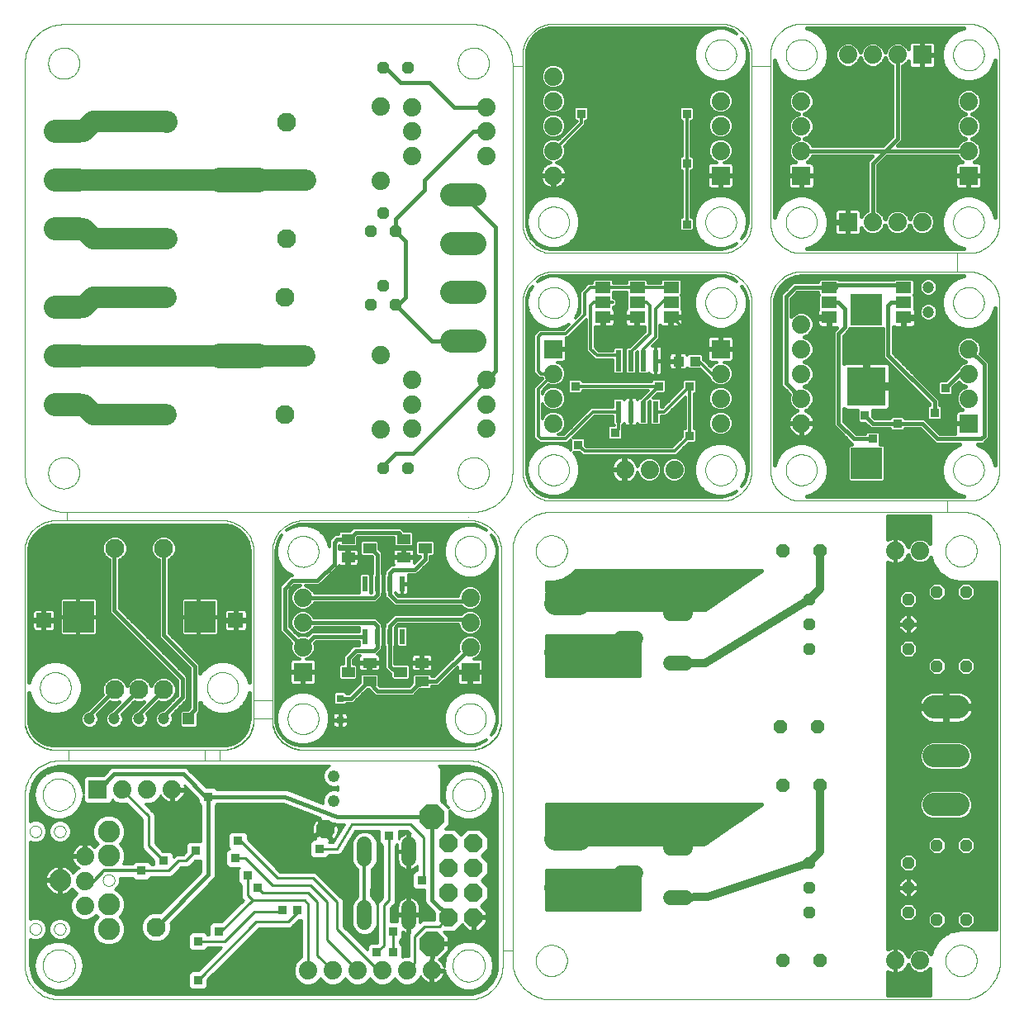
<source format=gbl>
G75*
G70*
%OFA0B0*%
%FSLAX24Y24*%
%IPPOS*%
%LPD*%
%AMOC8*
5,1,8,0,0,1.08239X$1,22.5*
%
%ADD10C,0.0000*%
%ADD11C,0.0000*%
%ADD12C,0.0000*%
%ADD13C,0.0886*%
%ADD14OC8,0.0740*%
%ADD15C,0.0768*%
%ADD16C,0.0480*%
%ADD17R,0.0740X0.0740*%
%ADD18C,0.0740*%
%ADD19C,0.0591*%
%ADD20OC8,0.1000*%
%ADD21C,0.0120*%
%ADD22R,0.0356X0.0356*%
%ADD23C,0.0100*%
%ADD24C,0.0160*%
%ADD25C,0.0000*%
%ADD26C,0.0768*%
%ADD27R,0.1266X0.1266*%
%ADD28R,0.0472X0.0472*%
%ADD29C,0.0472*%
%ADD30R,0.0600X0.0600*%
%ADD31C,0.0160*%
%ADD32C,0.0000*%
%ADD33R,0.0740X0.0740*%
%ADD34C,0.0740*%
%ADD35R,0.0236X0.0610*%
%ADD36R,0.0551X0.0394*%
%ADD37R,0.0315X0.0315*%
%ADD38C,0.0120*%
%ADD39R,0.0356X0.0356*%
%ADD40C,0.0160*%
%ADD41C,0.0740*%
%ADD42OC8,0.0480*%
%ADD43C,0.0768*%
%ADD44C,0.0000*%
%ADD45C,0.0937*%
%ADD46C,0.0160*%
%ADD47C,0.0860*%
%ADD48R,0.0356X0.0356*%
%ADD49C,0.1000*%
%ADD50C,0.0000*%
%ADD51C,0.0937*%
%ADD52OC8,0.0480*%
%ADD53C,0.0740*%
%ADD54OC8,0.0540*%
%ADD55C,0.0600*%
%ADD56C,0.0160*%
%ADD57C,0.0560*%
%ADD58R,0.0356X0.0356*%
%ADD59C,0.0320*%
%ADD60C,0.0000*%
%ADD61R,0.0740X0.0740*%
%ADD62C,0.0740*%
%ADD63R,0.0240X0.0870*%
%ADD64R,0.0433X0.0394*%
%ADD65R,0.0630X0.0460*%
%ADD66C,0.0120*%
%ADD67R,0.0356X0.0356*%
%ADD68C,0.0000*%
%ADD69R,0.0740X0.0740*%
%ADD70C,0.0740*%
%ADD71C,0.0160*%
%ADD72R,0.0356X0.0356*%
%ADD73C,0.0000*%
%ADD74C,0.0740*%
%ADD75R,0.0740X0.0740*%
%ADD76C,0.0120*%
%ADD77R,0.0356X0.0356*%
%ADD78C,0.0000*%
%ADD79R,0.0740X0.0740*%
%ADD80C,0.0740*%
%ADD81R,0.0630X0.0460*%
%ADD82C,0.0472*%
%ADD83R,0.1560X0.1560*%
%ADD84R,0.1250X0.1250*%
%ADD85C,0.0160*%
%ADD86R,0.0356X0.0356*%
D10*
X000114Y001475D02*
X000114Y001517D01*
X000114Y008368D01*
X000114Y008371D01*
X000114Y008368D02*
X000116Y008440D01*
X000122Y008512D01*
X000131Y008584D01*
X000144Y008655D01*
X000161Y008725D01*
X000181Y008794D01*
X000206Y008862D01*
X000233Y008928D01*
X000264Y008994D01*
X000299Y009057D01*
X000336Y009119D01*
X000377Y009178D01*
X000421Y009235D01*
X000468Y009290D01*
X000518Y009342D01*
X000570Y009392D01*
X000625Y009439D01*
X000682Y009483D01*
X000741Y009524D01*
X000803Y009561D01*
X000866Y009596D01*
X000932Y009627D01*
X000998Y009654D01*
X001066Y009679D01*
X001135Y009699D01*
X001205Y009716D01*
X001276Y009729D01*
X001348Y009738D01*
X001420Y009744D01*
X001492Y009746D01*
X001885Y009746D01*
X001885Y010189D01*
X001350Y010189D01*
X001489Y009746D02*
X001492Y009746D01*
X001420Y009744D01*
X001348Y009738D01*
X001276Y009729D01*
X001205Y009716D01*
X001135Y009699D01*
X001066Y009679D01*
X000998Y009654D01*
X000932Y009627D01*
X000866Y009596D01*
X000803Y009561D01*
X000741Y009524D01*
X000682Y009483D01*
X000625Y009439D01*
X000570Y009392D01*
X000518Y009342D01*
X000468Y009290D01*
X000421Y009235D01*
X000377Y009178D01*
X000336Y009119D01*
X000299Y009057D01*
X000264Y008994D01*
X000233Y008928D01*
X000206Y008862D01*
X000181Y008794D01*
X000161Y008725D01*
X000144Y008655D01*
X000131Y008584D01*
X000122Y008512D01*
X000116Y008440D01*
X000114Y008368D01*
X000100Y011439D02*
X000100Y018189D01*
X000102Y018257D01*
X000107Y018324D01*
X000116Y018391D01*
X000129Y018458D01*
X000146Y018523D01*
X000165Y018588D01*
X000189Y018652D01*
X000216Y018714D01*
X000246Y018775D01*
X000279Y018833D01*
X000315Y018890D01*
X000355Y018945D01*
X000397Y018998D01*
X000443Y019049D01*
X000490Y019096D01*
X000541Y019142D01*
X000594Y019184D01*
X000649Y019224D01*
X000706Y019260D01*
X000764Y019293D01*
X000825Y019323D01*
X000887Y019350D01*
X000951Y019374D01*
X001016Y019393D01*
X001081Y019410D01*
X001148Y019423D01*
X001215Y019432D01*
X001282Y019437D01*
X001350Y019439D01*
X001801Y019439D01*
X001801Y019444D02*
X001801Y019785D01*
X001689Y019785D01*
X001612Y019787D01*
X001535Y019793D01*
X001458Y019802D01*
X001382Y019815D01*
X001306Y019832D01*
X001232Y019853D01*
X001158Y019877D01*
X001086Y019905D01*
X001016Y019936D01*
X000947Y019971D01*
X000879Y020009D01*
X000814Y020050D01*
X000751Y020095D01*
X000690Y020143D01*
X000631Y020193D01*
X000575Y020246D01*
X000522Y020302D01*
X000472Y020361D01*
X000424Y020422D01*
X000379Y020485D01*
X000338Y020550D01*
X000300Y020618D01*
X000265Y020687D01*
X000234Y020757D01*
X000206Y020829D01*
X000182Y020903D01*
X000161Y020977D01*
X000144Y021053D01*
X000131Y021129D01*
X000122Y021206D01*
X000116Y021283D01*
X000114Y021360D01*
X000114Y037895D01*
X000116Y037972D01*
X000122Y038049D01*
X000131Y038126D01*
X000144Y038202D01*
X000161Y038278D01*
X000182Y038352D01*
X000206Y038426D01*
X000234Y038498D01*
X000265Y038568D01*
X000300Y038637D01*
X000338Y038705D01*
X000379Y038770D01*
X000424Y038833D01*
X000472Y038894D01*
X000522Y038953D01*
X000575Y039009D01*
X000631Y039062D01*
X000690Y039112D01*
X000751Y039160D01*
X000814Y039205D01*
X000879Y039246D01*
X000947Y039284D01*
X001016Y039319D01*
X001086Y039350D01*
X001158Y039378D01*
X001232Y039402D01*
X001306Y039423D01*
X001382Y039440D01*
X001458Y039453D01*
X001535Y039462D01*
X001612Y039468D01*
X001689Y039470D01*
X018224Y039470D01*
X018301Y039468D01*
X018378Y039462D01*
X018455Y039453D01*
X018531Y039440D01*
X018607Y039423D01*
X018681Y039402D01*
X018755Y039378D01*
X018827Y039350D01*
X018897Y039319D01*
X018966Y039284D01*
X019034Y039246D01*
X019099Y039205D01*
X019162Y039160D01*
X019223Y039112D01*
X019282Y039062D01*
X019338Y039009D01*
X019391Y038953D01*
X019441Y038894D01*
X019489Y038833D01*
X019534Y038770D01*
X019575Y038705D01*
X019613Y038637D01*
X019648Y038568D01*
X019679Y038498D01*
X019707Y038426D01*
X019731Y038352D01*
X019752Y038278D01*
X019769Y038202D01*
X019782Y038126D01*
X019791Y038049D01*
X019797Y037972D01*
X019799Y037895D01*
X019799Y037781D01*
X020208Y037781D01*
X020208Y038232D01*
X020210Y038300D01*
X020215Y038367D01*
X020224Y038434D01*
X020237Y038501D01*
X020254Y038566D01*
X020273Y038631D01*
X020297Y038695D01*
X020324Y038757D01*
X020354Y038818D01*
X020387Y038876D01*
X020423Y038933D01*
X020463Y038988D01*
X020505Y039041D01*
X020551Y039092D01*
X020598Y039139D01*
X020649Y039185D01*
X020702Y039227D01*
X020757Y039267D01*
X020814Y039303D01*
X020872Y039336D01*
X020933Y039366D01*
X020995Y039393D01*
X021059Y039417D01*
X021124Y039436D01*
X021189Y039453D01*
X021256Y039466D01*
X021323Y039475D01*
X021390Y039480D01*
X021458Y039482D01*
X028208Y039482D01*
X028276Y039480D01*
X028343Y039475D01*
X028410Y039466D01*
X028477Y039453D01*
X028542Y039436D01*
X028607Y039417D01*
X028671Y039393D01*
X028733Y039366D01*
X028794Y039336D01*
X028852Y039303D01*
X028909Y039267D01*
X028964Y039227D01*
X029017Y039185D01*
X029068Y039139D01*
X029115Y039092D01*
X029161Y039041D01*
X029203Y038988D01*
X029243Y038933D01*
X029279Y038876D01*
X029312Y038818D01*
X029342Y038757D01*
X029369Y038695D01*
X029393Y038631D01*
X029412Y038566D01*
X029429Y038501D01*
X029442Y038434D01*
X029451Y038367D01*
X029456Y038300D01*
X029458Y038232D01*
X029458Y037781D01*
X030208Y037781D01*
X030208Y038232D01*
X030210Y038300D01*
X030215Y038367D01*
X030224Y038434D01*
X030237Y038501D01*
X030254Y038566D01*
X030273Y038631D01*
X030297Y038695D01*
X030324Y038757D01*
X030354Y038818D01*
X030387Y038876D01*
X030423Y038933D01*
X030463Y038988D01*
X030505Y039041D01*
X030551Y039092D01*
X030598Y039139D01*
X030649Y039185D01*
X030702Y039227D01*
X030757Y039267D01*
X030814Y039303D01*
X030872Y039336D01*
X030933Y039366D01*
X030995Y039393D01*
X031059Y039417D01*
X031124Y039436D01*
X031189Y039453D01*
X031256Y039466D01*
X031323Y039475D01*
X031390Y039480D01*
X031458Y039482D01*
X038208Y039482D01*
X038276Y039480D01*
X038343Y039475D01*
X038410Y039466D01*
X038477Y039453D01*
X038542Y039436D01*
X038607Y039417D01*
X038671Y039393D01*
X038733Y039366D01*
X038794Y039336D01*
X038852Y039303D01*
X038909Y039267D01*
X038964Y039227D01*
X039017Y039185D01*
X039068Y039139D01*
X039115Y039092D01*
X039161Y039041D01*
X039203Y038988D01*
X039243Y038933D01*
X039279Y038876D01*
X039312Y038818D01*
X039342Y038757D01*
X039369Y038695D01*
X039393Y038631D01*
X039412Y038566D01*
X039429Y038501D01*
X039442Y038434D01*
X039451Y038367D01*
X039456Y038300D01*
X039458Y038232D01*
X039458Y031482D01*
X039456Y031414D01*
X039451Y031347D01*
X039442Y031280D01*
X039429Y031213D01*
X039412Y031148D01*
X039393Y031083D01*
X039369Y031019D01*
X039342Y030957D01*
X039312Y030896D01*
X039279Y030838D01*
X039243Y030781D01*
X039203Y030726D01*
X039161Y030673D01*
X039115Y030622D01*
X039068Y030575D01*
X039017Y030529D01*
X038964Y030487D01*
X038909Y030447D01*
X038852Y030411D01*
X038794Y030378D01*
X038733Y030348D01*
X038671Y030321D01*
X038607Y030297D01*
X038542Y030278D01*
X038477Y030261D01*
X038410Y030248D01*
X038343Y030239D01*
X038276Y030234D01*
X038208Y030232D01*
X037757Y030232D01*
X037757Y029482D01*
X038208Y029482D01*
X038276Y029480D01*
X038343Y029475D01*
X038410Y029466D01*
X038477Y029453D01*
X038542Y029436D01*
X038607Y029417D01*
X038671Y029393D01*
X038733Y029366D01*
X038794Y029336D01*
X038852Y029303D01*
X038909Y029267D01*
X038964Y029227D01*
X039017Y029185D01*
X039068Y029139D01*
X039115Y029092D01*
X039161Y029041D01*
X039203Y028988D01*
X039243Y028933D01*
X039279Y028876D01*
X039312Y028818D01*
X039342Y028757D01*
X039369Y028695D01*
X039393Y028631D01*
X039412Y028566D01*
X039429Y028501D01*
X039442Y028434D01*
X039451Y028367D01*
X039456Y028300D01*
X039458Y028232D01*
X039458Y021482D01*
X039456Y021414D01*
X039451Y021347D01*
X039442Y021280D01*
X039429Y021213D01*
X039412Y021148D01*
X039393Y021083D01*
X039369Y021019D01*
X039342Y020957D01*
X039312Y020896D01*
X039279Y020838D01*
X039243Y020781D01*
X039203Y020726D01*
X039161Y020673D01*
X039115Y020622D01*
X039068Y020575D01*
X039017Y020529D01*
X038964Y020487D01*
X038909Y020447D01*
X038852Y020411D01*
X038794Y020378D01*
X038733Y020348D01*
X038671Y020321D01*
X038607Y020297D01*
X038542Y020278D01*
X038477Y020261D01*
X038410Y020248D01*
X038343Y020239D01*
X038276Y020234D01*
X038208Y020232D01*
X037364Y020232D01*
X037364Y019785D01*
X037909Y019785D01*
X037986Y019783D01*
X038063Y019777D01*
X038140Y019768D01*
X038216Y019755D01*
X038292Y019738D01*
X038366Y019717D01*
X038440Y019693D01*
X038512Y019665D01*
X038582Y019634D01*
X038651Y019599D01*
X038719Y019561D01*
X038784Y019520D01*
X038847Y019475D01*
X038908Y019427D01*
X038967Y019377D01*
X039023Y019324D01*
X039076Y019268D01*
X039126Y019209D01*
X039174Y019148D01*
X039219Y019085D01*
X039260Y019020D01*
X039298Y018952D01*
X039333Y018883D01*
X039364Y018813D01*
X039392Y018741D01*
X039416Y018667D01*
X039437Y018593D01*
X039454Y018517D01*
X039467Y018441D01*
X039476Y018364D01*
X039482Y018287D01*
X039484Y018210D01*
X039484Y001675D01*
X039482Y001598D01*
X039476Y001521D01*
X039467Y001444D01*
X039454Y001368D01*
X039437Y001292D01*
X039416Y001218D01*
X039392Y001144D01*
X039364Y001072D01*
X039333Y001002D01*
X039298Y000933D01*
X039260Y000865D01*
X039219Y000800D01*
X039174Y000737D01*
X039126Y000676D01*
X039076Y000617D01*
X039023Y000561D01*
X038967Y000508D01*
X038908Y000458D01*
X038847Y000410D01*
X038784Y000365D01*
X038719Y000324D01*
X038651Y000286D01*
X038582Y000251D01*
X038512Y000220D01*
X038440Y000192D01*
X038366Y000168D01*
X038292Y000147D01*
X038216Y000130D01*
X038140Y000117D01*
X038063Y000108D01*
X037986Y000102D01*
X037909Y000100D01*
X021374Y000100D01*
X021297Y000102D01*
X021220Y000108D01*
X021143Y000117D01*
X021067Y000130D01*
X020991Y000147D01*
X020917Y000168D01*
X020843Y000192D01*
X020771Y000220D01*
X020701Y000251D01*
X020632Y000286D01*
X020564Y000324D01*
X020499Y000365D01*
X020436Y000410D01*
X020375Y000458D01*
X020316Y000508D01*
X020260Y000561D01*
X020207Y000617D01*
X020157Y000676D01*
X020109Y000737D01*
X020064Y000800D01*
X020023Y000865D01*
X019985Y000933D01*
X019950Y001002D01*
X019919Y001072D01*
X019891Y001144D01*
X019867Y001218D01*
X019846Y001292D01*
X019829Y001368D01*
X019816Y001444D01*
X019807Y001521D01*
X019801Y001598D01*
X019799Y001675D01*
X019799Y002069D01*
X019405Y002069D01*
X019405Y001478D01*
X019403Y001406D01*
X019397Y001334D01*
X019388Y001262D01*
X019375Y001191D01*
X019358Y001121D01*
X019338Y001052D01*
X019313Y000984D01*
X019286Y000918D01*
X019255Y000852D01*
X019220Y000789D01*
X019183Y000727D01*
X019142Y000668D01*
X019098Y000611D01*
X019051Y000556D01*
X019001Y000504D01*
X018949Y000454D01*
X018894Y000407D01*
X018837Y000363D01*
X018778Y000322D01*
X018716Y000285D01*
X018653Y000250D01*
X018587Y000219D01*
X018521Y000192D01*
X018453Y000167D01*
X018384Y000147D01*
X018314Y000130D01*
X018243Y000117D01*
X018171Y000108D01*
X018099Y000102D01*
X018027Y000100D01*
X018030Y000100D01*
X018027Y000100D02*
X001492Y000100D01*
X001489Y000100D01*
X001491Y000100D02*
X001418Y000103D01*
X001345Y000110D01*
X001273Y000120D01*
X001201Y000135D01*
X001130Y000153D01*
X001060Y000175D01*
X000992Y000200D01*
X000924Y000229D01*
X000859Y000261D01*
X000795Y000297D01*
X000733Y000336D01*
X000673Y000379D01*
X000616Y000424D01*
X000561Y000472D01*
X000509Y000523D01*
X000459Y000577D01*
X000412Y000634D01*
X000369Y000692D01*
X000328Y000753D01*
X000291Y000816D01*
X000257Y000881D01*
X000226Y000947D01*
X000199Y001015D01*
X000175Y001085D01*
X000156Y001155D01*
X000140Y001227D01*
X000127Y001299D01*
X000119Y001371D01*
X000114Y001445D01*
X000113Y001518D01*
X000114Y001445D01*
X000119Y001371D01*
X000127Y001299D01*
X000140Y001227D01*
X000156Y001155D01*
X000175Y001085D01*
X000199Y001015D01*
X000226Y000947D01*
X000257Y000881D01*
X000291Y000816D01*
X000328Y000753D01*
X000369Y000692D01*
X000412Y000634D01*
X000459Y000577D01*
X000509Y000523D01*
X000561Y000472D01*
X000616Y000424D01*
X000673Y000379D01*
X000733Y000336D01*
X000795Y000297D01*
X000859Y000261D01*
X000924Y000229D01*
X000992Y000200D01*
X001060Y000175D01*
X001130Y000153D01*
X001201Y000135D01*
X001273Y000120D01*
X001345Y000110D01*
X001418Y000103D01*
X001491Y000100D01*
X007988Y010189D02*
X008100Y010189D01*
X001350Y010189D02*
X001282Y010191D01*
X001215Y010196D01*
X001148Y010205D01*
X001081Y010218D01*
X001016Y010235D01*
X000951Y010254D01*
X000887Y010278D01*
X000825Y010305D01*
X000764Y010335D01*
X000706Y010368D01*
X000649Y010404D01*
X000594Y010444D01*
X000541Y010486D01*
X000490Y010532D01*
X000443Y010579D01*
X000397Y010630D01*
X000355Y010683D01*
X000315Y010738D01*
X000279Y010795D01*
X000246Y010853D01*
X000216Y010914D01*
X000189Y010976D01*
X000165Y011040D01*
X000146Y011105D01*
X000129Y011170D01*
X000116Y011237D01*
X000107Y011304D01*
X000102Y011371D01*
X000100Y011439D01*
X000102Y011371D01*
X000107Y011304D01*
X000116Y011237D01*
X000129Y011170D01*
X000146Y011105D01*
X000165Y011040D01*
X000189Y010976D01*
X000216Y010914D01*
X000246Y010853D01*
X000279Y010795D01*
X000315Y010738D01*
X000355Y010683D01*
X000397Y010630D01*
X000443Y010579D01*
X000490Y010532D01*
X000541Y010486D01*
X000594Y010444D01*
X000649Y010404D01*
X000706Y010368D01*
X000764Y010335D01*
X000825Y010305D01*
X000887Y010278D01*
X000951Y010254D01*
X001016Y010235D01*
X001081Y010218D01*
X001148Y010205D01*
X001215Y010196D01*
X001282Y010191D01*
X001350Y010189D01*
X000100Y018189D02*
X000102Y018257D01*
X000107Y018324D01*
X000116Y018391D01*
X000129Y018458D01*
X000146Y018523D01*
X000165Y018588D01*
X000189Y018652D01*
X000216Y018714D01*
X000246Y018775D01*
X000279Y018833D01*
X000315Y018890D01*
X000355Y018945D01*
X000397Y018998D01*
X000443Y019049D01*
X000490Y019096D01*
X000541Y019142D01*
X000594Y019184D01*
X000649Y019224D01*
X000706Y019260D01*
X000764Y019293D01*
X000825Y019323D01*
X000887Y019350D01*
X000951Y019374D01*
X001016Y019393D01*
X001081Y019410D01*
X001148Y019423D01*
X001215Y019432D01*
X001282Y019437D01*
X001350Y019439D01*
X001689Y019785D02*
X001612Y019787D01*
X001535Y019793D01*
X001458Y019802D01*
X001382Y019815D01*
X001306Y019832D01*
X001232Y019853D01*
X001158Y019877D01*
X001086Y019905D01*
X001016Y019936D01*
X000947Y019971D01*
X000879Y020009D01*
X000814Y020050D01*
X000751Y020095D01*
X000690Y020143D01*
X000631Y020193D01*
X000575Y020246D01*
X000522Y020302D01*
X000472Y020361D01*
X000424Y020422D01*
X000379Y020485D01*
X000338Y020550D01*
X000300Y020618D01*
X000265Y020687D01*
X000234Y020757D01*
X000206Y020829D01*
X000182Y020903D01*
X000161Y020977D01*
X000144Y021053D01*
X000131Y021129D01*
X000122Y021206D01*
X000116Y021283D01*
X000114Y021360D01*
X000114Y037895D02*
X000116Y037972D01*
X000122Y038049D01*
X000131Y038126D01*
X000144Y038202D01*
X000161Y038278D01*
X000182Y038352D01*
X000206Y038426D01*
X000234Y038498D01*
X000265Y038568D01*
X000300Y038637D01*
X000338Y038705D01*
X000379Y038770D01*
X000424Y038833D01*
X000472Y038894D01*
X000522Y038953D01*
X000575Y039009D01*
X000631Y039062D01*
X000690Y039112D01*
X000751Y039160D01*
X000814Y039205D01*
X000879Y039246D01*
X000947Y039284D01*
X001016Y039319D01*
X001086Y039350D01*
X001158Y039378D01*
X001232Y039402D01*
X001306Y039423D01*
X001382Y039440D01*
X001458Y039453D01*
X001535Y039462D01*
X001612Y039468D01*
X001689Y039470D01*
X018224Y039470D02*
X018301Y039468D01*
X018378Y039462D01*
X018455Y039453D01*
X018531Y039440D01*
X018607Y039423D01*
X018681Y039402D01*
X018755Y039378D01*
X018827Y039350D01*
X018897Y039319D01*
X018966Y039284D01*
X019034Y039246D01*
X019099Y039205D01*
X019162Y039160D01*
X019223Y039112D01*
X019282Y039062D01*
X019338Y039009D01*
X019391Y038953D01*
X019441Y038894D01*
X019489Y038833D01*
X019534Y038770D01*
X019575Y038705D01*
X019613Y038637D01*
X019648Y038568D01*
X019679Y038498D01*
X019707Y038426D01*
X019731Y038352D01*
X019752Y038278D01*
X019769Y038202D01*
X019782Y038126D01*
X019791Y038049D01*
X019797Y037972D01*
X019799Y037895D01*
X020208Y038232D02*
X020210Y038300D01*
X020215Y038367D01*
X020224Y038434D01*
X020237Y038501D01*
X020254Y038566D01*
X020273Y038631D01*
X020297Y038695D01*
X020324Y038757D01*
X020354Y038818D01*
X020387Y038876D01*
X020423Y038933D01*
X020463Y038988D01*
X020505Y039041D01*
X020551Y039092D01*
X020598Y039139D01*
X020649Y039185D01*
X020702Y039227D01*
X020757Y039267D01*
X020814Y039303D01*
X020872Y039336D01*
X020933Y039366D01*
X020995Y039393D01*
X021059Y039417D01*
X021124Y039436D01*
X021189Y039453D01*
X021256Y039466D01*
X021323Y039475D01*
X021390Y039480D01*
X021458Y039482D01*
X028208Y039482D02*
X028276Y039480D01*
X028343Y039475D01*
X028410Y039466D01*
X028477Y039453D01*
X028542Y039436D01*
X028607Y039417D01*
X028671Y039393D01*
X028733Y039366D01*
X028794Y039336D01*
X028852Y039303D01*
X028909Y039267D01*
X028964Y039227D01*
X029017Y039185D01*
X029068Y039139D01*
X029115Y039092D01*
X029161Y039041D01*
X029203Y038988D01*
X029243Y038933D01*
X029279Y038876D01*
X029312Y038818D01*
X029342Y038757D01*
X029369Y038695D01*
X029393Y038631D01*
X029412Y038566D01*
X029429Y038501D01*
X029442Y038434D01*
X029451Y038367D01*
X029456Y038300D01*
X029458Y038232D01*
X030208Y038232D02*
X030210Y038300D01*
X030215Y038367D01*
X030224Y038434D01*
X030237Y038501D01*
X030254Y038566D01*
X030273Y038631D01*
X030297Y038695D01*
X030324Y038757D01*
X030354Y038818D01*
X030387Y038876D01*
X030423Y038933D01*
X030463Y038988D01*
X030505Y039041D01*
X030551Y039092D01*
X030598Y039139D01*
X030649Y039185D01*
X030702Y039227D01*
X030757Y039267D01*
X030814Y039303D01*
X030872Y039336D01*
X030933Y039366D01*
X030995Y039393D01*
X031059Y039417D01*
X031124Y039436D01*
X031189Y039453D01*
X031256Y039466D01*
X031323Y039475D01*
X031390Y039480D01*
X031458Y039482D01*
X038208Y039482D02*
X038276Y039480D01*
X038343Y039475D01*
X038410Y039466D01*
X038477Y039453D01*
X038542Y039436D01*
X038607Y039417D01*
X038671Y039393D01*
X038733Y039366D01*
X038794Y039336D01*
X038852Y039303D01*
X038909Y039267D01*
X038964Y039227D01*
X039017Y039185D01*
X039068Y039139D01*
X039115Y039092D01*
X039161Y039041D01*
X039203Y038988D01*
X039243Y038933D01*
X039279Y038876D01*
X039312Y038818D01*
X039342Y038757D01*
X039369Y038695D01*
X039393Y038631D01*
X039412Y038566D01*
X039429Y038501D01*
X039442Y038434D01*
X039451Y038367D01*
X039456Y038300D01*
X039458Y038232D01*
X039458Y031482D02*
X039456Y031414D01*
X039451Y031347D01*
X039442Y031280D01*
X039429Y031213D01*
X039412Y031148D01*
X039393Y031083D01*
X039369Y031019D01*
X039342Y030957D01*
X039312Y030896D01*
X039279Y030838D01*
X039243Y030781D01*
X039203Y030726D01*
X039161Y030673D01*
X039115Y030622D01*
X039068Y030575D01*
X039017Y030529D01*
X038964Y030487D01*
X038909Y030447D01*
X038852Y030411D01*
X038794Y030378D01*
X038733Y030348D01*
X038671Y030321D01*
X038607Y030297D01*
X038542Y030278D01*
X038477Y030261D01*
X038410Y030248D01*
X038343Y030239D01*
X038276Y030234D01*
X038208Y030232D01*
X038208Y029482D02*
X038276Y029480D01*
X038343Y029475D01*
X038410Y029466D01*
X038477Y029453D01*
X038542Y029436D01*
X038607Y029417D01*
X038671Y029393D01*
X038733Y029366D01*
X038794Y029336D01*
X038852Y029303D01*
X038909Y029267D01*
X038964Y029227D01*
X039017Y029185D01*
X039068Y029139D01*
X039115Y029092D01*
X039161Y029041D01*
X039203Y028988D01*
X039243Y028933D01*
X039279Y028876D01*
X039312Y028818D01*
X039342Y028757D01*
X039369Y028695D01*
X039393Y028631D01*
X039412Y028566D01*
X039429Y028501D01*
X039442Y028434D01*
X039451Y028367D01*
X039456Y028300D01*
X039458Y028232D01*
X039458Y021482D02*
X039456Y021414D01*
X039451Y021347D01*
X039442Y021280D01*
X039429Y021213D01*
X039412Y021148D01*
X039393Y021083D01*
X039369Y021019D01*
X039342Y020957D01*
X039312Y020896D01*
X039279Y020838D01*
X039243Y020781D01*
X039203Y020726D01*
X039161Y020673D01*
X039115Y020622D01*
X039068Y020575D01*
X039017Y020529D01*
X038964Y020487D01*
X038909Y020447D01*
X038852Y020411D01*
X038794Y020378D01*
X038733Y020348D01*
X038671Y020321D01*
X038607Y020297D01*
X038542Y020278D01*
X038477Y020261D01*
X038410Y020248D01*
X038343Y020239D01*
X038276Y020234D01*
X038208Y020232D01*
X037909Y019785D02*
X037986Y019783D01*
X038063Y019777D01*
X038140Y019768D01*
X038216Y019755D01*
X038292Y019738D01*
X038366Y019717D01*
X038440Y019693D01*
X038512Y019665D01*
X038582Y019634D01*
X038651Y019599D01*
X038719Y019561D01*
X038784Y019520D01*
X038847Y019475D01*
X038908Y019427D01*
X038967Y019377D01*
X039023Y019324D01*
X039076Y019268D01*
X039126Y019209D01*
X039174Y019148D01*
X039219Y019085D01*
X039260Y019020D01*
X039298Y018952D01*
X039333Y018883D01*
X039364Y018813D01*
X039392Y018741D01*
X039416Y018667D01*
X039437Y018593D01*
X039454Y018517D01*
X039467Y018441D01*
X039476Y018364D01*
X039482Y018287D01*
X039484Y018210D01*
X039484Y001675D02*
X039482Y001598D01*
X039476Y001521D01*
X039467Y001444D01*
X039454Y001368D01*
X039437Y001292D01*
X039416Y001218D01*
X039392Y001144D01*
X039364Y001072D01*
X039333Y001002D01*
X039298Y000933D01*
X039260Y000865D01*
X039219Y000800D01*
X039174Y000737D01*
X039126Y000676D01*
X039076Y000617D01*
X039023Y000561D01*
X038967Y000508D01*
X038908Y000458D01*
X038847Y000410D01*
X038784Y000365D01*
X038719Y000324D01*
X038651Y000286D01*
X038582Y000251D01*
X038512Y000220D01*
X038440Y000192D01*
X038366Y000168D01*
X038292Y000147D01*
X038216Y000130D01*
X038140Y000117D01*
X038063Y000108D01*
X037986Y000102D01*
X037909Y000100D01*
X021374Y000100D02*
X021297Y000102D01*
X021220Y000108D01*
X021143Y000117D01*
X021067Y000130D01*
X020991Y000147D01*
X020917Y000168D01*
X020843Y000192D01*
X020771Y000220D01*
X020701Y000251D01*
X020632Y000286D01*
X020564Y000324D01*
X020499Y000365D01*
X020436Y000410D01*
X020375Y000458D01*
X020316Y000508D01*
X020260Y000561D01*
X020207Y000617D01*
X020157Y000676D01*
X020109Y000737D01*
X020064Y000800D01*
X020023Y000865D01*
X019985Y000933D01*
X019950Y001002D01*
X019919Y001072D01*
X019891Y001144D01*
X019867Y001218D01*
X019846Y001292D01*
X019829Y001368D01*
X019816Y001444D01*
X019807Y001521D01*
X019801Y001598D01*
X019799Y001675D01*
X019405Y001478D02*
X019403Y001406D01*
X019397Y001334D01*
X019388Y001262D01*
X019375Y001191D01*
X019358Y001121D01*
X019338Y001052D01*
X019313Y000984D01*
X019286Y000918D01*
X019255Y000852D01*
X019220Y000789D01*
X019183Y000727D01*
X019142Y000668D01*
X019098Y000611D01*
X019051Y000556D01*
X019001Y000504D01*
X018949Y000454D01*
X018894Y000407D01*
X018837Y000363D01*
X018778Y000322D01*
X018716Y000285D01*
X018653Y000250D01*
X018587Y000219D01*
X018521Y000192D01*
X018453Y000167D01*
X018384Y000147D01*
X018314Y000130D01*
X018243Y000117D01*
X018171Y000108D01*
X018099Y000102D01*
X018027Y000100D01*
X018421Y009746D02*
X018424Y009746D01*
X018030Y019588D02*
X018027Y019588D01*
D11*
X1489Y100D02*
X1492Y100D01*
X18027Y100D01*
X18030Y100D01*
X18027Y100D02*
X18099Y102D01*
X18171Y108D01*
X18243Y117D01*
X18314Y130D01*
X18384Y147D01*
X18453Y167D01*
X18521Y192D01*
X18587Y219D01*
X18653Y250D01*
X18716Y285D01*
X18778Y322D01*
X18837Y363D01*
X18894Y407D01*
X18949Y454D01*
X19001Y504D01*
X19051Y556D01*
X19098Y611D01*
X19142Y668D01*
X19183Y727D01*
X19220Y789D01*
X19255Y852D01*
X19286Y918D01*
X19313Y984D01*
X19338Y1052D01*
X19358Y1121D01*
X19375Y1191D01*
X19388Y1262D01*
X19397Y1334D01*
X19403Y1406D01*
X19405Y1478D01*
X19405Y8368D01*
X19403Y8440D01*
X19397Y8512D01*
X19388Y8584D01*
X19375Y8655D01*
X19358Y8725D01*
X19338Y8794D01*
X19313Y8862D01*
X19286Y8928D01*
X19255Y8994D01*
X19220Y9057D01*
X19183Y9119D01*
X19142Y9178D01*
X19098Y9235D01*
X19051Y9290D01*
X19001Y9342D01*
X18949Y9392D01*
X18894Y9439D01*
X18837Y9483D01*
X18778Y9524D01*
X18716Y9561D01*
X18653Y9596D01*
X18587Y9627D01*
X18521Y9654D01*
X18453Y9679D01*
X18384Y9699D01*
X18314Y9716D01*
X18243Y9729D01*
X18171Y9738D01*
X18099Y9744D01*
X18027Y9746D01*
X7988Y9746D01*
X7988Y10189D01*
X8100Y10189D01*
X7397Y10189D02*
X7397Y9746D01*
X1492Y9746D01*
X1489Y9746D01*
X1350Y10189D02*
X7397Y10189D01*
X8100Y10189D02*
X8166Y10187D01*
X8232Y10189D01*
X8298Y10195D01*
X8364Y10204D01*
X8429Y10217D01*
X8494Y10234D01*
X8557Y10254D01*
X8619Y10278D01*
X8679Y10305D01*
X8738Y10336D01*
X8796Y10370D01*
X8851Y10407D01*
X8904Y10447D01*
X8954Y10490D01*
X9003Y10535D01*
X9048Y10584D01*
X9091Y10634D01*
X9131Y10687D01*
X9168Y10742D01*
X9202Y10800D01*
X9233Y10859D01*
X9260Y10919D01*
X9284Y10981D01*
X9304Y11044D01*
X9321Y11109D01*
X9334Y11174D01*
X9343Y11240D01*
X9349Y11306D01*
X9351Y11372D01*
X9349Y11438D01*
X9350Y11439D02*
X10100Y11439D01*
X10100Y12189D02*
X10100Y18189D01*
X9350Y18189D02*
X9350Y12189D01*
X10100Y12189D01*
X10100Y11439D02*
X10102Y11371D01*
X10107Y11304D01*
X10116Y11237D01*
X10129Y11170D01*
X10146Y11105D01*
X10165Y11040D01*
X10189Y10976D01*
X10216Y10914D01*
X10246Y10853D01*
X10279Y10795D01*
X10315Y10738D01*
X10355Y10683D01*
X10397Y10630D01*
X10443Y10579D01*
X10490Y10532D01*
X10541Y10486D01*
X10594Y10444D01*
X10649Y10404D01*
X10706Y10368D01*
X10764Y10335D01*
X10825Y10305D01*
X10887Y10278D01*
X10951Y10254D01*
X11016Y10235D01*
X11081Y10218D01*
X11148Y10205D01*
X11215Y10196D01*
X11282Y10191D01*
X11350Y10189D01*
X18100Y10189D01*
X18421Y9746D02*
X18424Y9746D01*
X18100Y10189D02*
X18166Y10187D01*
X18232Y10189D01*
X18298Y10195D01*
X18364Y10204D01*
X18429Y10217D01*
X18494Y10234D01*
X18557Y10254D01*
X18619Y10278D01*
X18679Y10305D01*
X18738Y10336D01*
X18796Y10370D01*
X18851Y10407D01*
X18904Y10447D01*
X18954Y10490D01*
X19003Y10535D01*
X19048Y10584D01*
X19091Y10634D01*
X19131Y10687D01*
X19168Y10742D01*
X19202Y10800D01*
X19233Y10859D01*
X19260Y10919D01*
X19284Y10981D01*
X19304Y11044D01*
X19321Y11109D01*
X19334Y11174D01*
X19343Y11240D01*
X19349Y11306D01*
X19351Y11372D01*
X19349Y11438D01*
X19350Y11439D02*
X19350Y18189D01*
X19348Y18257D01*
X19343Y18324D01*
X19334Y18391D01*
X19321Y18458D01*
X19304Y18523D01*
X19285Y18588D01*
X19261Y18652D01*
X19234Y18714D01*
X19204Y18775D01*
X19171Y18833D01*
X19135Y18890D01*
X19095Y18945D01*
X19053Y18998D01*
X19007Y19049D01*
X18960Y19096D01*
X18909Y19142D01*
X18856Y19184D01*
X18801Y19224D01*
X18744Y19260D01*
X18686Y19293D01*
X18625Y19323D01*
X18563Y19350D01*
X18499Y19374D01*
X18434Y19393D01*
X18369Y19410D01*
X18302Y19423D01*
X18235Y19432D01*
X18168Y19437D01*
X18100Y19439D01*
X18137Y19439D02*
X11350Y19439D01*
X11282Y19437D01*
X11215Y19432D01*
X11148Y19423D01*
X11081Y19410D01*
X11016Y19393D01*
X10951Y19374D01*
X10887Y19350D01*
X10825Y19323D01*
X10764Y19293D01*
X10706Y19260D01*
X10649Y19224D01*
X10594Y19184D01*
X10541Y19142D01*
X10490Y19096D01*
X10443Y19049D01*
X10397Y18998D01*
X10355Y18945D01*
X10315Y18890D01*
X10279Y18833D01*
X10246Y18775D01*
X10216Y18714D01*
X10189Y18652D01*
X10165Y18588D01*
X10146Y18523D01*
X10129Y18458D01*
X10116Y18391D01*
X10107Y18324D01*
X10102Y18257D01*
X10100Y18189D01*
X9350Y18189D02*
X9348Y18257D01*
X9343Y18324D01*
X9334Y18391D01*
X9321Y18458D01*
X9304Y18523D01*
X9285Y18588D01*
X9261Y18652D01*
X9234Y18714D01*
X9204Y18775D01*
X9171Y18833D01*
X9135Y18890D01*
X9095Y18945D01*
X9053Y18998D01*
X9007Y19049D01*
X8960Y19096D01*
X8909Y19142D01*
X8856Y19184D01*
X8801Y19224D01*
X8744Y19260D01*
X8686Y19293D01*
X8625Y19323D01*
X8563Y19350D01*
X8499Y19374D01*
X8434Y19393D01*
X8369Y19410D01*
X8302Y19423D01*
X8235Y19432D01*
X8168Y19437D01*
X8100Y19439D01*
X1350Y19439D01*
X1282Y19437D01*
X1215Y19432D01*
X1148Y19423D01*
X1081Y19410D01*
X1016Y19393D01*
X951Y19374D01*
X887Y19350D01*
X825Y19323D01*
X764Y19293D01*
X706Y19260D01*
X649Y19224D01*
X594Y19184D01*
X541Y19142D01*
X490Y19096D01*
X443Y19049D01*
X397Y18998D01*
X355Y18945D01*
X315Y18890D01*
X279Y18833D01*
X246Y18775D01*
X216Y18714D01*
X189Y18652D01*
X165Y18588D01*
X146Y18523D01*
X129Y18458D01*
X116Y18391D01*
X107Y18324D01*
X102Y18257D01*
X100Y18189D01*
X100Y11439D01*
X102Y11371D01*
X107Y11304D01*
X116Y11237D01*
X129Y11170D01*
X146Y11105D01*
X165Y11040D01*
X189Y10976D01*
X216Y10914D01*
X246Y10853D01*
X279Y10795D01*
X315Y10738D01*
X355Y10683D01*
X397Y10630D01*
X443Y10579D01*
X490Y10532D01*
X541Y10486D01*
X594Y10444D01*
X649Y10404D01*
X706Y10368D01*
X764Y10335D01*
X825Y10305D01*
X887Y10278D01*
X951Y10254D01*
X1016Y10235D01*
X1081Y10218D01*
X1148Y10205D01*
X1215Y10196D01*
X1282Y10191D01*
X1350Y10189D01*
X1492Y9746D02*
X1420Y9744D01*
X1348Y9738D01*
X1276Y9729D01*
X1205Y9716D01*
X1135Y9699D01*
X1066Y9679D01*
X998Y9654D01*
X932Y9627D01*
X866Y9596D01*
X803Y9561D01*
X741Y9524D01*
X682Y9483D01*
X625Y9439D01*
X570Y9392D01*
X518Y9342D01*
X468Y9290D01*
X421Y9235D01*
X377Y9178D01*
X336Y9119D01*
X299Y9057D01*
X264Y8994D01*
X233Y8928D01*
X206Y8862D01*
X181Y8794D01*
X161Y8725D01*
X144Y8655D01*
X131Y8584D01*
X122Y8512D01*
X116Y8440D01*
X114Y8368D01*
X114Y8371D01*
X114Y8368D02*
X114Y1518D01*
X114Y1475D01*
X113Y1518D02*
X114Y1445D01*
X119Y1371D01*
X127Y1299D01*
X140Y1227D01*
X156Y1155D01*
X175Y1085D01*
X199Y1015D01*
X226Y947D01*
X257Y881D01*
X291Y816D01*
X328Y753D01*
X369Y692D01*
X412Y634D01*
X459Y577D01*
X509Y523D01*
X561Y472D01*
X616Y424D01*
X673Y379D01*
X733Y336D01*
X795Y297D01*
X859Y261D01*
X924Y229D01*
X992Y200D01*
X1060Y175D01*
X1130Y153D01*
X1201Y135D01*
X1273Y120D01*
X1345Y110D01*
X1418Y103D01*
X1491Y100D01*
X18027Y19589D02*
X18030Y19589D01*
D12*
X1489Y100D02*
X1492Y100D01*
X18027Y100D01*
X18030Y100D01*
X17380Y1475D02*
X17382Y1525D01*
X17388Y1575D01*
X17398Y1625D01*
X17411Y1673D01*
X17428Y1721D01*
X17449Y1767D01*
X17473Y1811D01*
X17501Y1853D01*
X17532Y1893D01*
X17566Y1930D01*
X17603Y1965D01*
X17642Y1996D01*
X17683Y2025D01*
X17727Y2050D01*
X17773Y2072D01*
X17820Y2090D01*
X17868Y2104D01*
X17917Y2115D01*
X17967Y2122D01*
X18017Y2125D01*
X18068Y2124D01*
X18118Y2119D01*
X18168Y2110D01*
X18216Y2098D01*
X18264Y2081D01*
X18310Y2061D01*
X18355Y2038D01*
X18398Y2011D01*
X18438Y1981D01*
X18476Y1948D01*
X18511Y1912D01*
X18544Y1873D01*
X18573Y1832D01*
X18599Y1789D01*
X18622Y1744D01*
X18641Y1697D01*
X18656Y1649D01*
X18668Y1600D01*
X18676Y1550D01*
X18680Y1500D01*
X18680Y1450D01*
X18676Y1400D01*
X18668Y1350D01*
X18656Y1301D01*
X18641Y1253D01*
X18622Y1206D01*
X18599Y1161D01*
X18573Y1118D01*
X18544Y1077D01*
X18511Y1038D01*
X18476Y1002D01*
X18438Y969D01*
X18398Y939D01*
X18355Y912D01*
X18310Y889D01*
X18264Y869D01*
X18216Y852D01*
X18168Y840D01*
X18118Y831D01*
X18068Y826D01*
X18017Y825D01*
X17967Y828D01*
X17917Y835D01*
X17868Y846D01*
X17820Y860D01*
X17773Y878D01*
X17727Y900D01*
X17683Y925D01*
X17642Y954D01*
X17603Y985D01*
X17566Y1020D01*
X17532Y1057D01*
X17501Y1097D01*
X17473Y1139D01*
X17449Y1183D01*
X17428Y1229D01*
X17411Y1277D01*
X17398Y1325D01*
X17388Y1375D01*
X17382Y1425D01*
X17380Y1475D01*
X18027Y100D02*
X18099Y102D01*
X18171Y108D01*
X18243Y117D01*
X18314Y130D01*
X18384Y147D01*
X18453Y167D01*
X18521Y192D01*
X18587Y219D01*
X18653Y250D01*
X18716Y285D01*
X18778Y322D01*
X18837Y363D01*
X18894Y407D01*
X18949Y454D01*
X19001Y504D01*
X19051Y556D01*
X19098Y611D01*
X19142Y668D01*
X19183Y727D01*
X19220Y789D01*
X19255Y852D01*
X19286Y918D01*
X19313Y984D01*
X19338Y1052D01*
X19358Y1121D01*
X19375Y1191D01*
X19388Y1262D01*
X19397Y1334D01*
X19403Y1406D01*
X19405Y1478D01*
X19405Y8368D01*
X17377Y8368D02*
X17379Y8418D01*
X17385Y8468D01*
X17395Y8518D01*
X17408Y8566D01*
X17425Y8614D01*
X17446Y8660D01*
X17470Y8704D01*
X17498Y8746D01*
X17529Y8786D01*
X17563Y8823D01*
X17600Y8858D01*
X17639Y8889D01*
X17680Y8918D01*
X17724Y8943D01*
X17770Y8965D01*
X17817Y8983D01*
X17865Y8997D01*
X17914Y9008D01*
X17964Y9015D01*
X18014Y9018D01*
X18065Y9017D01*
X18115Y9012D01*
X18165Y9003D01*
X18213Y8991D01*
X18261Y8974D01*
X18307Y8954D01*
X18352Y8931D01*
X18395Y8904D01*
X18435Y8874D01*
X18473Y8841D01*
X18508Y8805D01*
X18541Y8766D01*
X18570Y8725D01*
X18596Y8682D01*
X18619Y8637D01*
X18638Y8590D01*
X18653Y8542D01*
X18665Y8493D01*
X18673Y8443D01*
X18677Y8393D01*
X18677Y8343D01*
X18673Y8293D01*
X18665Y8243D01*
X18653Y8194D01*
X18638Y8146D01*
X18619Y8099D01*
X18596Y8054D01*
X18570Y8011D01*
X18541Y7970D01*
X18508Y7931D01*
X18473Y7895D01*
X18435Y7862D01*
X18395Y7832D01*
X18352Y7805D01*
X18307Y7782D01*
X18261Y7762D01*
X18213Y7745D01*
X18165Y7733D01*
X18115Y7724D01*
X18065Y7719D01*
X18014Y7718D01*
X17964Y7721D01*
X17914Y7728D01*
X17865Y7739D01*
X17817Y7753D01*
X17770Y7771D01*
X17724Y7793D01*
X17680Y7818D01*
X17639Y7847D01*
X17600Y7878D01*
X17563Y7913D01*
X17529Y7950D01*
X17498Y7990D01*
X17470Y8032D01*
X17446Y8076D01*
X17425Y8122D01*
X17408Y8170D01*
X17395Y8218D01*
X17385Y8268D01*
X17379Y8318D01*
X17377Y8368D01*
X18027Y9746D02*
X18099Y9744D01*
X18171Y9738D01*
X18243Y9729D01*
X18314Y9716D01*
X18384Y9699D01*
X18453Y9679D01*
X18521Y9654D01*
X18587Y9627D01*
X18653Y9596D01*
X18716Y9561D01*
X18778Y9524D01*
X18837Y9483D01*
X18894Y9439D01*
X18949Y9392D01*
X19001Y9342D01*
X19051Y9290D01*
X19098Y9235D01*
X19142Y9178D01*
X19183Y9119D01*
X19220Y9057D01*
X19255Y8994D01*
X19286Y8928D01*
X19313Y8862D01*
X19338Y8794D01*
X19358Y8725D01*
X19375Y8655D01*
X19388Y8584D01*
X19397Y8512D01*
X19403Y8440D01*
X19405Y8368D01*
X18027Y9746D02*
X1492Y9746D01*
X839Y8371D02*
X841Y8421D01*
X847Y8471D01*
X857Y8521D01*
X870Y8569D01*
X887Y8617D01*
X908Y8663D01*
X932Y8707D01*
X960Y8749D01*
X991Y8789D01*
X1025Y8826D01*
X1062Y8861D01*
X1101Y8892D01*
X1142Y8921D01*
X1186Y8946D01*
X1232Y8968D01*
X1279Y8986D01*
X1327Y9000D01*
X1376Y9011D01*
X1426Y9018D01*
X1476Y9021D01*
X1527Y9020D01*
X1577Y9015D01*
X1627Y9006D01*
X1675Y8994D01*
X1723Y8977D01*
X1769Y8957D01*
X1814Y8934D01*
X1857Y8907D01*
X1897Y8877D01*
X1935Y8844D01*
X1970Y8808D01*
X2003Y8769D01*
X2032Y8728D01*
X2058Y8685D01*
X2081Y8640D01*
X2100Y8593D01*
X2115Y8545D01*
X2127Y8496D01*
X2135Y8446D01*
X2139Y8396D01*
X2139Y8346D01*
X2135Y8296D01*
X2127Y8246D01*
X2115Y8197D01*
X2100Y8149D01*
X2081Y8102D01*
X2058Y8057D01*
X2032Y8014D01*
X2003Y7973D01*
X1970Y7934D01*
X1935Y7898D01*
X1897Y7865D01*
X1857Y7835D01*
X1814Y7808D01*
X1769Y7785D01*
X1723Y7765D01*
X1675Y7748D01*
X1627Y7736D01*
X1577Y7727D01*
X1527Y7722D01*
X1476Y7721D01*
X1426Y7724D01*
X1376Y7731D01*
X1327Y7742D01*
X1279Y7756D01*
X1232Y7774D01*
X1186Y7796D01*
X1142Y7821D01*
X1101Y7850D01*
X1062Y7881D01*
X1025Y7916D01*
X991Y7953D01*
X960Y7993D01*
X932Y8035D01*
X908Y8079D01*
X887Y8125D01*
X870Y8173D01*
X857Y8221D01*
X847Y8271D01*
X841Y8321D01*
X839Y8371D01*
X114Y8368D02*
X116Y8440D01*
X122Y8512D01*
X131Y8584D01*
X144Y8655D01*
X161Y8725D01*
X181Y8794D01*
X206Y8862D01*
X233Y8928D01*
X264Y8994D01*
X299Y9057D01*
X336Y9119D01*
X377Y9178D01*
X421Y9235D01*
X468Y9290D01*
X518Y9342D01*
X570Y9392D01*
X625Y9439D01*
X682Y9483D01*
X741Y9524D01*
X803Y9561D01*
X866Y9596D01*
X932Y9627D01*
X998Y9654D01*
X1066Y9679D01*
X1135Y9699D01*
X1205Y9716D01*
X1276Y9729D01*
X1348Y9738D01*
X1420Y9744D01*
X1492Y9746D01*
X114Y8371D02*
X114Y8368D01*
X114Y1518D01*
X114Y1475D01*
X839Y1475D02*
X841Y1525D01*
X847Y1575D01*
X857Y1625D01*
X870Y1673D01*
X887Y1721D01*
X908Y1767D01*
X932Y1811D01*
X960Y1853D01*
X991Y1893D01*
X1025Y1930D01*
X1062Y1965D01*
X1101Y1996D01*
X1142Y2025D01*
X1186Y2050D01*
X1232Y2072D01*
X1279Y2090D01*
X1327Y2104D01*
X1376Y2115D01*
X1426Y2122D01*
X1476Y2125D01*
X1527Y2124D01*
X1577Y2119D01*
X1627Y2110D01*
X1675Y2098D01*
X1723Y2081D01*
X1769Y2061D01*
X1814Y2038D01*
X1857Y2011D01*
X1897Y1981D01*
X1935Y1948D01*
X1970Y1912D01*
X2003Y1873D01*
X2032Y1832D01*
X2058Y1789D01*
X2081Y1744D01*
X2100Y1697D01*
X2115Y1649D01*
X2127Y1600D01*
X2135Y1550D01*
X2139Y1500D01*
X2139Y1450D01*
X2135Y1400D01*
X2127Y1350D01*
X2115Y1301D01*
X2100Y1253D01*
X2081Y1206D01*
X2058Y1161D01*
X2032Y1118D01*
X2003Y1077D01*
X1970Y1038D01*
X1935Y1002D01*
X1897Y969D01*
X1857Y939D01*
X1814Y912D01*
X1769Y889D01*
X1723Y869D01*
X1675Y852D01*
X1627Y840D01*
X1577Y831D01*
X1527Y826D01*
X1476Y825D01*
X1426Y828D01*
X1376Y835D01*
X1327Y846D01*
X1279Y860D01*
X1232Y878D01*
X1186Y900D01*
X1142Y925D01*
X1101Y954D01*
X1062Y985D01*
X1025Y1020D01*
X991Y1057D01*
X960Y1097D01*
X932Y1139D01*
X908Y1183D01*
X887Y1229D01*
X870Y1277D01*
X857Y1325D01*
X847Y1375D01*
X841Y1425D01*
X839Y1475D01*
X113Y1518D02*
X114Y1445D01*
X119Y1371D01*
X127Y1299D01*
X140Y1227D01*
X156Y1155D01*
X175Y1085D01*
X199Y1015D01*
X226Y947D01*
X257Y881D01*
X291Y816D01*
X328Y753D01*
X369Y692D01*
X412Y634D01*
X459Y577D01*
X509Y523D01*
X561Y472D01*
X616Y424D01*
X673Y379D01*
X733Y336D01*
X795Y297D01*
X859Y261D01*
X924Y229D01*
X992Y200D01*
X1060Y175D01*
X1130Y153D01*
X1201Y135D01*
X1273Y120D01*
X1345Y110D01*
X1418Y103D01*
X1491Y100D01*
X1295Y2951D02*
X1297Y2981D01*
X1303Y3011D01*
X1312Y3040D01*
X1325Y3067D01*
X1342Y3092D01*
X1361Y3115D01*
X1384Y3136D01*
X1409Y3153D01*
X1435Y3167D01*
X1464Y3177D01*
X1493Y3184D01*
X1523Y3187D01*
X1554Y3186D01*
X1584Y3181D01*
X1613Y3172D01*
X1640Y3160D01*
X1666Y3145D01*
X1690Y3126D01*
X1711Y3104D01*
X1729Y3080D01*
X1744Y3053D01*
X1755Y3025D01*
X1763Y2996D01*
X1767Y2966D01*
X1767Y2936D01*
X1763Y2906D01*
X1755Y2877D01*
X1744Y2849D01*
X1729Y2822D01*
X1711Y2798D01*
X1690Y2776D01*
X1666Y2757D01*
X1640Y2742D01*
X1613Y2730D01*
X1584Y2721D01*
X1554Y2716D01*
X1523Y2715D01*
X1493Y2718D01*
X1464Y2725D01*
X1435Y2735D01*
X1409Y2749D01*
X1384Y2766D01*
X1361Y2787D01*
X1342Y2810D01*
X1325Y2835D01*
X1312Y2862D01*
X1303Y2891D01*
X1297Y2921D01*
X1295Y2951D01*
X311Y2951D02*
X313Y2981D01*
X319Y3011D01*
X328Y3040D01*
X341Y3067D01*
X358Y3092D01*
X377Y3115D01*
X400Y3136D01*
X425Y3153D01*
X451Y3167D01*
X480Y3177D01*
X509Y3184D01*
X539Y3187D01*
X570Y3186D01*
X600Y3181D01*
X629Y3172D01*
X656Y3160D01*
X682Y3145D01*
X706Y3126D01*
X727Y3104D01*
X745Y3080D01*
X760Y3053D01*
X771Y3025D01*
X779Y2996D01*
X783Y2966D01*
X783Y2936D01*
X779Y2906D01*
X771Y2877D01*
X760Y2849D01*
X745Y2822D01*
X727Y2798D01*
X706Y2776D01*
X682Y2757D01*
X656Y2742D01*
X629Y2730D01*
X600Y2721D01*
X570Y2716D01*
X539Y2715D01*
X509Y2718D01*
X480Y2725D01*
X451Y2735D01*
X425Y2749D01*
X400Y2766D01*
X377Y2787D01*
X358Y2810D01*
X341Y2835D01*
X328Y2862D01*
X319Y2891D01*
X313Y2921D01*
X311Y2951D01*
X3264Y4919D02*
X3266Y4949D01*
X3272Y4979D01*
X3281Y5008D01*
X3294Y5035D01*
X3311Y5060D01*
X3330Y5083D01*
X3353Y5104D01*
X3378Y5121D01*
X3404Y5135D01*
X3433Y5145D01*
X3462Y5152D01*
X3492Y5155D01*
X3523Y5154D01*
X3553Y5149D01*
X3582Y5140D01*
X3609Y5128D01*
X3635Y5113D01*
X3659Y5094D01*
X3680Y5072D01*
X3698Y5048D01*
X3713Y5021D01*
X3724Y4993D01*
X3732Y4964D01*
X3736Y4934D01*
X3736Y4904D01*
X3732Y4874D01*
X3724Y4845D01*
X3713Y4817D01*
X3698Y4790D01*
X3680Y4766D01*
X3659Y4744D01*
X3635Y4725D01*
X3609Y4710D01*
X3582Y4698D01*
X3553Y4689D01*
X3523Y4684D01*
X3492Y4683D01*
X3462Y4686D01*
X3433Y4693D01*
X3404Y4703D01*
X3378Y4717D01*
X3353Y4734D01*
X3330Y4755D01*
X3311Y4778D01*
X3294Y4803D01*
X3281Y4830D01*
X3272Y4859D01*
X3266Y4889D01*
X3264Y4919D01*
X1295Y6888D02*
X1297Y6918D01*
X1303Y6948D01*
X1312Y6977D01*
X1325Y7004D01*
X1342Y7029D01*
X1361Y7052D01*
X1384Y7073D01*
X1409Y7090D01*
X1435Y7104D01*
X1464Y7114D01*
X1493Y7121D01*
X1523Y7124D01*
X1554Y7123D01*
X1584Y7118D01*
X1613Y7109D01*
X1640Y7097D01*
X1666Y7082D01*
X1690Y7063D01*
X1711Y7041D01*
X1729Y7017D01*
X1744Y6990D01*
X1755Y6962D01*
X1763Y6933D01*
X1767Y6903D01*
X1767Y6873D01*
X1763Y6843D01*
X1755Y6814D01*
X1744Y6786D01*
X1729Y6759D01*
X1711Y6735D01*
X1690Y6713D01*
X1666Y6694D01*
X1640Y6679D01*
X1613Y6667D01*
X1584Y6658D01*
X1554Y6653D01*
X1523Y6652D01*
X1493Y6655D01*
X1464Y6662D01*
X1435Y6672D01*
X1409Y6686D01*
X1384Y6703D01*
X1361Y6724D01*
X1342Y6747D01*
X1325Y6772D01*
X1312Y6799D01*
X1303Y6828D01*
X1297Y6858D01*
X1295Y6888D01*
X311Y6888D02*
X313Y6918D01*
X319Y6948D01*
X328Y6977D01*
X341Y7004D01*
X358Y7029D01*
X377Y7052D01*
X400Y7073D01*
X425Y7090D01*
X451Y7104D01*
X480Y7114D01*
X509Y7121D01*
X539Y7124D01*
X570Y7123D01*
X600Y7118D01*
X629Y7109D01*
X656Y7097D01*
X682Y7082D01*
X706Y7063D01*
X727Y7041D01*
X745Y7017D01*
X760Y6990D01*
X771Y6962D01*
X779Y6933D01*
X783Y6903D01*
X783Y6873D01*
X779Y6843D01*
X771Y6814D01*
X760Y6786D01*
X745Y6759D01*
X727Y6735D01*
X706Y6713D01*
X682Y6694D01*
X656Y6679D01*
X629Y6667D01*
X600Y6658D01*
X570Y6653D01*
X539Y6652D01*
X509Y6655D01*
X480Y6662D01*
X451Y6672D01*
X425Y6686D01*
X400Y6703D01*
X377Y6724D01*
X358Y6747D01*
X341Y6772D01*
X328Y6799D01*
X319Y6828D01*
X313Y6858D01*
X311Y6888D01*
D13*
X3500Y6888D03*
X3500Y5903D03*
X1531Y4919D03*
X3500Y3935D03*
X3500Y2951D03*
D14*
X17228Y3416D03*
X18228Y3416D03*
X18228Y4416D03*
X17228Y4416D03*
X17228Y5416D03*
X18228Y5416D03*
X18228Y6416D03*
X17228Y6416D03*
D15*
X12233Y6966D03*
X5414Y3029D03*
D16*
X12592Y8129D03*
X12592Y9129D03*
D17*
X3058Y8579D03*
D18*
X4058Y8579D03*
X5058Y8579D03*
X6058Y8579D03*
X2534Y5890D03*
X2534Y4890D03*
X2534Y3890D03*
X11545Y1276D03*
X12545Y1276D03*
X13545Y1276D03*
X14545Y1276D03*
X15545Y1276D03*
X16545Y1276D03*
D19*
X15600Y3225D02*
X15600Y3816D01*
X13828Y3816D02*
X13828Y3225D01*
X13828Y5784D02*
X13828Y6375D01*
X15600Y6375D02*
X15600Y5784D01*
D20*
X16551Y7482D03*
X16551Y2364D03*
D21*
X15614Y3506D02*
X15600Y3521D01*
X13828Y3521D02*
X13828Y6080D01*
X4814Y5300D02*
X3314Y5300D01*
X2904Y4890D01*
X2534Y4890D01*
D22*
X4814Y5300D03*
X5714Y5700D03*
X6564Y5300D03*
X7014Y6100D03*
X8614Y5800D03*
X9114Y5100D03*
X9514Y4600D03*
X10514Y3700D03*
X11114Y3700D03*
X12651Y4806D03*
X12309Y5603D03*
X12007Y6194D03*
X10964Y6450D03*
X9514Y6500D03*
X8714Y6500D03*
X7517Y8297D03*
X9514Y9150D03*
X12114Y8595D03*
X14814Y6700D03*
X14414Y5350D03*
X15598Y4935D03*
X16136Y4924D03*
X14214Y4400D03*
X16484Y3458D03*
X17370Y2671D03*
X15500Y1982D03*
X14968Y2002D03*
X14320Y2000D03*
X14976Y2856D03*
X11137Y1970D03*
X8468Y1629D03*
X7102Y888D03*
X7102Y2462D03*
X7941Y2856D03*
X7939Y3397D03*
X6614Y3250D03*
X2301Y2913D03*
X1014Y3400D03*
X1014Y6400D03*
X17370Y7199D03*
D23*
X1041Y407D02*
X775Y566D01*
X559Y788D01*
X408Y1059D01*
X332Y1359D01*
X324Y1514D01*
X324Y1516D01*
X325Y1602D01*
X324Y1603D01*
X324Y2560D01*
X458Y2504D01*
X636Y2504D01*
X800Y2572D01*
X925Y2698D01*
X993Y2862D01*
X993Y3039D01*
X925Y3203D01*
X800Y3329D01*
X636Y3397D01*
X458Y3397D01*
X324Y3341D01*
X324Y6497D01*
X458Y6441D01*
X636Y6441D01*
X800Y6509D01*
X925Y6635D01*
X993Y6799D01*
X993Y6976D01*
X925Y7140D01*
X800Y7266D01*
X636Y7334D01*
X458Y7334D01*
X324Y7278D01*
X324Y8368D01*
X334Y8520D01*
X413Y8815D01*
X565Y9079D01*
X781Y9295D01*
X1045Y9447D01*
X1339Y9526D01*
X1492Y9536D01*
X12399Y9536D01*
X12337Y9510D01*
X12211Y9384D01*
X12142Y9218D01*
X12142Y9039D01*
X12211Y8874D01*
X12337Y8747D01*
X12503Y8679D01*
X12682Y8679D01*
X12757Y8710D01*
X12757Y8548D01*
X12682Y8579D01*
X12503Y8579D01*
X12337Y8510D01*
X12211Y8384D01*
X12142Y8218D01*
X12142Y8039D01*
X12154Y8010D01*
X10710Y8566D01*
X10660Y8587D01*
X10656Y8587D01*
X10652Y8588D01*
X10598Y8587D01*
X7880Y8587D01*
X7782Y8685D01*
X7439Y8685D01*
X6762Y9362D01*
X6761Y9364D01*
X6680Y9446D01*
X6573Y9490D01*
X3774Y9490D01*
X3774Y9490D01*
X3717Y9490D01*
X3659Y9490D01*
X3658Y9490D01*
X3606Y9468D01*
X3553Y9446D01*
X3552Y9446D01*
X3512Y9405D01*
X3471Y9364D01*
X3267Y9159D01*
X2601Y9159D01*
X2478Y9036D01*
X2478Y8401D01*
X2424Y8711D01*
X2424Y8711D01*
X2251Y9011D01*
X1986Y9233D01*
X1661Y9351D01*
X1316Y9351D01*
X991Y9233D01*
X991Y9233D01*
X726Y9011D01*
X553Y8711D01*
X493Y8371D01*
X553Y8031D01*
X553Y8031D01*
X726Y7731D01*
X991Y7509D01*
X1316Y7391D01*
X1661Y7391D01*
X1986Y7509D01*
X1986Y7509D01*
X2251Y7731D01*
X2251Y7731D01*
X2251Y7731D01*
X2424Y8031D01*
X2478Y8342D01*
X2478Y8122D01*
X2601Y7999D01*
X3515Y7999D01*
X3638Y8122D01*
X3638Y8179D01*
X3730Y8088D01*
X3943Y7999D01*
X4174Y7999D01*
X4225Y8021D01*
X4854Y7392D01*
X4854Y6248D01*
X4893Y6153D01*
X5326Y5721D01*
X5326Y5560D01*
X5202Y5560D01*
X5202Y5565D01*
X5079Y5688D01*
X4549Y5688D01*
X4431Y5570D01*
X4068Y5570D01*
X4152Y5773D01*
X4152Y6033D01*
X4053Y6273D01*
X3931Y6395D01*
X4053Y6518D01*
X4152Y6758D01*
X4152Y7017D01*
X4053Y7257D01*
X3869Y7441D01*
X3629Y7541D01*
X3370Y7541D01*
X3130Y7441D01*
X2946Y7257D01*
X2847Y7017D01*
X2847Y6758D01*
X2946Y6518D01*
X3068Y6395D01*
X2946Y6273D01*
X2928Y6231D01*
X2872Y6287D01*
X2806Y6335D01*
X2733Y6372D01*
X2655Y6397D01*
X2584Y6409D01*
X2584Y5940D01*
X2484Y5940D01*
X2484Y6409D01*
X2412Y6397D01*
X2334Y6372D01*
X2261Y6335D01*
X2195Y6287D01*
X2137Y6229D01*
X2089Y6163D01*
X2052Y6090D01*
X2027Y6012D01*
X2015Y5940D01*
X2484Y5940D01*
X2484Y5840D01*
X2015Y5840D01*
X2027Y5768D01*
X2052Y5691D01*
X2089Y5618D01*
X2137Y5551D01*
X2195Y5494D01*
X2261Y5445D01*
X2305Y5423D01*
X2205Y5382D01*
X2043Y5220D01*
X2038Y5230D01*
X1983Y5305D01*
X1917Y5371D01*
X1842Y5426D01*
X1759Y5469D01*
X1670Y5497D01*
X1581Y5511D01*
X1581Y4969D01*
X1481Y4969D01*
X1481Y4869D01*
X1581Y4869D01*
X1581Y4327D01*
X1670Y4341D01*
X1759Y4370D01*
X1842Y4412D01*
X1917Y4467D01*
X1983Y4533D01*
X2071Y4533D01*
X2042Y4562D02*
X2205Y4398D01*
X2225Y4390D01*
X2205Y4382D01*
X2042Y4219D01*
X1954Y4006D01*
X1954Y3775D01*
X2042Y3562D01*
X2205Y3398D01*
X2418Y3310D01*
X2649Y3310D01*
X2862Y3398D01*
X2987Y3524D01*
X3068Y3443D01*
X2946Y3320D01*
X2847Y3080D01*
X2847Y2821D01*
X2946Y2581D01*
X3130Y2397D01*
X3370Y2298D01*
X3629Y2298D01*
X3869Y2397D01*
X4053Y2581D01*
X4152Y2821D01*
X4152Y3080D01*
X4053Y3320D01*
X3931Y3443D01*
X4053Y3565D01*
X4152Y3805D01*
X4152Y4065D01*
X4053Y4305D01*
X3869Y4488D01*
X3748Y4539D01*
X3752Y4541D01*
X3878Y4666D01*
X3946Y4830D01*
X3946Y5008D01*
X3937Y5030D01*
X4431Y5030D01*
X4549Y4912D01*
X5079Y4912D01*
X5202Y5035D01*
X5202Y5040D01*
X5965Y5040D01*
X6061Y5080D01*
X6134Y5153D01*
X6421Y5440D01*
X6665Y5440D01*
X6761Y5480D01*
X6834Y5553D01*
X6993Y5712D01*
X7227Y5712D01*
X7227Y5252D01*
X5578Y3603D01*
X5532Y3622D01*
X5295Y3622D01*
X5077Y3532D01*
X4910Y3365D01*
X4820Y3147D01*
X4820Y2910D01*
X4910Y2692D01*
X5077Y2525D01*
X5295Y2435D01*
X5532Y2435D01*
X5750Y2525D01*
X5917Y2692D01*
X6007Y2910D01*
X6007Y3147D01*
X5988Y3193D01*
X7763Y4968D01*
X7807Y5074D01*
X7807Y7934D01*
X7880Y8007D01*
X10548Y8007D01*
X12016Y7442D01*
X12251Y7034D01*
X12580Y7224D01*
X12609Y7213D01*
X12659Y7192D01*
X12663Y7192D01*
X12666Y7191D01*
X12720Y7192D01*
X13002Y7192D01*
X12557Y6454D01*
X12396Y6454D01*
X12396Y6457D01*
X12438Y6471D01*
X12455Y6480D01*
X12214Y6897D01*
X11797Y6656D01*
X11825Y6618D01*
X11861Y6582D01*
X11742Y6582D01*
X11619Y6459D01*
X11619Y5929D01*
X11742Y5806D01*
X12273Y5806D01*
X12396Y5929D01*
X12396Y5934D01*
X12684Y5934D01*
X12716Y5929D01*
X12735Y5934D01*
X12755Y5934D01*
X12785Y5946D01*
X12816Y5954D01*
X12832Y5966D01*
X12851Y5973D01*
X12874Y5996D01*
X12899Y6015D01*
X12910Y6032D01*
X12924Y6047D01*
X12936Y6076D01*
X13449Y6927D01*
X14426Y6927D01*
X14426Y6435D01*
X14549Y6312D01*
X14554Y6312D01*
X14554Y4208D01*
X14393Y4047D01*
X14354Y3952D01*
X14354Y2404D01*
X14338Y2388D01*
X14055Y2388D01*
X13932Y2265D01*
X13932Y2102D01*
X12972Y3062D01*
X12972Y4089D01*
X12933Y4184D01*
X12859Y4258D01*
X11896Y5221D01*
X11801Y5260D01*
X10421Y5260D01*
X9102Y6580D01*
X9102Y6765D01*
X8979Y6888D01*
X8449Y6888D01*
X8326Y6765D01*
X8326Y6235D01*
X8372Y6188D01*
X8349Y6188D01*
X8226Y6065D01*
X8226Y5535D01*
X8349Y5412D01*
X8772Y5412D01*
X8726Y5365D01*
X8726Y4835D01*
X8849Y4712D01*
X8854Y4712D01*
X8854Y4248D01*
X8893Y4153D01*
X8942Y4104D01*
X8048Y3244D01*
X7676Y3244D01*
X7553Y3121D01*
X7553Y2722D01*
X7490Y2722D01*
X7490Y2727D01*
X7367Y2851D01*
X6837Y2851D01*
X6714Y2727D01*
X6714Y2197D01*
X6837Y2074D01*
X7367Y2074D01*
X7490Y2197D01*
X7490Y2202D01*
X8049Y2202D01*
X7122Y1276D01*
X6837Y1276D01*
X6714Y1153D01*
X6714Y622D01*
X6837Y499D01*
X7367Y499D01*
X7490Y622D01*
X7490Y908D01*
X9572Y2990D01*
X10795Y2990D01*
X10891Y3029D01*
X10964Y3103D01*
X11174Y3312D01*
X11293Y3312D01*
X11293Y1800D01*
X11217Y1768D01*
X11054Y1605D01*
X10965Y1392D01*
X10965Y1161D01*
X11054Y948D01*
X11217Y785D01*
X11430Y696D01*
X11661Y696D01*
X11874Y785D01*
X12037Y948D01*
X12045Y968D01*
X12054Y948D01*
X12217Y785D01*
X12430Y696D01*
X12661Y696D01*
X12874Y785D01*
X13037Y948D01*
X13045Y968D01*
X13054Y948D01*
X13217Y785D01*
X13430Y696D01*
X13661Y696D01*
X13874Y785D01*
X14037Y948D01*
X14045Y968D01*
X14054Y948D01*
X14217Y785D01*
X14430Y696D01*
X14661Y696D01*
X14874Y785D01*
X15037Y948D01*
X15045Y968D01*
X15054Y948D01*
X15217Y785D01*
X15430Y696D01*
X15661Y696D01*
X15874Y785D01*
X16037Y948D01*
X16078Y1047D01*
X16101Y1004D01*
X16149Y937D01*
X16207Y880D01*
X16273Y832D01*
X16346Y794D01*
X16424Y769D01*
X16495Y758D01*
X16495Y1226D01*
X16595Y1226D01*
X16595Y758D01*
X16667Y769D01*
X16745Y794D01*
X16818Y832D01*
X16884Y880D01*
X16942Y937D01*
X16990Y1004D01*
X17027Y1077D01*
X17053Y1154D01*
X17064Y1226D01*
X16595Y1226D01*
X16595Y1326D01*
X16495Y1326D01*
X16495Y1714D01*
X16501Y1714D01*
X16501Y2314D01*
X16601Y2314D01*
X16601Y2414D01*
X17201Y2414D01*
X17201Y2633D01*
X16998Y2836D01*
X17468Y2836D01*
X17770Y3139D01*
X18013Y2896D01*
X18178Y2896D01*
X18178Y3366D01*
X18278Y3366D01*
X18278Y2896D01*
X18443Y2896D01*
X18748Y3201D01*
X18748Y3366D01*
X18278Y3366D01*
X18278Y3466D01*
X18748Y3466D01*
X18748Y3632D01*
X18506Y3874D01*
X18808Y4176D01*
X18808Y4657D01*
X18548Y4916D01*
X18808Y5176D01*
X18808Y5657D01*
X18548Y5916D01*
X18808Y6176D01*
X18808Y6657D01*
X18468Y6996D01*
X17988Y6996D01*
X17728Y6737D01*
X17468Y6996D01*
X17069Y6996D01*
X17261Y7188D01*
X17261Y7735D01*
X17265Y7728D01*
X17530Y7506D01*
X17854Y7388D01*
X18200Y7388D01*
X18525Y7506D01*
X18789Y7728D01*
X18789Y7728D01*
X18789Y7728D01*
X18962Y8028D01*
X19022Y8368D01*
X18962Y8708D01*
X18789Y9008D01*
X18525Y9230D01*
X18525Y9230D01*
X18200Y9348D01*
X17854Y9348D01*
X17530Y9230D01*
X17530Y9230D01*
X17265Y9008D01*
X17265Y9008D01*
X17265Y9008D01*
X17092Y8708D01*
X17032Y8368D01*
X17032Y8368D01*
X17092Y8028D01*
X17092Y8028D01*
X17205Y7832D01*
X16927Y8110D01*
X16927Y9434D01*
X16825Y9536D01*
X18027Y9536D01*
X18180Y9526D01*
X18474Y9447D01*
X18738Y9295D01*
X18954Y9079D01*
X19106Y8815D01*
X19185Y8520D01*
X19195Y8368D01*
X19195Y1478D01*
X19185Y1326D01*
X19106Y1031D01*
X18954Y767D01*
X18738Y552D01*
X18474Y399D01*
X18180Y320D01*
X18027Y310D01*
X1494Y310D01*
X1340Y323D01*
X1041Y407D01*
X1081Y396D02*
X18461Y396D01*
X18639Y494D02*
X895Y494D01*
X991Y613D02*
X991Y613D01*
X1316Y495D01*
X1439Y495D01*
X1661Y495D01*
X1986Y613D01*
X1986Y613D01*
X2251Y835D01*
X2251Y835D01*
X2424Y1135D01*
X2484Y1475D01*
X2424Y1815D01*
X2424Y1815D01*
X2251Y2115D01*
X1986Y2337D01*
X1661Y2455D01*
X1316Y2455D01*
X991Y2337D01*
X991Y2337D01*
X726Y2115D01*
X726Y2115D01*
X726Y2115D01*
X553Y1815D01*
X493Y1475D01*
X553Y1135D01*
X553Y1135D01*
X726Y835D01*
X991Y613D01*
X1047Y593D02*
X749Y593D01*
X653Y691D02*
X898Y691D01*
X781Y790D02*
X558Y790D01*
X503Y888D02*
X696Y888D01*
X726Y835D02*
X726Y835D01*
X639Y987D02*
X448Y987D01*
X401Y1085D02*
X582Y1085D01*
X545Y1184D02*
X376Y1184D01*
X351Y1282D02*
X527Y1282D01*
X510Y1381D02*
X331Y1381D01*
X326Y1479D02*
X494Y1479D01*
X493Y1475D02*
X493Y1475D01*
X512Y1578D02*
X325Y1578D01*
X324Y1676D02*
X529Y1676D01*
X546Y1775D02*
X324Y1775D01*
X324Y1873D02*
X587Y1873D01*
X553Y1815D02*
X553Y1815D01*
X644Y1972D02*
X324Y1972D01*
X324Y2070D02*
X701Y2070D01*
X791Y2169D02*
X324Y2169D01*
X324Y2267D02*
X908Y2267D01*
X1070Y2366D02*
X324Y2366D01*
X324Y2464D02*
X3063Y2464D01*
X2964Y2563D02*
X1761Y2563D01*
X1784Y2572D02*
X1909Y2698D01*
X1977Y2862D01*
X1977Y3039D01*
X1909Y3203D01*
X1784Y3329D01*
X1620Y3397D01*
X1442Y3397D01*
X1278Y3329D01*
X1153Y3203D01*
X1085Y3039D01*
X1085Y2862D01*
X1153Y2698D01*
X1278Y2572D01*
X1442Y2504D01*
X1620Y2504D01*
X1784Y2572D01*
X1873Y2661D02*
X2913Y2661D01*
X2872Y2760D02*
X1935Y2760D01*
X1976Y2858D02*
X2847Y2858D01*
X2847Y2957D02*
X1977Y2957D01*
X1971Y3055D02*
X2847Y3055D01*
X2877Y3154D02*
X1930Y3154D01*
X1860Y3252D02*
X2918Y3252D01*
X2976Y3351D02*
X2747Y3351D01*
X2913Y3449D02*
X3062Y3449D01*
X2321Y3351D02*
X1731Y3351D01*
X2056Y3548D02*
X324Y3548D01*
X324Y3646D02*
X2007Y3646D01*
X1966Y3745D02*
X324Y3745D01*
X324Y3843D02*
X1954Y3843D01*
X1954Y3942D02*
X324Y3942D01*
X324Y4040D02*
X1968Y4040D01*
X2009Y4139D02*
X324Y4139D01*
X324Y4237D02*
X2060Y4237D01*
X2159Y4336D02*
X1638Y4336D01*
X1581Y4336D02*
X1481Y4336D01*
X1481Y4327D02*
X1481Y4869D01*
X939Y4869D01*
X953Y4780D01*
X982Y4691D01*
X1024Y4608D01*
X1079Y4533D01*
X1145Y4467D01*
X1220Y4412D01*
X1303Y4370D01*
X1392Y4341D01*
X1481Y4327D01*
X1424Y4336D02*
X324Y4336D01*
X324Y4434D02*
X1190Y4434D01*
X1079Y4533D02*
X324Y4533D01*
X324Y4631D02*
X1012Y4631D01*
X969Y4730D02*
X324Y4730D01*
X324Y4828D02*
X945Y4828D01*
X939Y4969D02*
X1481Y4969D01*
X1481Y5511D01*
X1392Y5497D01*
X1303Y5469D01*
X1220Y5426D01*
X1145Y5371D01*
X1079Y5305D01*
X1024Y5230D01*
X982Y5147D01*
X953Y5058D01*
X939Y4969D01*
X948Y5025D02*
X324Y5025D01*
X324Y4927D02*
X1481Y4927D01*
X1481Y5025D02*
X1581Y5025D01*
X1581Y5124D02*
X1481Y5124D01*
X1481Y5222D02*
X1581Y5222D01*
X1581Y5321D02*
X1481Y5321D01*
X1481Y5419D02*
X1581Y5419D01*
X1211Y5419D02*
X324Y5419D01*
X324Y5321D02*
X1094Y5321D01*
X1020Y5222D02*
X324Y5222D01*
X324Y5124D02*
X974Y5124D01*
X1481Y4828D02*
X1581Y4828D01*
X1581Y4730D02*
X1481Y4730D01*
X1481Y4631D02*
X1581Y4631D01*
X1581Y4533D02*
X1481Y4533D01*
X1481Y4434D02*
X1581Y4434D01*
X1872Y4434D02*
X2169Y4434D01*
X2042Y4562D02*
X2028Y4595D01*
X1983Y4533D01*
X2042Y5222D02*
X2046Y5222D01*
X1968Y5321D02*
X2144Y5321D01*
X2295Y5419D02*
X1851Y5419D01*
X2171Y5518D02*
X324Y5518D01*
X324Y5616D02*
X2090Y5616D01*
X2044Y5715D02*
X324Y5715D01*
X324Y5813D02*
X2019Y5813D01*
X2026Y6010D02*
X324Y6010D01*
X324Y5912D02*
X2484Y5912D01*
X2484Y6010D02*
X2584Y6010D01*
X2584Y6109D02*
X2484Y6109D01*
X2484Y6207D02*
X2584Y6207D01*
X2584Y6306D02*
X2484Y6306D01*
X2484Y6404D02*
X2584Y6404D01*
X2612Y6404D02*
X3060Y6404D01*
X2979Y6306D02*
X2846Y6306D01*
X2961Y6503D02*
X1768Y6503D01*
X1784Y6509D02*
X1909Y6635D01*
X1977Y6799D01*
X1977Y6976D01*
X1909Y7140D01*
X1784Y7266D01*
X1620Y7334D01*
X1442Y7334D01*
X1278Y7266D01*
X1153Y7140D01*
X1085Y6976D01*
X1085Y6799D01*
X1153Y6635D01*
X1278Y6509D01*
X1442Y6441D01*
X1620Y6441D01*
X1784Y6509D01*
X1876Y6601D02*
X2911Y6601D01*
X2871Y6700D02*
X1936Y6700D01*
X1977Y6798D02*
X2847Y6798D01*
X2847Y6897D02*
X1977Y6897D01*
X1969Y6995D02*
X2847Y6995D01*
X2878Y7094D02*
X1929Y7094D01*
X1857Y7192D02*
X2919Y7192D01*
X2979Y7291D02*
X1724Y7291D01*
X1927Y7488D02*
X3242Y7488D01*
X3078Y7389D02*
X324Y7389D01*
X324Y7291D02*
X354Y7291D01*
X740Y7291D02*
X1338Y7291D01*
X1205Y7192D02*
X873Y7192D01*
X944Y7094D02*
X1133Y7094D01*
X1093Y6995D02*
X985Y6995D01*
X993Y6897D02*
X1085Y6897D01*
X1085Y6798D02*
X993Y6798D01*
X952Y6700D02*
X1126Y6700D01*
X1186Y6601D02*
X891Y6601D01*
X784Y6503D02*
X1294Y6503D01*
X2061Y6109D02*
X324Y6109D01*
X324Y6207D02*
X2121Y6207D01*
X2221Y6306D02*
X324Y6306D01*
X324Y6404D02*
X2455Y6404D01*
X3940Y6404D02*
X4854Y6404D01*
X4854Y6306D02*
X4021Y6306D01*
X4080Y6207D02*
X4871Y6207D01*
X4938Y6109D02*
X4121Y6109D01*
X4152Y6010D02*
X5036Y6010D01*
X5135Y5912D02*
X4152Y5912D01*
X4152Y5813D02*
X5233Y5813D01*
X5326Y5715D02*
X4128Y5715D01*
X4087Y5616D02*
X4477Y5616D01*
X4814Y5300D02*
X5914Y5300D01*
X6314Y5700D01*
X6614Y5700D01*
X7014Y6100D01*
X6626Y6109D02*
X5673Y6109D01*
X5693Y6088D02*
X5374Y6408D01*
X5374Y7552D01*
X5334Y7647D01*
X5261Y7721D01*
X4982Y7999D01*
X5174Y7999D01*
X5387Y8088D01*
X5550Y8251D01*
X5591Y8350D01*
X5614Y8307D01*
X5662Y8241D01*
X5720Y8183D01*
X5786Y8135D01*
X5859Y8097D01*
X5937Y8072D01*
X6008Y8061D01*
X6008Y8529D01*
X6108Y8529D01*
X6108Y8061D01*
X6180Y8072D01*
X6258Y8097D01*
X6331Y8135D01*
X6397Y8183D01*
X6455Y8241D01*
X6503Y8307D01*
X6540Y8380D01*
X6566Y8458D01*
X6577Y8529D01*
X6108Y8529D01*
X6108Y8629D01*
X6577Y8629D01*
X6566Y8701D01*
X6548Y8756D01*
X7129Y8175D01*
X7129Y8032D01*
X7227Y7934D01*
X7227Y6488D01*
X6749Y6488D01*
X6626Y6365D01*
X6626Y6080D01*
X6506Y5960D01*
X6262Y5960D01*
X6166Y5921D01*
X6102Y5856D01*
X6102Y5965D01*
X5979Y6088D01*
X5693Y6088D01*
X5574Y6207D02*
X6626Y6207D01*
X6626Y6306D02*
X5476Y6306D01*
X5377Y6404D02*
X6665Y6404D01*
X7227Y6503D02*
X5374Y6503D01*
X5374Y6601D02*
X7227Y6601D01*
X7227Y6700D02*
X5374Y6700D01*
X5374Y6798D02*
X7227Y6798D01*
X7227Y6897D02*
X5374Y6897D01*
X5374Y6995D02*
X7227Y6995D01*
X7227Y7094D02*
X5374Y7094D01*
X5374Y7192D02*
X7227Y7192D01*
X7227Y7291D02*
X5374Y7291D01*
X5374Y7389D02*
X7227Y7389D01*
X7227Y7488D02*
X5374Y7488D01*
X5360Y7586D02*
X7227Y7586D01*
X7227Y7685D02*
X5297Y7685D01*
X5198Y7783D02*
X7227Y7783D01*
X7227Y7882D02*
X5100Y7882D01*
X5001Y7980D02*
X7181Y7980D01*
X7129Y8079D02*
X6200Y8079D01*
X6108Y8079D02*
X6008Y8079D01*
X5916Y8079D02*
X5365Y8079D01*
X5477Y8177D02*
X5727Y8177D01*
X5636Y8276D02*
X5560Y8276D01*
X6008Y8276D02*
X6108Y8276D01*
X6108Y8374D02*
X6008Y8374D01*
X6008Y8473D02*
X6108Y8473D01*
X6108Y8571D02*
X6733Y8571D01*
X6831Y8473D02*
X6568Y8473D01*
X6538Y8374D02*
X6930Y8374D01*
X7028Y8276D02*
X6481Y8276D01*
X6390Y8177D02*
X7127Y8177D01*
X7807Y7882D02*
X10873Y7882D01*
X10618Y7980D02*
X7853Y7980D01*
X7807Y7783D02*
X11129Y7783D01*
X11384Y7685D02*
X7807Y7685D01*
X7807Y7586D02*
X11640Y7586D01*
X11896Y7488D02*
X7807Y7488D01*
X7807Y7389D02*
X11908Y7389D01*
X11924Y7401D02*
X11885Y7373D01*
X11825Y7313D01*
X11776Y7245D01*
X11738Y7170D01*
X11712Y7091D01*
X11699Y7008D01*
X11699Y6924D01*
X11712Y6841D01*
X11738Y6761D01*
X11747Y6743D01*
X12164Y6984D01*
X11924Y7401D01*
X11930Y7389D02*
X12046Y7389D01*
X12103Y7291D02*
X11987Y7291D01*
X12044Y7192D02*
X12159Y7192D01*
X12101Y7094D02*
X12216Y7094D01*
X12251Y7034D02*
X12164Y6984D01*
X12214Y6897D01*
X12301Y6947D01*
X12542Y6530D01*
X12580Y6558D01*
X12640Y6618D01*
X12689Y6686D01*
X12727Y6761D01*
X12753Y6841D01*
X12766Y6924D01*
X12766Y7008D01*
X12753Y7091D01*
X12727Y7170D01*
X12718Y7188D01*
X12301Y6947D01*
X12251Y7034D01*
X12273Y6995D02*
X12384Y6995D01*
X12355Y7094D02*
X12555Y7094D01*
X12525Y7192D02*
X12659Y7192D01*
X12752Y7094D02*
X12943Y7094D01*
X12883Y6995D02*
X12766Y6995D01*
X12762Y6897D02*
X12824Y6897D01*
X12765Y6798D02*
X12740Y6798D01*
X12705Y6700D02*
X12696Y6700D01*
X12646Y6601D02*
X12623Y6601D01*
X12586Y6503D02*
X12442Y6503D01*
X12385Y6601D02*
X12501Y6601D01*
X12444Y6700D02*
X12328Y6700D01*
X12272Y6798D02*
X12387Y6798D01*
X12330Y6897D02*
X12215Y6897D01*
X12213Y6897D02*
X12013Y6897D01*
X12043Y6798D02*
X11843Y6798D01*
X11872Y6700D02*
X9102Y6700D01*
X9102Y6601D02*
X11842Y6601D01*
X11663Y6503D02*
X9179Y6503D01*
X9277Y6404D02*
X11619Y6404D01*
X11619Y6306D02*
X9376Y6306D01*
X9474Y6207D02*
X11619Y6207D01*
X11619Y6109D02*
X9573Y6109D01*
X9671Y6010D02*
X11619Y6010D01*
X11636Y5912D02*
X9770Y5912D01*
X9868Y5813D02*
X11735Y5813D01*
X12007Y6194D02*
X12703Y6194D01*
X13303Y7187D01*
X15665Y7187D01*
X16214Y6638D01*
X16214Y5002D01*
X16136Y4924D01*
X15748Y4927D02*
X15074Y4927D01*
X15074Y5025D02*
X15748Y5025D01*
X15748Y5124D02*
X15074Y5124D01*
X15074Y5222D02*
X15781Y5222D01*
X15748Y5189D02*
X15748Y4659D01*
X15871Y4536D01*
X16261Y4536D01*
X16261Y4067D01*
X16305Y3960D01*
X16648Y3617D01*
X16648Y3313D01*
X16204Y3313D01*
X16108Y3273D01*
X16045Y3210D01*
X16045Y3472D01*
X15648Y3472D01*
X15648Y2813D01*
X15641Y2807D01*
X15602Y2711D01*
X15602Y1856D01*
X15430Y1856D01*
X15357Y1826D01*
X15357Y2267D01*
X15236Y2387D01*
X15236Y2468D01*
X15241Y2468D01*
X15364Y2591D01*
X15364Y2846D01*
X15366Y2845D01*
X15429Y2813D01*
X15495Y2791D01*
X15551Y2782D01*
X15551Y3472D01*
X15648Y3472D01*
X15648Y3569D01*
X16045Y3569D01*
X16045Y3851D01*
X16034Y3920D01*
X16012Y3987D01*
X15980Y4049D01*
X15939Y4106D01*
X15890Y4156D01*
X15833Y4197D01*
X15770Y4229D01*
X15704Y4250D01*
X15648Y4259D01*
X15648Y3569D01*
X15551Y3569D01*
X15551Y3472D01*
X15154Y3472D01*
X15154Y3244D01*
X14874Y3244D01*
X14874Y3792D01*
X14961Y3880D01*
X15034Y3953D01*
X15074Y4048D01*
X15074Y6312D01*
X15079Y6312D01*
X15154Y6388D01*
X15154Y6128D01*
X15551Y6128D01*
X15551Y6031D01*
X15648Y6031D01*
X15648Y5341D01*
X15704Y5350D01*
X15770Y5372D01*
X15833Y5404D01*
X15890Y5445D01*
X15939Y5494D01*
X15954Y5514D01*
X15954Y5312D01*
X15871Y5312D01*
X15748Y5189D01*
X15954Y5321D02*
X15074Y5321D01*
X15074Y5419D02*
X15345Y5419D01*
X15366Y5404D02*
X15429Y5372D01*
X15495Y5350D01*
X15551Y5341D01*
X15551Y6031D01*
X15154Y6031D01*
X15154Y5749D01*
X15165Y5680D01*
X15187Y5614D01*
X15219Y5551D01*
X15260Y5494D01*
X15309Y5445D01*
X15366Y5404D01*
X15243Y5518D02*
X15074Y5518D01*
X15074Y5616D02*
X15186Y5616D01*
X15160Y5715D02*
X15074Y5715D01*
X15074Y5813D02*
X15154Y5813D01*
X15154Y5912D02*
X15074Y5912D01*
X15074Y6010D02*
X15154Y6010D01*
X15074Y6109D02*
X15551Y6109D01*
X15551Y6128D02*
X15551Y6818D01*
X15495Y6809D01*
X15429Y6788D01*
X15366Y6756D01*
X15309Y6715D01*
X15260Y6665D01*
X15219Y6608D01*
X15202Y6575D01*
X15202Y6927D01*
X15557Y6927D01*
X15669Y6815D01*
X15648Y6818D01*
X15648Y6128D01*
X15551Y6128D01*
X15551Y6207D02*
X15648Y6207D01*
X15648Y6306D02*
X15551Y6306D01*
X15551Y6404D02*
X15648Y6404D01*
X15648Y6503D02*
X15551Y6503D01*
X15551Y6601D02*
X15648Y6601D01*
X15648Y6700D02*
X15551Y6700D01*
X15551Y6798D02*
X15648Y6798D01*
X15587Y6897D02*
X15202Y6897D01*
X15202Y6798D02*
X15461Y6798D01*
X15295Y6700D02*
X15202Y6700D01*
X15202Y6601D02*
X15215Y6601D01*
X14814Y6700D02*
X14814Y4100D01*
X14614Y3900D01*
X14614Y2297D01*
X14320Y2000D01*
X13932Y2169D02*
X13866Y2169D01*
X13934Y2267D02*
X13767Y2267D01*
X13669Y2366D02*
X14032Y2366D01*
X14354Y2464D02*
X13570Y2464D01*
X13472Y2563D02*
X14354Y2563D01*
X14354Y2661D02*
X13373Y2661D01*
X13275Y2760D02*
X13632Y2760D01*
X13542Y2797D02*
X13727Y2720D01*
X13928Y2720D01*
X14114Y2797D01*
X14256Y2939D01*
X14333Y3125D01*
X14333Y3916D01*
X14256Y4102D01*
X14114Y4244D01*
X14098Y4251D01*
X14098Y5349D01*
X14114Y5356D01*
X14256Y5498D01*
X14333Y5684D01*
X14333Y6476D01*
X14256Y6661D01*
X14114Y6803D01*
X13928Y6880D01*
X13727Y6880D01*
X13542Y6803D01*
X13400Y6661D01*
X13323Y6476D01*
X13323Y5684D01*
X13400Y5498D01*
X13542Y5356D01*
X13558Y5349D01*
X13558Y4251D01*
X13542Y4244D01*
X13400Y4102D01*
X13323Y3916D01*
X13323Y3125D01*
X13400Y2939D01*
X13542Y2797D01*
X13481Y2858D02*
X13176Y2858D01*
X13078Y2957D02*
X13392Y2957D01*
X13351Y3055D02*
X12979Y3055D01*
X12972Y3154D02*
X13323Y3154D01*
X13323Y3252D02*
X12972Y3252D01*
X12972Y3351D02*
X13323Y3351D01*
X13323Y3449D02*
X12972Y3449D01*
X12972Y3548D02*
X13323Y3548D01*
X13323Y3646D02*
X12972Y3646D01*
X12972Y3745D02*
X13323Y3745D01*
X13323Y3843D02*
X12972Y3843D01*
X12972Y3942D02*
X13333Y3942D01*
X13374Y4040D02*
X12972Y4040D01*
X12952Y4139D02*
X13436Y4139D01*
X13535Y4237D02*
X12880Y4237D01*
X12781Y4336D02*
X13558Y4336D01*
X13558Y4434D02*
X12683Y4434D01*
X12584Y4533D02*
X13558Y4533D01*
X13558Y4631D02*
X12486Y4631D01*
X12387Y4730D02*
X13558Y4730D01*
X13558Y4828D02*
X12289Y4828D01*
X12190Y4927D02*
X13558Y4927D01*
X13558Y5025D02*
X12092Y5025D01*
X11993Y5124D02*
X13558Y5124D01*
X13558Y5222D02*
X11893Y5222D01*
X11749Y5000D02*
X12712Y4037D01*
X12712Y2955D01*
X14390Y1276D01*
X14545Y1276D01*
X14113Y888D02*
X13977Y888D01*
X13879Y790D02*
X14212Y790D01*
X14879Y790D02*
X15212Y790D01*
X15113Y888D02*
X14977Y888D01*
X15545Y1276D02*
X15862Y1593D01*
X15862Y2659D01*
X16255Y3053D01*
X16846Y3053D01*
X17192Y3399D01*
X17210Y3399D01*
X16648Y3351D02*
X16045Y3351D01*
X16045Y3449D02*
X16648Y3449D01*
X16648Y3548D02*
X15648Y3548D01*
X15551Y3548D02*
X14874Y3548D01*
X14874Y3646D02*
X15154Y3646D01*
X15154Y3569D02*
X15551Y3569D01*
X15551Y4259D01*
X15495Y4250D01*
X15429Y4229D01*
X15366Y4197D01*
X15309Y4156D01*
X15260Y4106D01*
X15219Y4049D01*
X15187Y3987D01*
X15165Y3920D01*
X15154Y3851D01*
X15154Y3569D01*
X15154Y3449D02*
X14874Y3449D01*
X14874Y3351D02*
X15154Y3351D01*
X15154Y3252D02*
X14874Y3252D01*
X14354Y3252D02*
X14333Y3252D01*
X14333Y3154D02*
X14354Y3154D01*
X14354Y3055D02*
X14304Y3055D01*
X14264Y2957D02*
X14354Y2957D01*
X14354Y2858D02*
X14175Y2858D01*
X14024Y2760D02*
X14354Y2760D01*
X14976Y2856D02*
X14976Y2009D01*
X14968Y2002D01*
X15357Y1972D02*
X15602Y1972D01*
X15602Y2070D02*
X15357Y2070D01*
X15357Y2169D02*
X15602Y2169D01*
X15602Y2267D02*
X15356Y2267D01*
X15258Y2366D02*
X15602Y2366D01*
X15602Y2464D02*
X15236Y2464D01*
X15336Y2563D02*
X15602Y2563D01*
X15602Y2661D02*
X15364Y2661D01*
X15364Y2760D02*
X15622Y2760D01*
X15648Y2858D02*
X15551Y2858D01*
X15551Y2957D02*
X15648Y2957D01*
X15648Y3055D02*
X15551Y3055D01*
X15551Y3154D02*
X15648Y3154D01*
X15648Y3252D02*
X15551Y3252D01*
X15551Y3351D02*
X15648Y3351D01*
X15648Y3449D02*
X15551Y3449D01*
X15551Y3646D02*
X15648Y3646D01*
X15648Y3745D02*
X15551Y3745D01*
X15551Y3843D02*
X15648Y3843D01*
X15648Y3942D02*
X15551Y3942D01*
X15551Y4040D02*
X15648Y4040D01*
X15648Y4139D02*
X15551Y4139D01*
X15551Y4237D02*
X15648Y4237D01*
X15744Y4237D02*
X16261Y4237D01*
X16261Y4139D02*
X15907Y4139D01*
X15985Y4040D02*
X16272Y4040D01*
X16324Y3942D02*
X16027Y3942D01*
X16045Y3843D02*
X16422Y3843D01*
X16521Y3745D02*
X16045Y3745D01*
X16045Y3646D02*
X16619Y3646D01*
X16087Y3252D02*
X16045Y3252D01*
X15154Y3745D02*
X14874Y3745D01*
X14924Y3843D02*
X15154Y3843D01*
X15172Y3942D02*
X15023Y3942D01*
X15070Y4040D02*
X15214Y4040D01*
X15293Y4139D02*
X15074Y4139D01*
X15074Y4237D02*
X15455Y4237D01*
X15074Y4336D02*
X16261Y4336D01*
X16261Y4434D02*
X15074Y4434D01*
X15074Y4533D02*
X16261Y4533D01*
X15776Y4631D02*
X15074Y4631D01*
X15074Y4730D02*
X15748Y4730D01*
X15748Y4828D02*
X15074Y4828D01*
X14554Y4828D02*
X14098Y4828D01*
X14098Y4730D02*
X14554Y4730D01*
X14554Y4631D02*
X14098Y4631D01*
X14098Y4533D02*
X14554Y4533D01*
X14554Y4434D02*
X14098Y4434D01*
X14098Y4336D02*
X14554Y4336D01*
X14554Y4237D02*
X14121Y4237D01*
X14220Y4139D02*
X14485Y4139D01*
X14390Y4040D02*
X14282Y4040D01*
X14323Y3942D02*
X14354Y3942D01*
X14354Y3843D02*
X14333Y3843D01*
X14333Y3745D02*
X14354Y3745D01*
X14354Y3646D02*
X14333Y3646D01*
X14333Y3548D02*
X14354Y3548D01*
X14354Y3449D02*
X14333Y3449D01*
X14333Y3351D02*
X14354Y3351D01*
X12318Y4037D02*
X12318Y2503D01*
X13545Y1276D01*
X13113Y888D02*
X12977Y888D01*
X12879Y790D02*
X13212Y790D01*
X12545Y1276D02*
X11925Y1897D01*
X11925Y4037D01*
X11562Y4400D01*
X9714Y4400D01*
X9514Y4600D01*
X9114Y4300D02*
X9314Y4100D01*
X8020Y2856D01*
X7941Y2856D01*
X7553Y2858D02*
X5986Y2858D01*
X6007Y2957D02*
X7553Y2957D01*
X7553Y3055D02*
X6007Y3055D01*
X6004Y3154D02*
X7585Y3154D01*
X8057Y3252D02*
X6047Y3252D01*
X6146Y3351D02*
X8159Y3351D01*
X8261Y3449D02*
X6244Y3449D01*
X6343Y3548D02*
X8364Y3548D01*
X8466Y3646D02*
X6441Y3646D01*
X6540Y3745D02*
X8569Y3745D01*
X8671Y3843D02*
X6638Y3843D01*
X6737Y3942D02*
X8774Y3942D01*
X8876Y4040D02*
X6835Y4040D01*
X6934Y4139D02*
X8908Y4139D01*
X8858Y4237D02*
X7032Y4237D01*
X7131Y4336D02*
X8854Y4336D01*
X8854Y4434D02*
X7229Y4434D01*
X7328Y4533D02*
X8854Y4533D01*
X8854Y4631D02*
X7426Y4631D01*
X7525Y4730D02*
X8831Y4730D01*
X8733Y4828D02*
X7623Y4828D01*
X7722Y4927D02*
X8726Y4927D01*
X8726Y5025D02*
X7787Y5025D01*
X7807Y5124D02*
X8726Y5124D01*
X8726Y5222D02*
X7807Y5222D01*
X7807Y5321D02*
X8726Y5321D01*
X8342Y5419D02*
X7807Y5419D01*
X7807Y5518D02*
X8243Y5518D01*
X8226Y5616D02*
X7807Y5616D01*
X7807Y5715D02*
X8226Y5715D01*
X8226Y5813D02*
X7807Y5813D01*
X7807Y5912D02*
X8226Y5912D01*
X8226Y6010D02*
X7807Y6010D01*
X7807Y6109D02*
X8269Y6109D01*
X8354Y6207D02*
X7807Y6207D01*
X7807Y6306D02*
X8326Y6306D01*
X8326Y6404D02*
X7807Y6404D01*
X7807Y6503D02*
X8326Y6503D01*
X8326Y6601D02*
X7807Y6601D01*
X7807Y6700D02*
X8326Y6700D01*
X8359Y6798D02*
X7807Y6798D01*
X7807Y6897D02*
X11703Y6897D01*
X11699Y6995D02*
X7807Y6995D01*
X7807Y7094D02*
X11713Y7094D01*
X11749Y7192D02*
X7807Y7192D01*
X7807Y7291D02*
X11809Y7291D01*
X12158Y6995D02*
X12184Y6995D01*
X11726Y6798D02*
X9069Y6798D01*
X8814Y6500D02*
X8714Y6500D01*
X8814Y6500D02*
X10314Y5000D01*
X11749Y5000D01*
X11655Y4700D02*
X12318Y4037D01*
X11553Y3961D02*
X11553Y1284D01*
X11545Y1276D01*
X10965Y1282D02*
X7864Y1282D01*
X7766Y1184D02*
X10965Y1184D01*
X10997Y1085D02*
X7667Y1085D01*
X7569Y987D02*
X11037Y987D01*
X11113Y888D02*
X7490Y888D01*
X7490Y790D02*
X11212Y790D01*
X11879Y790D02*
X12212Y790D01*
X12113Y888D02*
X11977Y888D01*
X10965Y1381D02*
X7963Y1381D01*
X8061Y1479D02*
X11002Y1479D01*
X11042Y1578D02*
X8160Y1578D01*
X8258Y1676D02*
X11125Y1676D01*
X11233Y1775D02*
X8357Y1775D01*
X8455Y1873D02*
X11293Y1873D01*
X11293Y1972D02*
X8554Y1972D01*
X8652Y2070D02*
X11293Y2070D01*
X11293Y2169D02*
X8751Y2169D01*
X8849Y2267D02*
X11293Y2267D01*
X11293Y2366D02*
X8948Y2366D01*
X9046Y2464D02*
X11293Y2464D01*
X11293Y2563D02*
X9145Y2563D01*
X9243Y2661D02*
X11293Y2661D01*
X11293Y2760D02*
X9342Y2760D01*
X9440Y2858D02*
X11293Y2858D01*
X11293Y2957D02*
X9539Y2957D01*
X9464Y3250D02*
X7102Y888D01*
X6714Y888D02*
X2281Y888D01*
X2338Y987D02*
X6714Y987D01*
X6714Y1085D02*
X2395Y1085D01*
X2424Y1135D02*
X2424Y1135D01*
X2432Y1184D02*
X6745Y1184D01*
X7129Y1282D02*
X2450Y1282D01*
X2467Y1381D02*
X7227Y1381D01*
X7326Y1479D02*
X2483Y1479D01*
X2466Y1578D02*
X7424Y1578D01*
X7523Y1676D02*
X2448Y1676D01*
X2431Y1775D02*
X7621Y1775D01*
X7720Y1873D02*
X2390Y1873D01*
X2333Y1972D02*
X7818Y1972D01*
X7917Y2070D02*
X2277Y2070D01*
X2251Y2115D02*
X2251Y2115D01*
X2186Y2169D02*
X6742Y2169D01*
X6714Y2267D02*
X2069Y2267D01*
X1986Y2337D02*
X1986Y2337D01*
X1907Y2366D02*
X3205Y2366D01*
X3794Y2366D02*
X6714Y2366D01*
X6714Y2464D02*
X5603Y2464D01*
X5788Y2563D02*
X6714Y2563D01*
X6714Y2661D02*
X5886Y2661D01*
X5945Y2760D02*
X6746Y2760D01*
X7102Y2462D02*
X8185Y2462D01*
X9366Y3643D01*
X10457Y3643D01*
X10514Y3700D01*
X10744Y3250D02*
X9464Y3250D01*
X9314Y4100D02*
X11414Y4100D01*
X11553Y3961D01*
X11114Y3700D02*
X11114Y3620D01*
X10744Y3250D01*
X11015Y3154D02*
X11293Y3154D01*
X11293Y3252D02*
X11114Y3252D01*
X11293Y3055D02*
X10917Y3055D01*
X9114Y4300D02*
X9114Y5100D01*
X9014Y5800D02*
X8614Y5800D01*
X9014Y5800D02*
X10114Y4700D01*
X11655Y4700D01*
X10361Y5321D02*
X13558Y5321D01*
X13479Y5419D02*
X10262Y5419D01*
X10164Y5518D02*
X13391Y5518D01*
X13351Y5616D02*
X10065Y5616D01*
X9967Y5715D02*
X13323Y5715D01*
X13323Y5813D02*
X12280Y5813D01*
X12378Y5912D02*
X13323Y5912D01*
X13323Y6010D02*
X12893Y6010D01*
X12956Y6109D02*
X13323Y6109D01*
X13323Y6207D02*
X13015Y6207D01*
X13075Y6306D02*
X13323Y6306D01*
X13323Y6404D02*
X13134Y6404D01*
X13194Y6503D02*
X13334Y6503D01*
X13375Y6601D02*
X13253Y6601D01*
X13312Y6700D02*
X13438Y6700D01*
X13372Y6798D02*
X13537Y6798D01*
X13431Y6897D02*
X14426Y6897D01*
X14426Y6798D02*
X14119Y6798D01*
X14218Y6700D02*
X14426Y6700D01*
X14426Y6601D02*
X14281Y6601D01*
X14322Y6503D02*
X14426Y6503D01*
X14457Y6404D02*
X14333Y6404D01*
X14333Y6306D02*
X14554Y6306D01*
X14554Y6207D02*
X14333Y6207D01*
X14333Y6109D02*
X14554Y6109D01*
X14554Y6010D02*
X14333Y6010D01*
X14333Y5912D02*
X14554Y5912D01*
X14554Y5813D02*
X14333Y5813D01*
X14333Y5715D02*
X14554Y5715D01*
X14554Y5616D02*
X14305Y5616D01*
X14264Y5518D02*
X14554Y5518D01*
X14554Y5419D02*
X14177Y5419D01*
X14098Y5321D02*
X14554Y5321D01*
X14554Y5222D02*
X14098Y5222D01*
X14098Y5124D02*
X14554Y5124D01*
X14554Y5025D02*
X14098Y5025D01*
X14098Y4927D02*
X14554Y4927D01*
X15551Y5419D02*
X15648Y5419D01*
X15648Y5518D02*
X15551Y5518D01*
X15551Y5616D02*
X15648Y5616D01*
X15648Y5715D02*
X15551Y5715D01*
X15551Y5813D02*
X15648Y5813D01*
X15648Y5912D02*
X15551Y5912D01*
X15551Y6010D02*
X15648Y6010D01*
X15154Y6207D02*
X15074Y6207D01*
X15074Y6306D02*
X15154Y6306D01*
X15854Y5419D02*
X15954Y5419D01*
X17666Y6798D02*
X17790Y6798D01*
X17888Y6897D02*
X17568Y6897D01*
X17469Y6995D02*
X17987Y6995D01*
X17851Y7389D02*
X17261Y7389D01*
X17261Y7291D02*
X19195Y7291D01*
X19195Y7389D02*
X18203Y7389D01*
X18474Y7488D02*
X19195Y7488D01*
X19195Y7586D02*
X18620Y7586D01*
X18525Y7506D02*
X18525Y7506D01*
X18738Y7685D02*
X19195Y7685D01*
X19195Y7783D02*
X18821Y7783D01*
X18878Y7882D02*
X19195Y7882D01*
X19195Y7980D02*
X18935Y7980D01*
X18962Y8028D02*
X18962Y8028D01*
X18971Y8079D02*
X19195Y8079D01*
X19195Y8177D02*
X18989Y8177D01*
X19006Y8276D02*
X19195Y8276D01*
X19195Y8374D02*
X19021Y8374D01*
X19022Y8368D02*
X19022Y8368D01*
X19004Y8473D02*
X19188Y8473D01*
X19171Y8571D02*
X18986Y8571D01*
X18969Y8670D02*
X19145Y8670D01*
X19119Y8768D02*
X18928Y8768D01*
X18962Y8708D02*
X18962Y8708D01*
X18871Y8867D02*
X19076Y8867D01*
X19019Y8965D02*
X18814Y8965D01*
X18789Y9008D02*
X18789Y9008D01*
X18722Y9064D02*
X18962Y9064D01*
X18870Y9162D02*
X18605Y9162D01*
X18439Y9261D02*
X18772Y9261D01*
X18626Y9359D02*
X16927Y9359D01*
X16927Y9261D02*
X17615Y9261D01*
X17449Y9162D02*
X16927Y9162D01*
X16927Y9064D02*
X17332Y9064D01*
X17240Y8965D02*
X16927Y8965D01*
X16927Y8867D02*
X17183Y8867D01*
X17127Y8768D02*
X16927Y8768D01*
X16927Y8670D02*
X17085Y8670D01*
X17092Y8708D02*
X17092Y8708D01*
X17068Y8571D02*
X16927Y8571D01*
X16927Y8473D02*
X17050Y8473D01*
X17033Y8374D02*
X16927Y8374D01*
X16927Y8276D02*
X17048Y8276D01*
X17066Y8177D02*
X16927Y8177D01*
X16958Y8079D02*
X17083Y8079D01*
X17057Y7980D02*
X17119Y7980D01*
X17155Y7882D02*
X17176Y7882D01*
X17265Y7728D02*
X17265Y7728D01*
X17261Y7685D02*
X17317Y7685D01*
X17261Y7586D02*
X17434Y7586D01*
X17530Y7506D02*
X17530Y7506D01*
X17580Y7488D02*
X17261Y7488D01*
X17261Y7192D02*
X19195Y7192D01*
X19195Y7094D02*
X17166Y7094D01*
X18469Y6995D02*
X19195Y6995D01*
X19195Y6897D02*
X18568Y6897D01*
X18666Y6798D02*
X19195Y6798D01*
X19195Y6700D02*
X18765Y6700D01*
X18808Y6601D02*
X19195Y6601D01*
X19195Y6503D02*
X18808Y6503D01*
X18808Y6404D02*
X19195Y6404D01*
X19195Y6306D02*
X18808Y6306D01*
X18808Y6207D02*
X19195Y6207D01*
X19195Y6109D02*
X18741Y6109D01*
X18642Y6010D02*
X19195Y6010D01*
X19195Y5912D02*
X18553Y5912D01*
X18651Y5813D02*
X19195Y5813D01*
X19195Y5715D02*
X18750Y5715D01*
X18808Y5616D02*
X19195Y5616D01*
X19195Y5518D02*
X18808Y5518D01*
X18808Y5419D02*
X19195Y5419D01*
X19195Y5321D02*
X18808Y5321D01*
X18808Y5222D02*
X19195Y5222D01*
X19195Y5124D02*
X18756Y5124D01*
X18657Y5025D02*
X19195Y5025D01*
X19195Y4927D02*
X18559Y4927D01*
X18636Y4828D02*
X19195Y4828D01*
X19195Y4730D02*
X18735Y4730D01*
X18808Y4631D02*
X19195Y4631D01*
X19195Y4533D02*
X18808Y4533D01*
X18808Y4434D02*
X19195Y4434D01*
X19195Y4336D02*
X18808Y4336D01*
X18808Y4237D02*
X19195Y4237D01*
X19195Y4139D02*
X18771Y4139D01*
X18672Y4040D02*
X19195Y4040D01*
X19195Y3942D02*
X18574Y3942D01*
X18536Y3843D02*
X19195Y3843D01*
X19195Y3745D02*
X18635Y3745D01*
X18733Y3646D02*
X19195Y3646D01*
X19195Y3548D02*
X18748Y3548D01*
X18748Y3351D02*
X19195Y3351D01*
X19195Y3449D02*
X18278Y3449D01*
X18278Y3351D02*
X18178Y3351D01*
X18178Y3252D02*
X18278Y3252D01*
X18278Y3154D02*
X18178Y3154D01*
X18178Y3055D02*
X18278Y3055D01*
X18278Y2957D02*
X18178Y2957D01*
X17952Y2957D02*
X17589Y2957D01*
X17687Y3055D02*
X17854Y3055D01*
X17490Y2858D02*
X19195Y2858D01*
X19195Y2760D02*
X17074Y2760D01*
X17173Y2661D02*
X19195Y2661D01*
X19195Y2563D02*
X17201Y2563D01*
X17201Y2464D02*
X19195Y2464D01*
X19195Y2366D02*
X18448Y2366D01*
X18528Y2337D02*
X18203Y2455D01*
X17857Y2455D01*
X17533Y2337D01*
X17533Y2337D01*
X17268Y2115D01*
X17268Y2115D01*
X17268Y2115D01*
X17095Y1815D01*
X17035Y1475D01*
X17044Y1423D01*
X17027Y1476D01*
X16990Y1549D01*
X16942Y1615D01*
X16884Y1673D01*
X16823Y1717D01*
X17201Y2095D01*
X17201Y2314D01*
X16601Y2314D01*
X16601Y1794D01*
X16595Y1795D01*
X16595Y1326D01*
X17061Y1326D01*
X17095Y1135D01*
X17095Y1135D01*
X17268Y835D01*
X17533Y613D01*
X17857Y495D01*
X18203Y495D01*
X18528Y613D01*
X18793Y835D01*
X18793Y835D01*
X18793Y835D01*
X18965Y1135D01*
X19025Y1475D01*
X18965Y1815D01*
X18965Y1815D01*
X18793Y2115D01*
X18528Y2337D01*
X18528Y2337D01*
X18611Y2267D02*
X19195Y2267D01*
X19195Y2169D02*
X18728Y2169D01*
X18793Y2115D02*
X18793Y2115D01*
X18818Y2070D02*
X19195Y2070D01*
X19195Y1972D02*
X18875Y1972D01*
X18932Y1873D02*
X19195Y1873D01*
X19195Y1775D02*
X18973Y1775D01*
X18990Y1676D02*
X19195Y1676D01*
X19195Y1578D02*
X19007Y1578D01*
X19025Y1479D02*
X19195Y1479D01*
X19189Y1381D02*
X19009Y1381D01*
X19025Y1475D02*
X19025Y1475D01*
X18991Y1282D02*
X19173Y1282D01*
X19147Y1184D02*
X18974Y1184D01*
X18965Y1135D02*
X18965Y1135D01*
X18937Y1085D02*
X19121Y1085D01*
X19080Y987D02*
X18880Y987D01*
X18823Y888D02*
X19024Y888D01*
X18967Y790D02*
X18738Y790D01*
X18621Y691D02*
X18878Y691D01*
X18779Y593D02*
X18471Y593D01*
X18528Y613D02*
X18528Y613D01*
X17589Y593D02*
X7460Y593D01*
X7490Y691D02*
X17440Y691D01*
X17533Y613D02*
X17533Y613D01*
X17322Y790D02*
X16731Y790D01*
X16595Y790D02*
X16495Y790D01*
X16495Y888D02*
X16595Y888D01*
X16595Y987D02*
X16495Y987D01*
X16495Y1085D02*
X16595Y1085D01*
X16595Y1184D02*
X16495Y1184D01*
X16595Y1282D02*
X17069Y1282D01*
X17057Y1184D02*
X17087Y1184D01*
X17124Y1085D02*
X17030Y1085D01*
X16978Y987D02*
X17181Y987D01*
X17237Y888D02*
X16893Y888D01*
X17268Y835D02*
X17268Y835D01*
X16595Y1381D02*
X16495Y1381D01*
X16495Y1479D02*
X16595Y1479D01*
X16595Y1578D02*
X16495Y1578D01*
X16495Y1676D02*
X16595Y1676D01*
X16595Y1775D02*
X16501Y1775D01*
X16501Y1873D02*
X16601Y1873D01*
X16601Y1972D02*
X16501Y1972D01*
X16501Y2070D02*
X16601Y2070D01*
X16601Y2169D02*
X16501Y2169D01*
X16501Y2267D02*
X16601Y2267D01*
X16601Y2366D02*
X17612Y2366D01*
X17450Y2267D02*
X17201Y2267D01*
X17201Y2169D02*
X17332Y2169D01*
X17242Y2070D02*
X17176Y2070D01*
X17185Y1972D02*
X17078Y1972D01*
X17129Y1873D02*
X16979Y1873D01*
X17095Y1815D02*
X17095Y1815D01*
X17088Y1775D02*
X16881Y1775D01*
X16880Y1676D02*
X17071Y1676D01*
X17053Y1578D02*
X16969Y1578D01*
X17026Y1479D02*
X17036Y1479D01*
X17035Y1475D02*
X17035Y1475D01*
X16113Y987D02*
X16053Y987D01*
X15977Y888D02*
X16198Y888D01*
X16360Y790D02*
X15879Y790D01*
X15602Y1873D02*
X15357Y1873D01*
X18504Y2957D02*
X19195Y2957D01*
X19195Y3055D02*
X18602Y3055D01*
X18701Y3154D02*
X19195Y3154D01*
X19195Y3252D02*
X18748Y3252D01*
X12142Y8079D02*
X11975Y8079D01*
X12142Y8177D02*
X11719Y8177D01*
X11464Y8276D02*
X12166Y8276D01*
X12207Y8374D02*
X11208Y8374D01*
X10953Y8473D02*
X12299Y8473D01*
X12484Y8571D02*
X10698Y8571D01*
X12142Y9064D02*
X7060Y9064D01*
X6962Y9162D02*
X12142Y9162D01*
X12160Y9261D02*
X6863Y9261D01*
X6765Y9359D02*
X12200Y9359D01*
X12284Y9458D02*
X6651Y9458D01*
X7159Y8965D02*
X12173Y8965D01*
X12218Y8867D02*
X7257Y8867D01*
X7356Y8768D02*
X12316Y8768D01*
X12700Y8571D02*
X12757Y8571D01*
X12757Y8670D02*
X7797Y8670D01*
X6634Y8670D02*
X6571Y8670D01*
X6108Y8177D02*
X6008Y8177D01*
X5114Y7500D02*
X5114Y6300D01*
X5714Y5700D01*
X5326Y5616D02*
X5151Y5616D01*
X6057Y6010D02*
X6556Y6010D01*
X6158Y5912D02*
X6102Y5912D01*
X6400Y5419D02*
X7227Y5419D01*
X7227Y5321D02*
X6302Y5321D01*
X6203Y5222D02*
X7197Y5222D01*
X7099Y5124D02*
X6105Y5124D01*
X6705Y4730D02*
X3904Y4730D01*
X3945Y4828D02*
X6803Y4828D01*
X6902Y4927D02*
X5093Y4927D01*
X5192Y5025D02*
X7000Y5025D01*
X6606Y4631D02*
X3843Y4631D01*
X3762Y4533D02*
X6508Y4533D01*
X6409Y4434D02*
X3924Y4434D01*
X4022Y4336D02*
X6311Y4336D01*
X6212Y4237D02*
X4081Y4237D01*
X4122Y4139D02*
X6114Y4139D01*
X6015Y4040D02*
X4152Y4040D01*
X4152Y3942D02*
X5917Y3942D01*
X5818Y3843D02*
X4152Y3843D01*
X4128Y3745D02*
X5720Y3745D01*
X5621Y3646D02*
X4087Y3646D01*
X4036Y3548D02*
X5115Y3548D01*
X4994Y3449D02*
X3937Y3449D01*
X4023Y3351D02*
X4904Y3351D01*
X4863Y3252D02*
X4081Y3252D01*
X4122Y3154D02*
X4823Y3154D01*
X4820Y3055D02*
X4152Y3055D01*
X4152Y2957D02*
X4820Y2957D01*
X4841Y2858D02*
X4152Y2858D01*
X4127Y2760D02*
X4882Y2760D01*
X4941Y2661D02*
X4086Y2661D01*
X4035Y2563D02*
X5040Y2563D01*
X5224Y2464D02*
X3937Y2464D01*
X2154Y3449D02*
X324Y3449D01*
X324Y3351D02*
X347Y3351D01*
X747Y3351D02*
X1331Y3351D01*
X1202Y3252D02*
X876Y3252D01*
X946Y3154D02*
X1132Y3154D01*
X1091Y3055D02*
X986Y3055D01*
X993Y2957D02*
X1085Y2957D01*
X1086Y2858D02*
X992Y2858D01*
X951Y2760D02*
X1127Y2760D01*
X1189Y2661D02*
X888Y2661D01*
X776Y2563D02*
X1301Y2563D01*
X2196Y790D02*
X6714Y790D01*
X6714Y691D02*
X2079Y691D01*
X1930Y593D02*
X6744Y593D01*
X7461Y2169D02*
X8015Y2169D01*
X7553Y2760D02*
X7458Y2760D01*
X4534Y4927D02*
X3946Y4927D01*
X3939Y5025D02*
X4436Y5025D01*
X6799Y5518D02*
X7227Y5518D01*
X7227Y5616D02*
X6897Y5616D01*
X4854Y6503D02*
X4038Y6503D01*
X4088Y6601D02*
X4854Y6601D01*
X4854Y6700D02*
X4128Y6700D01*
X4152Y6798D02*
X4854Y6798D01*
X4854Y6897D02*
X4152Y6897D01*
X4152Y6995D02*
X4854Y6995D01*
X4854Y7094D02*
X4121Y7094D01*
X4080Y7192D02*
X4854Y7192D01*
X4854Y7291D02*
X4020Y7291D01*
X3921Y7389D02*
X4854Y7389D01*
X4759Y7488D02*
X3757Y7488D01*
X4365Y7882D02*
X2338Y7882D01*
X2394Y7980D02*
X4266Y7980D01*
X4463Y7783D02*
X2281Y7783D01*
X2195Y7685D02*
X4562Y7685D01*
X4660Y7586D02*
X2078Y7586D01*
X2424Y8031D02*
X2424Y8031D01*
X2432Y8079D02*
X2522Y8079D01*
X2478Y8177D02*
X2449Y8177D01*
X2467Y8276D02*
X2478Y8276D01*
X2466Y8473D02*
X2478Y8473D01*
X2478Y8571D02*
X2448Y8571D01*
X2431Y8670D02*
X2478Y8670D01*
X2478Y8768D02*
X2391Y8768D01*
X2334Y8867D02*
X2478Y8867D01*
X2478Y8965D02*
X2277Y8965D01*
X2251Y9011D02*
X2251Y9011D01*
X2188Y9064D02*
X2506Y9064D01*
X2070Y9162D02*
X3270Y9162D01*
X3368Y9261D02*
X1910Y9261D01*
X1986Y9233D02*
X1986Y9233D01*
X1068Y9261D02*
X747Y9261D01*
X648Y9162D02*
X907Y9162D01*
X789Y9064D02*
X556Y9064D01*
X499Y8965D02*
X700Y8965D01*
X726Y9011D02*
X726Y9011D01*
X643Y8867D02*
X443Y8867D01*
X400Y8768D02*
X586Y8768D01*
X546Y8670D02*
X374Y8670D01*
X347Y8571D02*
X529Y8571D01*
X511Y8473D02*
X331Y8473D01*
X324Y8374D02*
X494Y8374D01*
X493Y8371D02*
X493Y8371D01*
X510Y8276D02*
X324Y8276D01*
X324Y8177D02*
X528Y8177D01*
X545Y8079D02*
X324Y8079D01*
X324Y7980D02*
X583Y7980D01*
X639Y7882D02*
X324Y7882D01*
X324Y7783D02*
X696Y7783D01*
X726Y7731D02*
X726Y7731D01*
X782Y7685D02*
X324Y7685D01*
X324Y7586D02*
X899Y7586D01*
X991Y7509D02*
X991Y7509D01*
X1050Y7488D02*
X324Y7488D01*
X893Y9359D02*
X3466Y9359D01*
X3471Y9364D02*
X3471Y9364D01*
X3552Y9446D02*
X3552Y9446D01*
X3581Y9458D02*
X1085Y9458D01*
X3659Y9490D02*
X3659Y9490D01*
X4058Y8579D02*
X4058Y8555D01*
X5114Y7500D01*
X3751Y8079D02*
X3595Y8079D01*
X3638Y8177D02*
X3640Y8177D01*
X16903Y9458D02*
X18434Y9458D01*
D24*
X16551Y7482D02*
X12717Y7482D01*
X10602Y8297D01*
X7517Y8297D01*
X7517Y5132D01*
X5414Y3029D01*
X7417Y8297D02*
X6515Y9199D01*
X6515Y9200D01*
X3717Y9200D01*
X3099Y8579D01*
X3058Y8579D01*
X7417Y8297D02*
X7517Y8297D01*
X15600Y6080D02*
X15600Y3521D01*
X16551Y4125D02*
X17210Y3465D01*
X17210Y3399D01*
X17228Y3416D01*
X16551Y4125D02*
X16551Y7482D01*
D25*
X1350Y10189D02*
X8100Y10189D01*
X8168Y10191D01*
X8235Y10196D01*
X8302Y10205D01*
X8369Y10218D01*
X8434Y10235D01*
X8499Y10254D01*
X8563Y10278D01*
X8625Y10305D01*
X8686Y10335D01*
X8744Y10368D01*
X8801Y10404D01*
X8856Y10444D01*
X8909Y10486D01*
X8960Y10532D01*
X9007Y10579D01*
X9053Y10630D01*
X9095Y10683D01*
X9135Y10738D01*
X9171Y10795D01*
X9204Y10853D01*
X9234Y10914D01*
X9261Y10976D01*
X9285Y11040D01*
X9304Y11105D01*
X9321Y11170D01*
X9334Y11237D01*
X9343Y11304D01*
X9348Y11371D01*
X9350Y11439D01*
X9350Y18189D01*
X9348Y18257D01*
X9343Y18324D01*
X9334Y18391D01*
X9321Y18458D01*
X9304Y18523D01*
X9285Y18588D01*
X9261Y18652D01*
X9234Y18714D01*
X9204Y18775D01*
X9171Y18833D01*
X9135Y18890D01*
X9095Y18945D01*
X9053Y18998D01*
X9007Y19049D01*
X8960Y19096D01*
X8909Y19142D01*
X8856Y19184D01*
X8801Y19224D01*
X8744Y19260D01*
X8686Y19293D01*
X8625Y19323D01*
X8563Y19350D01*
X8499Y19374D01*
X8434Y19393D01*
X8369Y19410D01*
X8302Y19423D01*
X8235Y19432D01*
X8168Y19437D01*
X8100Y19439D01*
X1350Y19439D01*
X1282Y19437D01*
X1215Y19432D01*
X1148Y19423D01*
X1081Y19410D01*
X1016Y19393D01*
X951Y19374D01*
X887Y19350D01*
X825Y19323D01*
X764Y19293D01*
X706Y19260D01*
X649Y19224D01*
X594Y19184D01*
X541Y19142D01*
X490Y19096D01*
X443Y19049D01*
X397Y18998D01*
X355Y18945D01*
X315Y18890D01*
X279Y18833D01*
X246Y18775D01*
X216Y18714D01*
X189Y18652D01*
X165Y18588D01*
X146Y18523D01*
X129Y18458D01*
X116Y18391D01*
X107Y18324D01*
X102Y18257D01*
X100Y18189D01*
X100Y11439D01*
X101Y11439D02*
X99Y11373D01*
X101Y11307D01*
X107Y11241D01*
X116Y11175D01*
X129Y11110D01*
X146Y11045D01*
X166Y10982D01*
X190Y10920D01*
X217Y10860D01*
X248Y10801D01*
X282Y10743D01*
X319Y10688D01*
X359Y10635D01*
X402Y10585D01*
X447Y10536D01*
X496Y10491D01*
X546Y10448D01*
X599Y10408D01*
X654Y10371D01*
X712Y10337D01*
X771Y10306D01*
X831Y10279D01*
X893Y10255D01*
X956Y10235D01*
X1021Y10218D01*
X1086Y10205D01*
X1152Y10196D01*
X1218Y10190D01*
X1284Y10188D01*
X1350Y10190D01*
X725Y12689D02*
X727Y12739D01*
X733Y12788D01*
X743Y12837D01*
X756Y12884D01*
X774Y12931D01*
X795Y12976D01*
X819Y13019D01*
X847Y13060D01*
X878Y13099D01*
X912Y13135D01*
X949Y13169D01*
X989Y13199D01*
X1030Y13226D01*
X1074Y13250D01*
X1119Y13270D01*
X1166Y13286D01*
X1214Y13299D01*
X1263Y13308D01*
X1313Y13313D01*
X1362Y13314D01*
X1412Y13311D01*
X1461Y13304D01*
X1510Y13293D01*
X1557Y13279D01*
X1603Y13260D01*
X1648Y13238D01*
X1691Y13213D01*
X1731Y13184D01*
X1769Y13152D01*
X1805Y13118D01*
X1838Y13080D01*
X1867Y13040D01*
X1893Y12998D01*
X1916Y12954D01*
X1935Y12908D01*
X1951Y12861D01*
X1963Y12812D01*
X1971Y12763D01*
X1975Y12714D01*
X1975Y12664D01*
X1971Y12615D01*
X1963Y12566D01*
X1951Y12517D01*
X1935Y12470D01*
X1916Y12424D01*
X1893Y12380D01*
X1867Y12338D01*
X1838Y12298D01*
X1805Y12260D01*
X1769Y12226D01*
X1731Y12194D01*
X1691Y12165D01*
X1648Y12140D01*
X1603Y12118D01*
X1557Y12099D01*
X1510Y12085D01*
X1461Y12074D01*
X1412Y12067D01*
X1362Y12064D01*
X1313Y12065D01*
X1263Y12070D01*
X1214Y12079D01*
X1166Y12092D01*
X1119Y12108D01*
X1074Y12128D01*
X1030Y12152D01*
X989Y12179D01*
X949Y12209D01*
X912Y12243D01*
X878Y12279D01*
X847Y12318D01*
X819Y12359D01*
X795Y12402D01*
X774Y12447D01*
X756Y12494D01*
X743Y12541D01*
X733Y12590D01*
X727Y12639D01*
X725Y12689D01*
X7475Y12689D02*
X7477Y12739D01*
X7483Y12788D01*
X7493Y12837D01*
X7506Y12884D01*
X7524Y12931D01*
X7545Y12976D01*
X7569Y13019D01*
X7597Y13060D01*
X7628Y13099D01*
X7662Y13135D01*
X7699Y13169D01*
X7739Y13199D01*
X7780Y13226D01*
X7824Y13250D01*
X7869Y13270D01*
X7916Y13286D01*
X7964Y13299D01*
X8013Y13308D01*
X8063Y13313D01*
X8112Y13314D01*
X8162Y13311D01*
X8211Y13304D01*
X8260Y13293D01*
X8307Y13279D01*
X8353Y13260D01*
X8398Y13238D01*
X8441Y13213D01*
X8481Y13184D01*
X8519Y13152D01*
X8555Y13118D01*
X8588Y13080D01*
X8617Y13040D01*
X8643Y12998D01*
X8666Y12954D01*
X8685Y12908D01*
X8701Y12861D01*
X8713Y12812D01*
X8721Y12763D01*
X8725Y12714D01*
X8725Y12664D01*
X8721Y12615D01*
X8713Y12566D01*
X8701Y12517D01*
X8685Y12470D01*
X8666Y12424D01*
X8643Y12380D01*
X8617Y12338D01*
X8588Y12298D01*
X8555Y12260D01*
X8519Y12226D01*
X8481Y12194D01*
X8441Y12165D01*
X8398Y12140D01*
X8353Y12118D01*
X8307Y12099D01*
X8260Y12085D01*
X8211Y12074D01*
X8162Y12067D01*
X8112Y12064D01*
X8063Y12065D01*
X8013Y12070D01*
X7964Y12079D01*
X7916Y12092D01*
X7869Y12108D01*
X7824Y12128D01*
X7780Y12152D01*
X7739Y12179D01*
X7699Y12209D01*
X7662Y12243D01*
X7628Y12279D01*
X7597Y12318D01*
X7569Y12359D01*
X7545Y12402D01*
X7524Y12447D01*
X7506Y12494D01*
X7493Y12541D01*
X7483Y12590D01*
X7477Y12639D01*
X7475Y12689D01*
D26*
X5709Y12611D03*
X4725Y12611D03*
X3741Y12611D03*
X3741Y18320D03*
X5709Y18320D03*
D27*
X7173Y15564D03*
X2277Y15564D03*
D28*
X6725Y11439D03*
D29*
X5725Y11439D03*
X4725Y11439D03*
X3725Y11439D03*
X2725Y11439D03*
D30*
X875Y15414D03*
X8625Y15414D03*
D31*
X8801Y10640D02*
X611Y10640D01*
X680Y10571D02*
X482Y10769D01*
X345Y11015D01*
X282Y11289D01*
X280Y11415D01*
X280Y11434D01*
X284Y11504D01*
X280Y11508D01*
X280Y12479D01*
X336Y12269D01*
X480Y12021D01*
X682Y11819D01*
X930Y11675D01*
X1207Y11601D01*
X1493Y11601D01*
X1770Y11675D01*
X2018Y11819D01*
X2220Y12021D01*
X2364Y12269D01*
X2438Y12546D01*
X2438Y12832D01*
X2364Y13109D01*
X2220Y13357D01*
X2018Y13559D01*
X1770Y13703D01*
X1493Y13777D01*
X1207Y13777D01*
X930Y13703D01*
X682Y13559D01*
X480Y13357D01*
X336Y13109D01*
X280Y12899D01*
X280Y18114D01*
X280Y18189D01*
X289Y18329D01*
X361Y18598D01*
X501Y18840D01*
X699Y19038D01*
X941Y19178D01*
X1210Y19250D01*
X1350Y19259D01*
X8100Y19259D01*
X8240Y19250D01*
X8509Y19178D01*
X8751Y19038D01*
X8949Y18840D01*
X9089Y18598D01*
X9161Y18329D01*
X9170Y18189D01*
X9170Y12899D01*
X9114Y13109D01*
X8970Y13357D01*
X8768Y13559D01*
X8520Y13703D01*
X8243Y13777D01*
X7957Y13777D01*
X7680Y13703D01*
X7432Y13559D01*
X7230Y13357D01*
X7195Y13297D01*
X7195Y13655D01*
X5945Y14905D01*
X5945Y17851D01*
X6006Y17876D01*
X6153Y18023D01*
X6233Y18216D01*
X6233Y18424D01*
X6153Y18617D01*
X6006Y18764D01*
X5813Y18844D01*
X5605Y18844D01*
X5413Y18764D01*
X5265Y18617D01*
X5185Y18424D01*
X5185Y18216D01*
X5265Y18023D01*
X5413Y17876D01*
X5505Y17837D01*
X5505Y14723D01*
X5634Y14594D01*
X6755Y13473D01*
X6755Y11905D01*
X6665Y11815D01*
X6431Y11815D01*
X6349Y11733D01*
X6349Y11145D01*
X6431Y11063D01*
X7019Y11063D01*
X7101Y11145D01*
X7101Y11629D01*
X7195Y11723D01*
X7195Y12081D01*
X7230Y12021D01*
X7432Y11819D01*
X7680Y11675D01*
X7957Y11601D01*
X8243Y11601D01*
X8520Y11675D01*
X8768Y11819D01*
X8970Y12021D01*
X9114Y12269D01*
X9170Y12479D01*
X9170Y11439D01*
X9161Y11299D01*
X9089Y11030D01*
X8949Y10788D01*
X8751Y10590D01*
X8509Y10450D01*
X8240Y10378D01*
X8100Y10369D01*
X1419Y10369D01*
X1415Y10373D01*
X1345Y10369D01*
X1326Y10369D01*
X1200Y10371D01*
X926Y10434D01*
X680Y10571D01*
X842Y10481D02*
X8562Y10481D01*
X8955Y10798D02*
X466Y10798D01*
X378Y10957D02*
X9046Y10957D01*
X9111Y11115D02*
X7071Y11115D01*
X7101Y11274D02*
X9154Y11274D01*
X9170Y11432D02*
X7101Y11432D01*
X7101Y11591D02*
X9170Y11591D01*
X9170Y11749D02*
X8647Y11749D01*
X8857Y11908D02*
X9170Y11908D01*
X9170Y12066D02*
X8996Y12066D01*
X9088Y12225D02*
X9170Y12225D01*
X9170Y12383D02*
X9144Y12383D01*
X9138Y13017D02*
X9170Y13017D01*
X9170Y13176D02*
X9075Y13176D01*
X8984Y13334D02*
X9170Y13334D01*
X9170Y13493D02*
X8835Y13493D01*
X8609Y13651D02*
X9170Y13651D01*
X9170Y13810D02*
X7041Y13810D01*
X7195Y13651D02*
X7591Y13651D01*
X7365Y13493D02*
X7195Y13493D01*
X7195Y13334D02*
X7216Y13334D01*
X6975Y13564D02*
X5725Y14814D01*
X5725Y18054D01*
X5709Y18320D01*
X5358Y17931D02*
X4092Y17931D01*
X4037Y17876D02*
X4185Y18023D01*
X4265Y18216D01*
X4265Y18424D01*
X4185Y18617D01*
X4037Y18764D01*
X3845Y18844D01*
X3637Y18844D01*
X3444Y18764D01*
X3297Y18617D01*
X3217Y18424D01*
X3217Y18216D01*
X3297Y18023D01*
X3444Y17876D01*
X3505Y17851D01*
X3505Y15723D01*
X3634Y15594D01*
X6255Y12973D01*
X6255Y12405D01*
X5665Y11815D01*
X5650Y11815D01*
X5512Y11758D01*
X5406Y11652D01*
X5349Y11514D01*
X5349Y11364D01*
X5406Y11226D01*
X5512Y11120D01*
X5650Y11063D01*
X5800Y11063D01*
X5938Y11120D01*
X6044Y11226D01*
X6101Y11364D01*
X6101Y11514D01*
X6067Y11595D01*
X6566Y12094D01*
X6695Y12223D01*
X6695Y13155D01*
X6566Y13284D01*
X3945Y15905D01*
X3945Y17837D01*
X4037Y17876D01*
X3945Y17772D02*
X5505Y17772D01*
X5505Y17614D02*
X3945Y17614D01*
X3945Y17455D02*
X5505Y17455D01*
X5505Y17297D02*
X3945Y17297D01*
X3945Y17138D02*
X5505Y17138D01*
X5505Y16980D02*
X3945Y16980D01*
X3945Y16821D02*
X5505Y16821D01*
X5505Y16663D02*
X3945Y16663D01*
X3945Y16504D02*
X5505Y16504D01*
X5505Y16346D02*
X3945Y16346D01*
X3945Y16187D02*
X5505Y16187D01*
X5505Y16029D02*
X3945Y16029D01*
X3980Y15870D02*
X5505Y15870D01*
X5505Y15712D02*
X4139Y15712D01*
X4297Y15553D02*
X5505Y15553D01*
X5505Y15395D02*
X4456Y15395D01*
X4614Y15236D02*
X5505Y15236D01*
X5505Y15078D02*
X4773Y15078D01*
X4931Y14919D02*
X5505Y14919D01*
X5505Y14761D02*
X5090Y14761D01*
X5248Y14602D02*
X5626Y14602D01*
X5784Y14444D02*
X5407Y14444D01*
X5565Y14285D02*
X5943Y14285D01*
X6101Y14127D02*
X5724Y14127D01*
X5882Y13968D02*
X6260Y13968D01*
X6418Y13810D02*
X6041Y13810D01*
X6199Y13651D02*
X6577Y13651D01*
X6735Y13493D02*
X6358Y13493D01*
X6516Y13334D02*
X6755Y13334D01*
X6755Y13176D02*
X6675Y13176D01*
X6566Y13284D02*
X6566Y13284D01*
X6475Y13064D02*
X3725Y15814D01*
X3725Y18054D01*
X3741Y18320D01*
X4212Y18089D02*
X5238Y18089D01*
X5185Y18248D02*
X4265Y18248D01*
X4265Y18406D02*
X5185Y18406D01*
X5244Y18565D02*
X4206Y18565D01*
X4078Y18723D02*
X5372Y18723D01*
X6047Y18723D02*
X9017Y18723D01*
X8908Y18882D02*
X542Y18882D01*
X433Y18723D02*
X3403Y18723D01*
X3275Y18565D02*
X352Y18565D01*
X310Y18406D02*
X3217Y18406D01*
X3217Y18248D02*
X284Y18248D01*
X280Y18089D02*
X3269Y18089D01*
X3389Y17931D02*
X280Y17931D01*
X280Y17772D02*
X3505Y17772D01*
X3505Y17614D02*
X280Y17614D01*
X280Y17455D02*
X3505Y17455D01*
X3505Y17297D02*
X280Y17297D01*
X280Y17138D02*
X3505Y17138D01*
X3505Y16980D02*
X280Y16980D01*
X280Y16821D02*
X3505Y16821D01*
X3505Y16663D02*
X280Y16663D01*
X280Y16504D02*
X3505Y16504D01*
X3505Y16346D02*
X280Y16346D01*
X280Y16187D02*
X1504Y16187D01*
X1504Y16255D02*
X1504Y14873D01*
X1586Y14791D01*
X2968Y14791D01*
X3050Y14873D01*
X3050Y16255D01*
X2968Y16337D01*
X1586Y16337D01*
X1504Y16255D01*
X1504Y16029D02*
X280Y16029D01*
X280Y15870D02*
X485Y15870D01*
X506Y15882D02*
X464Y15858D01*
X431Y15825D01*
X407Y15783D01*
X395Y15738D01*
X395Y15434D01*
X855Y15434D01*
X855Y15894D01*
X551Y15894D01*
X506Y15882D01*
X395Y15712D02*
X280Y15712D01*
X280Y15553D02*
X395Y15553D01*
X395Y15394D02*
X395Y15090D01*
X407Y15045D01*
X431Y15003D01*
X464Y14970D01*
X506Y14946D01*
X551Y14934D01*
X855Y14934D01*
X855Y15394D01*
X895Y15394D01*
X895Y15434D01*
X1355Y15434D01*
X1355Y15738D01*
X1343Y15783D01*
X1319Y15825D01*
X1286Y15858D01*
X1244Y15882D01*
X1199Y15894D01*
X895Y15894D01*
X895Y15434D01*
X855Y15434D01*
X855Y15394D01*
X395Y15394D01*
X280Y15395D02*
X855Y15395D01*
X895Y15395D02*
X1504Y15395D01*
X1355Y15394D02*
X895Y15394D01*
X895Y14934D01*
X1199Y14934D01*
X1244Y14946D01*
X1286Y14970D01*
X1319Y15003D01*
X1343Y15045D01*
X1355Y15090D01*
X1355Y15394D01*
X1375Y15539D02*
X3125Y15539D01*
X3050Y15553D02*
X3675Y15553D01*
X3634Y15594D02*
X3634Y15594D01*
X3516Y15712D02*
X3050Y15712D01*
X3050Y15870D02*
X3505Y15870D01*
X3505Y16029D02*
X3050Y16029D01*
X3050Y16187D02*
X3505Y16187D01*
X3833Y15395D02*
X3050Y15395D01*
X3050Y15236D02*
X3992Y15236D01*
X4150Y15078D02*
X3050Y15078D01*
X3050Y14919D02*
X4309Y14919D01*
X4467Y14761D02*
X280Y14761D01*
X280Y14919D02*
X1504Y14919D01*
X1504Y15078D02*
X1352Y15078D01*
X1355Y15236D02*
X1504Y15236D01*
X1504Y15553D02*
X1355Y15553D01*
X1355Y15712D02*
X1504Y15712D01*
X1504Y15870D02*
X1265Y15870D01*
X895Y15870D02*
X855Y15870D01*
X855Y15712D02*
X895Y15712D01*
X895Y15553D02*
X855Y15553D01*
X855Y15236D02*
X895Y15236D01*
X895Y15078D02*
X855Y15078D01*
X398Y15078D02*
X280Y15078D01*
X280Y15236D02*
X395Y15236D01*
X280Y14602D02*
X4626Y14602D01*
X4784Y14444D02*
X280Y14444D01*
X280Y14285D02*
X4943Y14285D01*
X5101Y14127D02*
X280Y14127D01*
X280Y13968D02*
X5260Y13968D01*
X5418Y13810D02*
X280Y13810D01*
X280Y13651D02*
X841Y13651D01*
X615Y13493D02*
X280Y13493D01*
X280Y13334D02*
X466Y13334D01*
X375Y13176D02*
X280Y13176D01*
X280Y13017D02*
X312Y13017D01*
X280Y12383D02*
X306Y12383D01*
X280Y12225D02*
X362Y12225D01*
X280Y12066D02*
X454Y12066D01*
X593Y11908D02*
X280Y11908D01*
X280Y11749D02*
X803Y11749D01*
X280Y11591D02*
X2381Y11591D01*
X2406Y11652D02*
X2349Y11514D01*
X2349Y11364D01*
X2406Y11226D01*
X2512Y11120D01*
X2650Y11063D01*
X2800Y11063D01*
X2938Y11120D01*
X3044Y11226D01*
X3101Y11364D01*
X3101Y11514D01*
X3058Y11618D01*
X3560Y12119D01*
X3637Y12087D01*
X3845Y12087D01*
X3922Y12119D01*
X3634Y11831D01*
X3595Y11792D01*
X3512Y11758D01*
X3406Y11652D01*
X3349Y11514D01*
X3349Y11364D01*
X3406Y11226D01*
X3512Y11120D01*
X3650Y11063D01*
X3800Y11063D01*
X3938Y11120D01*
X4044Y11226D01*
X4101Y11364D01*
X4101Y11514D01*
X4054Y11629D01*
X4544Y12119D01*
X4621Y12087D01*
X4829Y12087D01*
X4906Y12119D01*
X4634Y11847D01*
X4568Y11781D01*
X4512Y11758D01*
X4406Y11652D01*
X4349Y11514D01*
X4349Y11364D01*
X4406Y11226D01*
X4512Y11120D01*
X4650Y11063D01*
X4800Y11063D01*
X4938Y11120D01*
X5044Y11226D01*
X5101Y11364D01*
X5101Y11514D01*
X5049Y11640D01*
X5528Y12119D01*
X5605Y12087D01*
X5813Y12087D01*
X6006Y12167D01*
X6153Y12315D01*
X6233Y12507D01*
X6233Y12715D01*
X6153Y12908D01*
X6006Y13055D01*
X5813Y13135D01*
X5605Y13135D01*
X5413Y13055D01*
X5265Y12908D01*
X5217Y12792D01*
X5169Y12908D01*
X5022Y13055D01*
X4829Y13135D01*
X4621Y13135D01*
X4428Y13055D01*
X4281Y12908D01*
X4233Y12792D01*
X4185Y12908D01*
X4037Y13055D01*
X3845Y13135D01*
X3637Y13135D01*
X3444Y13055D01*
X3297Y12908D01*
X3217Y12715D01*
X3217Y12507D01*
X3249Y12430D01*
X2634Y11815D01*
X2622Y11804D01*
X2512Y11758D01*
X2406Y11652D01*
X2503Y11749D02*
X1897Y11749D01*
X2107Y11908D02*
X2726Y11908D01*
X2884Y12066D02*
X2246Y12066D01*
X2338Y12225D02*
X3043Y12225D01*
X3201Y12383D02*
X2394Y12383D01*
X2437Y12542D02*
X3217Y12542D01*
X3217Y12700D02*
X2438Y12700D01*
X2431Y12859D02*
X3276Y12859D01*
X3406Y13017D02*
X2388Y13017D01*
X2325Y13176D02*
X6052Y13176D01*
X6044Y13017D02*
X6211Y13017D01*
X6174Y12859D02*
X6255Y12859D01*
X6255Y12700D02*
X6233Y12700D01*
X6233Y12542D02*
X6255Y12542D01*
X6233Y12383D02*
X6182Y12383D01*
X6074Y12225D02*
X6063Y12225D01*
X5916Y12066D02*
X5475Y12066D01*
X5317Y11908D02*
X5757Y11908D01*
X5503Y11749D02*
X5158Y11749D01*
X5069Y11591D02*
X5381Y11591D01*
X5349Y11432D02*
X5101Y11432D01*
X5064Y11274D02*
X5386Y11274D01*
X5524Y11115D02*
X4926Y11115D01*
X4725Y11439D02*
X4725Y11627D01*
X5709Y12611D01*
X5374Y13017D02*
X5060Y13017D01*
X5190Y12859D02*
X5245Y12859D01*
X4725Y12611D02*
X3725Y11611D01*
X3725Y11439D01*
X4101Y11432D02*
X4349Y11432D01*
X4381Y11591D02*
X4069Y11591D01*
X4174Y11749D02*
X4503Y11749D01*
X4332Y11908D02*
X4694Y11908D01*
X4853Y12066D02*
X4491Y12066D01*
X3869Y12066D02*
X3507Y12066D01*
X3348Y11908D02*
X3710Y11908D01*
X3503Y11749D02*
X3190Y11749D01*
X3069Y11591D02*
X3381Y11591D01*
X3349Y11432D02*
X3101Y11432D01*
X3064Y11274D02*
X3386Y11274D01*
X3524Y11115D02*
X2926Y11115D01*
X2725Y11439D02*
X2725Y11595D01*
X3741Y12611D01*
X4076Y13017D02*
X4390Y13017D01*
X4260Y12859D02*
X4205Y12859D01*
X5577Y13651D02*
X1859Y13651D01*
X2085Y13493D02*
X5735Y13493D01*
X5894Y13334D02*
X2234Y13334D01*
X2250Y14789D02*
X2250Y16289D01*
X702Y19040D02*
X8748Y19040D01*
X8431Y19199D02*
X1019Y19199D01*
X5945Y17772D02*
X9170Y17772D01*
X9170Y17614D02*
X5945Y17614D01*
X5945Y17455D02*
X9170Y17455D01*
X9170Y17297D02*
X5945Y17297D01*
X5945Y17138D02*
X9170Y17138D01*
X9170Y16980D02*
X5945Y16980D01*
X5945Y16821D02*
X9170Y16821D01*
X9170Y16663D02*
X5945Y16663D01*
X5945Y16504D02*
X9170Y16504D01*
X9170Y16346D02*
X5945Y16346D01*
X5945Y16187D02*
X6400Y16187D01*
X6400Y16255D02*
X6400Y14873D01*
X6482Y14791D01*
X7864Y14791D01*
X7946Y14873D01*
X7946Y16255D01*
X7864Y16337D01*
X6482Y16337D01*
X6400Y16255D01*
X6400Y16029D02*
X5945Y16029D01*
X5945Y15870D02*
X6400Y15870D01*
X6400Y15712D02*
X5945Y15712D01*
X5945Y15553D02*
X6400Y15553D01*
X6375Y15539D02*
X8125Y15539D01*
X8145Y15553D02*
X7946Y15553D01*
X7946Y15395D02*
X8605Y15395D01*
X8605Y15394D02*
X8145Y15394D01*
X8145Y15090D01*
X8157Y15045D01*
X8181Y15003D01*
X8214Y14970D01*
X8256Y14946D01*
X8301Y14934D01*
X8605Y14934D01*
X8605Y15394D01*
X8645Y15394D01*
X8645Y15434D01*
X9105Y15434D01*
X9105Y15738D01*
X9093Y15783D01*
X9069Y15825D01*
X9036Y15858D01*
X8994Y15882D01*
X8949Y15894D01*
X8645Y15894D01*
X8645Y15434D01*
X8605Y15434D01*
X8605Y15894D01*
X8301Y15894D01*
X8256Y15882D01*
X8214Y15858D01*
X8181Y15825D01*
X8157Y15783D01*
X8145Y15738D01*
X8145Y15434D01*
X8605Y15434D01*
X8605Y15394D01*
X8645Y15394D02*
X8645Y14934D01*
X8949Y14934D01*
X8994Y14946D01*
X9036Y14970D01*
X9069Y15003D01*
X9093Y15045D01*
X9105Y15090D01*
X9105Y15394D01*
X8645Y15394D01*
X8645Y15395D02*
X9170Y15395D01*
X9170Y15553D02*
X9105Y15553D01*
X9105Y15712D02*
X9170Y15712D01*
X9170Y15870D02*
X9015Y15870D01*
X9170Y16029D02*
X7946Y16029D01*
X7946Y15870D02*
X8235Y15870D01*
X8145Y15712D02*
X7946Y15712D01*
X7946Y15236D02*
X8145Y15236D01*
X8148Y15078D02*
X7946Y15078D01*
X7946Y14919D02*
X9170Y14919D01*
X9170Y14761D02*
X6090Y14761D01*
X5945Y14919D02*
X6400Y14919D01*
X6400Y15078D02*
X5945Y15078D01*
X5945Y15236D02*
X6400Y15236D01*
X6400Y15395D02*
X5945Y15395D01*
X6248Y14602D02*
X9170Y14602D01*
X9170Y14444D02*
X6407Y14444D01*
X6565Y14285D02*
X9170Y14285D01*
X9170Y14127D02*
X6724Y14127D01*
X6882Y13968D02*
X9170Y13968D01*
X9170Y15078D02*
X9102Y15078D01*
X9105Y15236D02*
X9170Y15236D01*
X8645Y15236D02*
X8605Y15236D01*
X8605Y15078D02*
X8645Y15078D01*
X8645Y15553D02*
X8605Y15553D01*
X8605Y15712D02*
X8645Y15712D01*
X8645Y15870D02*
X8605Y15870D01*
X9170Y16187D02*
X7946Y16187D01*
X7125Y16289D02*
X7125Y14789D01*
X6975Y13564D02*
X6975Y11814D01*
X6725Y11564D01*
X6725Y11439D01*
X6349Y11432D02*
X6101Y11432D01*
X6069Y11591D02*
X6349Y11591D01*
X6365Y11749D02*
X6221Y11749D01*
X6380Y11908D02*
X6755Y11908D01*
X6755Y12066D02*
X6538Y12066D01*
X6695Y12225D02*
X6755Y12225D01*
X6755Y12383D02*
X6695Y12383D01*
X6695Y12542D02*
X6755Y12542D01*
X6755Y12700D02*
X6695Y12700D01*
X6695Y12859D02*
X6755Y12859D01*
X6755Y13017D02*
X6695Y13017D01*
X6475Y13064D02*
X6475Y12314D01*
X5725Y11564D01*
X5725Y11439D01*
X6064Y11274D02*
X6349Y11274D01*
X6379Y11115D02*
X5926Y11115D01*
X7195Y11749D02*
X7553Y11749D01*
X7343Y11908D02*
X7195Y11908D01*
X7195Y12066D02*
X7204Y12066D01*
X4524Y11115D02*
X3926Y11115D01*
X4064Y11274D02*
X4386Y11274D01*
X2524Y11115D02*
X322Y11115D01*
X286Y11274D02*
X2386Y11274D01*
X2349Y11432D02*
X280Y11432D01*
X6061Y17931D02*
X9170Y17931D01*
X9170Y18089D02*
X6181Y18089D01*
X6233Y18248D02*
X9166Y18248D01*
X9140Y18406D02*
X6233Y18406D01*
X6175Y18565D02*
X9098Y18565D01*
D32*
X10101Y11439D02*
X10099Y11373D01*
X10101Y11307D01*
X10107Y11241D01*
X10116Y11175D01*
X10129Y11110D01*
X10146Y11045D01*
X10166Y10982D01*
X10190Y10920D01*
X10217Y10860D01*
X10248Y10801D01*
X10282Y10743D01*
X10319Y10688D01*
X10359Y10635D01*
X10402Y10585D01*
X10447Y10536D01*
X10496Y10491D01*
X10546Y10448D01*
X10599Y10408D01*
X10654Y10371D01*
X10712Y10337D01*
X10771Y10306D01*
X10831Y10279D01*
X10893Y10255D01*
X10956Y10235D01*
X11021Y10218D01*
X11086Y10205D01*
X11152Y10196D01*
X11218Y10190D01*
X11284Y10188D01*
X11350Y10190D01*
X11350Y10189D02*
X18100Y10189D01*
X18168Y10191D01*
X18235Y10196D01*
X18302Y10205D01*
X18369Y10218D01*
X18434Y10235D01*
X18499Y10254D01*
X18563Y10278D01*
X18625Y10305D01*
X18686Y10335D01*
X18744Y10368D01*
X18801Y10404D01*
X18856Y10444D01*
X18909Y10486D01*
X18960Y10532D01*
X19007Y10579D01*
X19053Y10630D01*
X19095Y10683D01*
X19135Y10738D01*
X19171Y10795D01*
X19204Y10853D01*
X19234Y10914D01*
X19261Y10976D01*
X19285Y11040D01*
X19304Y11105D01*
X19321Y11170D01*
X19334Y11237D01*
X19343Y11304D01*
X19348Y11371D01*
X19350Y11439D01*
X19350Y18189D01*
X19348Y18257D01*
X19343Y18324D01*
X19334Y18391D01*
X19321Y18458D01*
X19304Y18523D01*
X19285Y18588D01*
X19261Y18652D01*
X19234Y18714D01*
X19204Y18775D01*
X19171Y18833D01*
X19135Y18890D01*
X19095Y18945D01*
X19053Y18998D01*
X19007Y19049D01*
X18960Y19096D01*
X18909Y19142D01*
X18856Y19184D01*
X18801Y19224D01*
X18744Y19260D01*
X18686Y19293D01*
X18625Y19323D01*
X18563Y19350D01*
X18499Y19374D01*
X18434Y19393D01*
X18369Y19410D01*
X18302Y19423D01*
X18235Y19432D01*
X18168Y19437D01*
X18100Y19439D01*
X11350Y19439D01*
X10725Y18189D02*
X10727Y18239D01*
X10733Y18288D01*
X10743Y18337D01*
X10756Y18384D01*
X10774Y18431D01*
X10795Y18476D01*
X10819Y18519D01*
X10847Y18560D01*
X10878Y18599D01*
X10912Y18635D01*
X10949Y18669D01*
X10989Y18699D01*
X11030Y18726D01*
X11074Y18750D01*
X11119Y18770D01*
X11166Y18786D01*
X11214Y18799D01*
X11263Y18808D01*
X11313Y18813D01*
X11362Y18814D01*
X11412Y18811D01*
X11461Y18804D01*
X11510Y18793D01*
X11557Y18779D01*
X11603Y18760D01*
X11648Y18738D01*
X11691Y18713D01*
X11731Y18684D01*
X11769Y18652D01*
X11805Y18618D01*
X11838Y18580D01*
X11867Y18540D01*
X11893Y18498D01*
X11916Y18454D01*
X11935Y18408D01*
X11951Y18361D01*
X11963Y18312D01*
X11971Y18263D01*
X11975Y18214D01*
X11975Y18164D01*
X11971Y18115D01*
X11963Y18066D01*
X11951Y18017D01*
X11935Y17970D01*
X11916Y17924D01*
X11893Y17880D01*
X11867Y17838D01*
X11838Y17798D01*
X11805Y17760D01*
X11769Y17726D01*
X11731Y17694D01*
X11691Y17665D01*
X11648Y17640D01*
X11603Y17618D01*
X11557Y17599D01*
X11510Y17585D01*
X11461Y17574D01*
X11412Y17567D01*
X11362Y17564D01*
X11313Y17565D01*
X11263Y17570D01*
X11214Y17579D01*
X11166Y17592D01*
X11119Y17608D01*
X11074Y17628D01*
X11030Y17652D01*
X10989Y17679D01*
X10949Y17709D01*
X10912Y17743D01*
X10878Y17779D01*
X10847Y17818D01*
X10819Y17859D01*
X10795Y17902D01*
X10774Y17947D01*
X10756Y17994D01*
X10743Y18041D01*
X10733Y18090D01*
X10727Y18139D01*
X10725Y18189D01*
X10100Y18189D02*
X10100Y11439D01*
X10725Y11439D02*
X10727Y11489D01*
X10733Y11538D01*
X10743Y11587D01*
X10756Y11634D01*
X10774Y11681D01*
X10795Y11726D01*
X10819Y11769D01*
X10847Y11810D01*
X10878Y11849D01*
X10912Y11885D01*
X10949Y11919D01*
X10989Y11949D01*
X11030Y11976D01*
X11074Y12000D01*
X11119Y12020D01*
X11166Y12036D01*
X11214Y12049D01*
X11263Y12058D01*
X11313Y12063D01*
X11362Y12064D01*
X11412Y12061D01*
X11461Y12054D01*
X11510Y12043D01*
X11557Y12029D01*
X11603Y12010D01*
X11648Y11988D01*
X11691Y11963D01*
X11731Y11934D01*
X11769Y11902D01*
X11805Y11868D01*
X11838Y11830D01*
X11867Y11790D01*
X11893Y11748D01*
X11916Y11704D01*
X11935Y11658D01*
X11951Y11611D01*
X11963Y11562D01*
X11971Y11513D01*
X11975Y11464D01*
X11975Y11414D01*
X11971Y11365D01*
X11963Y11316D01*
X11951Y11267D01*
X11935Y11220D01*
X11916Y11174D01*
X11893Y11130D01*
X11867Y11088D01*
X11838Y11048D01*
X11805Y11010D01*
X11769Y10976D01*
X11731Y10944D01*
X11691Y10915D01*
X11648Y10890D01*
X11603Y10868D01*
X11557Y10849D01*
X11510Y10835D01*
X11461Y10824D01*
X11412Y10817D01*
X11362Y10814D01*
X11313Y10815D01*
X11263Y10820D01*
X11214Y10829D01*
X11166Y10842D01*
X11119Y10858D01*
X11074Y10878D01*
X11030Y10902D01*
X10989Y10929D01*
X10949Y10959D01*
X10912Y10993D01*
X10878Y11029D01*
X10847Y11068D01*
X10819Y11109D01*
X10795Y11152D01*
X10774Y11197D01*
X10756Y11244D01*
X10743Y11291D01*
X10733Y11340D01*
X10727Y11389D01*
X10725Y11439D01*
X10100Y18189D02*
X10102Y18257D01*
X10107Y18324D01*
X10116Y18391D01*
X10129Y18458D01*
X10146Y18523D01*
X10165Y18588D01*
X10189Y18652D01*
X10216Y18714D01*
X10246Y18775D01*
X10279Y18833D01*
X10315Y18890D01*
X10355Y18945D01*
X10397Y18998D01*
X10443Y19049D01*
X10490Y19096D01*
X10541Y19142D01*
X10594Y19184D01*
X10649Y19224D01*
X10706Y19260D01*
X10764Y19293D01*
X10825Y19323D01*
X10887Y19350D01*
X10951Y19374D01*
X11016Y19393D01*
X11081Y19410D01*
X11148Y19423D01*
X11215Y19432D01*
X11282Y19437D01*
X11350Y19439D01*
X17475Y18189D02*
X17477Y18239D01*
X17483Y18288D01*
X17493Y18337D01*
X17506Y18384D01*
X17524Y18431D01*
X17545Y18476D01*
X17569Y18519D01*
X17597Y18560D01*
X17628Y18599D01*
X17662Y18635D01*
X17699Y18669D01*
X17739Y18699D01*
X17780Y18726D01*
X17824Y18750D01*
X17869Y18770D01*
X17916Y18786D01*
X17964Y18799D01*
X18013Y18808D01*
X18063Y18813D01*
X18112Y18814D01*
X18162Y18811D01*
X18211Y18804D01*
X18260Y18793D01*
X18307Y18779D01*
X18353Y18760D01*
X18398Y18738D01*
X18441Y18713D01*
X18481Y18684D01*
X18519Y18652D01*
X18555Y18618D01*
X18588Y18580D01*
X18617Y18540D01*
X18643Y18498D01*
X18666Y18454D01*
X18685Y18408D01*
X18701Y18361D01*
X18713Y18312D01*
X18721Y18263D01*
X18725Y18214D01*
X18725Y18164D01*
X18721Y18115D01*
X18713Y18066D01*
X18701Y18017D01*
X18685Y17970D01*
X18666Y17924D01*
X18643Y17880D01*
X18617Y17838D01*
X18588Y17798D01*
X18555Y17760D01*
X18519Y17726D01*
X18481Y17694D01*
X18441Y17665D01*
X18398Y17640D01*
X18353Y17618D01*
X18307Y17599D01*
X18260Y17585D01*
X18211Y17574D01*
X18162Y17567D01*
X18112Y17564D01*
X18063Y17565D01*
X18013Y17570D01*
X17964Y17579D01*
X17916Y17592D01*
X17869Y17608D01*
X17824Y17628D01*
X17780Y17652D01*
X17739Y17679D01*
X17699Y17709D01*
X17662Y17743D01*
X17628Y17779D01*
X17597Y17818D01*
X17569Y17859D01*
X17545Y17902D01*
X17524Y17947D01*
X17506Y17994D01*
X17493Y18041D01*
X17483Y18090D01*
X17477Y18139D01*
X17475Y18189D01*
X17475Y11439D02*
X17477Y11489D01*
X17483Y11538D01*
X17493Y11587D01*
X17506Y11634D01*
X17524Y11681D01*
X17545Y11726D01*
X17569Y11769D01*
X17597Y11810D01*
X17628Y11849D01*
X17662Y11885D01*
X17699Y11919D01*
X17739Y11949D01*
X17780Y11976D01*
X17824Y12000D01*
X17869Y12020D01*
X17916Y12036D01*
X17964Y12049D01*
X18013Y12058D01*
X18063Y12063D01*
X18112Y12064D01*
X18162Y12061D01*
X18211Y12054D01*
X18260Y12043D01*
X18307Y12029D01*
X18353Y12010D01*
X18398Y11988D01*
X18441Y11963D01*
X18481Y11934D01*
X18519Y11902D01*
X18555Y11868D01*
X18588Y11830D01*
X18617Y11790D01*
X18643Y11748D01*
X18666Y11704D01*
X18685Y11658D01*
X18701Y11611D01*
X18713Y11562D01*
X18721Y11513D01*
X18725Y11464D01*
X18725Y11414D01*
X18721Y11365D01*
X18713Y11316D01*
X18701Y11267D01*
X18685Y11220D01*
X18666Y11174D01*
X18643Y11130D01*
X18617Y11088D01*
X18588Y11048D01*
X18555Y11010D01*
X18519Y10976D01*
X18481Y10944D01*
X18441Y10915D01*
X18398Y10890D01*
X18353Y10868D01*
X18307Y10849D01*
X18260Y10835D01*
X18211Y10824D01*
X18162Y10817D01*
X18112Y10814D01*
X18063Y10815D01*
X18013Y10820D01*
X17964Y10829D01*
X17916Y10842D01*
X17869Y10858D01*
X17824Y10878D01*
X17780Y10902D01*
X17739Y10929D01*
X17699Y10959D01*
X17662Y10993D01*
X17628Y11029D01*
X17597Y11068D01*
X17569Y11109D01*
X17545Y11152D01*
X17524Y11197D01*
X17506Y11244D01*
X17493Y11291D01*
X17483Y11340D01*
X17477Y11389D01*
X17475Y11439D01*
D33*
X18100Y13314D03*
X11350Y13314D03*
D34*
X11350Y14314D03*
X11350Y15314D03*
X11350Y16314D03*
X18100Y16314D03*
X18100Y15314D03*
X18100Y14314D03*
D35*
X15350Y14747D03*
X14850Y14747D03*
X14350Y14747D03*
X13850Y14747D03*
X13850Y16873D03*
X14350Y16873D03*
X14850Y16873D03*
X15350Y16873D03*
D36*
X15417Y17940D03*
X15417Y18688D03*
X16283Y18314D03*
X14033Y18314D03*
X13167Y17940D03*
X13167Y18688D03*
X14033Y13688D03*
X14033Y12940D03*
X13167Y13314D03*
X15292Y13314D03*
X16158Y12940D03*
X16158Y13688D03*
D37*
X12850Y12257D03*
X12850Y11371D03*
D38*
X10616Y10663D02*
X10560Y10663D01*
X10466Y10757D02*
X10327Y11008D01*
X10262Y11287D01*
X10260Y11418D01*
X10260Y11435D01*
X10263Y11497D01*
X10260Y11500D01*
X10260Y18189D01*
X10273Y18360D01*
X10379Y18684D01*
X10495Y18844D01*
X10355Y18601D01*
X10282Y18330D01*
X10282Y18048D01*
X10355Y17777D01*
X10496Y17533D01*
X10694Y17335D01*
X10925Y17201D01*
X10830Y17201D01*
X10517Y16889D01*
X10400Y16772D01*
X10400Y14981D01*
X10892Y14489D01*
X10860Y14411D01*
X10860Y14217D01*
X10935Y14036D01*
X11072Y13899D01*
X11204Y13844D01*
X10959Y13844D01*
X10918Y13833D01*
X10882Y13812D01*
X10852Y13782D01*
X10831Y13746D01*
X10820Y13705D01*
X10820Y13354D01*
X11310Y13354D01*
X11310Y13274D01*
X11390Y13274D01*
X11390Y13354D01*
X11880Y13354D01*
X11880Y13705D01*
X11869Y13746D01*
X11848Y13782D01*
X11818Y13812D01*
X11782Y13833D01*
X11741Y13844D01*
X11496Y13844D01*
X11628Y13899D01*
X11765Y14036D01*
X11840Y14217D01*
X11840Y14411D01*
X11808Y14489D01*
X11866Y14547D01*
X13612Y14547D01*
X13612Y14392D01*
X13615Y14389D01*
X13392Y14389D01*
X13275Y14272D01*
X13275Y14272D01*
X12967Y13964D01*
X12967Y13631D01*
X12842Y13631D01*
X12771Y13561D01*
X12771Y13067D01*
X12842Y12997D01*
X13492Y12997D01*
X13563Y13067D01*
X13563Y13561D01*
X13492Y13631D01*
X13367Y13631D01*
X13367Y13798D01*
X13558Y13989D01*
X13635Y13989D01*
X13629Y13983D01*
X13608Y13947D01*
X13597Y13906D01*
X13597Y13726D01*
X13995Y13726D01*
X13995Y13650D01*
X14071Y13650D01*
X14071Y13331D01*
X14330Y13331D01*
X14370Y13342D01*
X14407Y13363D01*
X14437Y13393D01*
X14458Y13429D01*
X14469Y13470D01*
X14469Y13650D01*
X14072Y13650D01*
X14072Y13726D01*
X14469Y13726D01*
X14469Y13906D01*
X14458Y13947D01*
X14437Y13983D01*
X14407Y14013D01*
X14370Y14034D01*
X14357Y14038D01*
X14433Y14114D01*
X14550Y14231D01*
X14550Y14354D01*
X14588Y14392D01*
X14588Y15102D01*
X14550Y15140D01*
X14550Y15272D01*
X14425Y15397D01*
X14308Y15514D01*
X11798Y15514D01*
X11765Y15592D01*
X11628Y15729D01*
X11447Y15804D01*
X11253Y15804D01*
X11072Y15729D01*
X10935Y15592D01*
X10860Y15411D01*
X10860Y15217D01*
X10935Y15036D01*
X11072Y14899D01*
X11253Y14824D01*
X11447Y14824D01*
X11628Y14899D01*
X11765Y15036D01*
X11798Y15114D01*
X13624Y15114D01*
X13612Y15102D01*
X13612Y14947D01*
X11700Y14947D01*
X11525Y14772D01*
X11447Y14804D01*
X11253Y14804D01*
X11175Y14772D01*
X10800Y15147D01*
X10800Y16606D01*
X10995Y16802D01*
X11247Y16802D01*
X11072Y16729D01*
X10935Y16592D01*
X10860Y16411D01*
X10860Y16217D01*
X10935Y16036D01*
X11072Y15899D01*
X11253Y15824D01*
X11447Y15824D01*
X11628Y15899D01*
X11765Y16036D01*
X11798Y16114D01*
X14308Y16114D01*
X14892Y16114D01*
X14900Y16106D02*
X15017Y15989D01*
X17732Y15989D01*
X17822Y15899D01*
X18003Y15824D01*
X18197Y15824D01*
X18378Y15899D01*
X18515Y16036D01*
X18590Y16217D01*
X18590Y16411D01*
X18515Y16592D01*
X18378Y16729D01*
X18197Y16804D01*
X18003Y16804D01*
X17822Y16729D01*
X17685Y16592D01*
X17610Y16411D01*
X17610Y16389D01*
X15183Y16389D01*
X15071Y16501D01*
X15081Y16511D01*
X15083Y16506D01*
X15104Y16470D01*
X15134Y16440D01*
X15170Y16419D01*
X15211Y16408D01*
X15350Y16408D01*
X15489Y16408D01*
X15530Y16419D01*
X15566Y16440D01*
X15596Y16470D01*
X15617Y16506D01*
X15628Y16547D01*
X15628Y16873D01*
X15350Y16873D01*
X15350Y16408D01*
X15350Y16873D01*
X15350Y16873D01*
X15350Y16873D01*
X15628Y16873D01*
X15628Y17199D01*
X15617Y17239D01*
X15933Y17239D01*
X16050Y17356D01*
X16483Y17789D01*
X16483Y17997D01*
X16608Y17997D01*
X16679Y18067D01*
X16679Y18561D01*
X16608Y18631D01*
X15958Y18631D01*
X15887Y18561D01*
X15887Y18067D01*
X15958Y17997D01*
X16083Y17997D01*
X16083Y17955D01*
X15853Y17724D01*
X15853Y17902D01*
X15455Y17902D01*
X15455Y17978D01*
X15379Y17978D01*
X15378Y17978D02*
X15378Y17902D01*
X14981Y17902D01*
X14981Y17722D01*
X14992Y17681D01*
X15013Y17645D01*
X15019Y17639D01*
X14892Y17639D01*
X14767Y17514D01*
X14650Y17397D01*
X14650Y17266D01*
X14612Y17228D01*
X14612Y16518D01*
X14650Y16480D01*
X14650Y16356D01*
X14900Y16106D01*
X15011Y15996D02*
X11724Y15996D01*
X11575Y15877D02*
X17875Y15877D01*
X17893Y15759D02*
X11557Y15759D01*
X11717Y15640D02*
X17733Y15640D01*
X17732Y15639D02*
X15017Y15639D01*
X14900Y15522D01*
X14650Y15272D01*
X14650Y15140D01*
X14612Y15102D01*
X14612Y14392D01*
X14650Y14354D01*
X14650Y13481D01*
X14767Y13364D01*
X14896Y13235D01*
X14896Y13067D01*
X14967Y12997D01*
X15617Y12997D01*
X15688Y13067D01*
X15688Y13561D01*
X15617Y13631D01*
X15066Y13631D01*
X15050Y13647D01*
X15050Y14354D01*
X15088Y14392D01*
X15088Y15102D01*
X15067Y15123D01*
X15183Y15239D01*
X17610Y15239D01*
X17610Y15217D01*
X17685Y15036D01*
X17822Y14899D01*
X18003Y14824D01*
X18197Y14824D01*
X18378Y14899D01*
X18515Y15036D01*
X18590Y15217D01*
X18590Y15411D01*
X18515Y15592D01*
X18378Y15729D01*
X18197Y15804D01*
X18003Y15804D01*
X17822Y15729D01*
X17732Y15639D01*
X17631Y15166D02*
X15524Y15166D01*
X15518Y15172D02*
X15182Y15172D01*
X15112Y15102D01*
X15112Y14392D01*
X15182Y14322D01*
X15518Y14322D01*
X15588Y14392D01*
X15588Y15102D01*
X15518Y15172D01*
X15588Y15048D02*
X17680Y15048D01*
X17792Y14929D02*
X15588Y14929D01*
X15588Y14811D02*
X19190Y14811D01*
X19190Y14692D02*
X18415Y14692D01*
X18378Y14729D02*
X18197Y14804D01*
X18003Y14804D01*
X17822Y14729D01*
X17685Y14592D01*
X17610Y14411D01*
X17610Y14217D01*
X17642Y14139D01*
X16643Y13140D01*
X16554Y13140D01*
X16554Y13187D01*
X16483Y13257D01*
X15833Y13257D01*
X15762Y13187D01*
X15762Y12884D01*
X15642Y12764D01*
X14433Y12764D01*
X14429Y12768D01*
X14429Y13187D01*
X14358Y13257D01*
X13708Y13257D01*
X13637Y13187D01*
X13637Y12885D01*
X13209Y12457D01*
X13127Y12457D01*
X13127Y12464D01*
X13057Y12534D01*
X12643Y12534D01*
X12573Y12464D01*
X12573Y12050D01*
X12643Y11979D01*
X13057Y11979D01*
X13127Y12050D01*
X13127Y12057D01*
X13375Y12057D01*
X13941Y12623D01*
X14008Y12623D01*
X14150Y12481D01*
X14267Y12364D01*
X15808Y12364D01*
X16058Y12614D01*
X16115Y12614D01*
X16124Y12623D01*
X16483Y12623D01*
X16554Y12693D01*
X16554Y12740D01*
X16809Y12740D01*
X17570Y13501D01*
X17570Y13354D01*
X18060Y13354D01*
X18060Y13274D01*
X18140Y13274D01*
X18140Y13354D01*
X18630Y13354D01*
X18630Y13705D01*
X18619Y13746D01*
X18598Y13782D01*
X18568Y13812D01*
X18532Y13833D01*
X18491Y13844D01*
X18246Y13844D01*
X18378Y13899D01*
X18515Y14036D01*
X18590Y14217D01*
X18590Y14411D01*
X18515Y14592D01*
X18378Y14729D01*
X18408Y14929D02*
X19190Y14929D01*
X19190Y15048D02*
X18520Y15048D01*
X18569Y15166D02*
X19190Y15166D01*
X19190Y15285D02*
X18590Y15285D01*
X18590Y15403D02*
X19190Y15403D01*
X19190Y15522D02*
X18544Y15522D01*
X18467Y15640D02*
X19190Y15640D01*
X19190Y15759D02*
X18307Y15759D01*
X18325Y15877D02*
X19190Y15877D01*
X19190Y15996D02*
X18474Y15996D01*
X18548Y16114D02*
X19190Y16114D01*
X19190Y16233D02*
X18590Y16233D01*
X18590Y16351D02*
X19190Y16351D01*
X19190Y16470D02*
X18566Y16470D01*
X18517Y16588D02*
X19190Y16588D01*
X19190Y16707D02*
X18400Y16707D01*
X18241Y17121D02*
X17959Y17121D01*
X17688Y17194D01*
X17444Y17335D01*
X17246Y17533D01*
X17105Y17777D01*
X17032Y18048D01*
X17032Y18330D01*
X17105Y18601D01*
X17246Y18845D01*
X17444Y19043D01*
X17688Y19184D01*
X17959Y19257D01*
X18241Y19257D01*
X18512Y19184D01*
X18755Y19044D01*
X18595Y19160D01*
X18271Y19266D01*
X18100Y19279D01*
X11350Y19279D01*
X11179Y19266D01*
X10855Y19160D01*
X10695Y19044D01*
X10938Y19184D01*
X11209Y19257D01*
X11491Y19257D01*
X11762Y19184D01*
X12006Y19043D01*
X12204Y18845D01*
X12345Y18601D01*
X12400Y18396D01*
X12400Y18647D01*
X12517Y18764D01*
X12642Y18889D01*
X12767Y18889D01*
X12768Y18889D01*
X12771Y18889D01*
X12771Y18935D01*
X12842Y19005D01*
X13258Y19005D01*
X13392Y19139D01*
X15157Y19139D01*
X15169Y19148D01*
X15190Y19145D01*
X15209Y19155D01*
X15257Y19139D01*
X15308Y19139D01*
X15319Y19128D01*
X15334Y19126D01*
X15346Y19109D01*
X15367Y19103D01*
X15389Y19058D01*
X15425Y19022D01*
X15425Y19007D01*
X15426Y19005D01*
X15742Y19005D01*
X15813Y18935D01*
X15813Y18441D01*
X15742Y18371D01*
X15092Y18371D01*
X15021Y18441D01*
X15021Y18739D01*
X13563Y18739D01*
X13563Y18441D01*
X13492Y18371D01*
X12842Y18371D01*
X12800Y18413D01*
X12800Y18269D01*
X12830Y18286D01*
X12870Y18297D01*
X13129Y18297D01*
X13129Y17978D01*
X13205Y17978D01*
X13205Y18297D01*
X13464Y18297D01*
X13504Y18286D01*
X13541Y18265D01*
X13571Y18235D01*
X13592Y18199D01*
X13603Y18158D01*
X13603Y17978D01*
X13205Y17978D01*
X13205Y17902D01*
X13603Y17902D01*
X13603Y17722D01*
X13592Y17681D01*
X13571Y17645D01*
X13541Y17615D01*
X13504Y17594D01*
X13464Y17583D01*
X13205Y17583D01*
X13205Y17902D01*
X13129Y17902D01*
X13129Y17583D01*
X12870Y17583D01*
X12830Y17594D01*
X12800Y17611D01*
X12800Y17606D01*
X12112Y16919D01*
X11995Y16802D01*
X11453Y16802D01*
X11628Y16729D01*
X11765Y16592D01*
X11798Y16514D01*
X13616Y16514D01*
X13612Y16518D01*
X13612Y17228D01*
X13682Y17298D01*
X14018Y17298D01*
X14088Y17228D01*
X14088Y16518D01*
X14084Y16514D01*
X14116Y16514D01*
X14112Y16518D01*
X14112Y17228D01*
X14150Y17266D01*
X14150Y17981D01*
X14134Y17997D01*
X13708Y17997D01*
X13637Y18067D01*
X13637Y18561D01*
X13708Y18631D01*
X14358Y18631D01*
X14429Y18561D01*
X14429Y18268D01*
X14433Y18264D01*
X14550Y18147D01*
X14550Y17266D01*
X14588Y17228D01*
X14588Y16518D01*
X14550Y16480D01*
X14550Y16356D01*
X14425Y16231D01*
X14308Y16114D01*
X14426Y16233D02*
X14774Y16233D01*
X14655Y16351D02*
X14545Y16351D01*
X14550Y16470D02*
X14650Y16470D01*
X14612Y16588D02*
X14588Y16588D01*
X14588Y16707D02*
X14612Y16707D01*
X14612Y16825D02*
X14588Y16825D01*
X14588Y16944D02*
X14612Y16944D01*
X14612Y17062D02*
X14588Y17062D01*
X14588Y17181D02*
X14612Y17181D01*
X14650Y17299D02*
X14550Y17299D01*
X14550Y17418D02*
X14671Y17418D01*
X14789Y17536D02*
X14550Y17536D01*
X14550Y17655D02*
X15008Y17655D01*
X14981Y17773D02*
X14550Y17773D01*
X14550Y17892D02*
X14981Y17892D01*
X14981Y17978D02*
X15378Y17978D01*
X15379Y17978D02*
X15379Y18297D01*
X15120Y18297D01*
X15080Y18286D01*
X15043Y18265D01*
X15013Y18235D01*
X14992Y18199D01*
X14981Y18158D01*
X14981Y17978D01*
X14981Y18010D02*
X14550Y18010D01*
X14550Y18129D02*
X14981Y18129D01*
X15025Y18247D02*
X14450Y18247D01*
X14429Y18366D02*
X15887Y18366D01*
X15887Y18484D02*
X15813Y18484D01*
X15813Y18603D02*
X15929Y18603D01*
X15813Y18721D02*
X17174Y18721D01*
X17106Y18603D02*
X16637Y18603D01*
X16679Y18484D02*
X17074Y18484D01*
X17042Y18366D02*
X16679Y18366D01*
X16679Y18247D02*
X17032Y18247D01*
X17032Y18129D02*
X16679Y18129D01*
X16621Y18010D02*
X17043Y18010D01*
X17074Y17892D02*
X16483Y17892D01*
X16467Y17773D02*
X17107Y17773D01*
X17176Y17655D02*
X16348Y17655D01*
X16230Y17536D02*
X17244Y17536D01*
X17361Y17418D02*
X16111Y17418D01*
X15993Y17299D02*
X17506Y17299D01*
X17738Y17181D02*
X15628Y17181D01*
X15628Y17062D02*
X19190Y17062D01*
X19190Y16944D02*
X15628Y16944D01*
X15628Y16825D02*
X19190Y16825D01*
X19190Y17181D02*
X18462Y17181D01*
X18512Y17194D02*
X18756Y17335D01*
X18954Y17533D01*
X19095Y17777D01*
X19168Y18048D01*
X19168Y18330D01*
X19095Y18601D01*
X18955Y18844D01*
X19071Y18684D01*
X19177Y18360D01*
X19190Y18189D01*
X19190Y11439D01*
X19177Y11268D01*
X19071Y10944D01*
X18955Y10784D01*
X19095Y11027D01*
X19168Y11298D01*
X19168Y11580D01*
X19095Y11851D01*
X18954Y12095D01*
X18756Y12293D01*
X18512Y12434D01*
X18241Y12507D01*
X17959Y12507D01*
X17688Y12434D01*
X17444Y12293D01*
X17246Y12095D01*
X17105Y11851D01*
X17032Y11580D01*
X17032Y11298D01*
X17105Y11027D01*
X17246Y10783D01*
X17444Y10585D01*
X17688Y10444D01*
X17959Y10371D01*
X18241Y10371D01*
X18512Y10444D01*
X18755Y10584D01*
X18595Y10468D01*
X18271Y10362D01*
X18100Y10349D01*
X11411Y10349D01*
X11408Y10352D01*
X11346Y10349D01*
X11329Y10349D01*
X11198Y10351D01*
X10919Y10416D01*
X10668Y10555D01*
X10466Y10757D01*
X10452Y10782D02*
X10497Y10782D01*
X10496Y10783D02*
X10694Y10585D01*
X10938Y10444D01*
X11209Y10371D01*
X11491Y10371D01*
X11762Y10444D01*
X12006Y10585D01*
X12204Y10783D01*
X12345Y11027D01*
X12418Y11298D01*
X12418Y11580D01*
X12345Y11851D01*
X12204Y12095D01*
X12006Y12293D01*
X11762Y12434D01*
X11491Y12507D01*
X11209Y12507D01*
X10938Y12434D01*
X10694Y12293D01*
X10496Y12095D01*
X10355Y11851D01*
X10282Y11580D01*
X10282Y11298D01*
X10355Y11027D01*
X10496Y10783D01*
X10428Y10900D02*
X10386Y10900D01*
X10360Y11019D02*
X10324Y11019D01*
X10325Y11137D02*
X10297Y11137D01*
X10294Y11256D02*
X10270Y11256D01*
X10261Y11374D02*
X10282Y11374D01*
X10282Y11493D02*
X10263Y11493D01*
X10260Y11611D02*
X10291Y11611D01*
X10260Y11730D02*
X10322Y11730D01*
X10354Y11848D02*
X10260Y11848D01*
X10260Y11967D02*
X10422Y11967D01*
X10490Y12085D02*
X10260Y12085D01*
X10260Y12204D02*
X10604Y12204D01*
X10744Y12322D02*
X10260Y12322D01*
X10260Y12441D02*
X10962Y12441D01*
X10959Y12784D02*
X11310Y12784D01*
X11310Y13274D01*
X10820Y13274D01*
X10820Y12923D01*
X10831Y12882D01*
X10852Y12846D01*
X10882Y12816D01*
X10918Y12795D01*
X10959Y12784D01*
X10916Y12796D02*
X10260Y12796D01*
X10260Y12678D02*
X13430Y12678D01*
X13548Y12796D02*
X11784Y12796D01*
X11782Y12795D02*
X11818Y12816D01*
X11848Y12846D01*
X11869Y12882D01*
X11880Y12923D01*
X11880Y13274D01*
X11390Y13274D01*
X11390Y12784D01*
X11741Y12784D01*
X11782Y12795D01*
X11878Y12915D02*
X13637Y12915D01*
X13637Y13033D02*
X13528Y13033D01*
X13563Y13152D02*
X13637Y13152D01*
X13563Y13270D02*
X14861Y13270D01*
X14896Y13152D02*
X14429Y13152D01*
X14429Y13033D02*
X14931Y13033D01*
X14743Y13389D02*
X14432Y13389D01*
X14469Y13507D02*
X14650Y13507D01*
X14650Y13626D02*
X14469Y13626D01*
X14469Y13744D02*
X14650Y13744D01*
X14650Y13863D02*
X14469Y13863D01*
X14438Y13981D02*
X14650Y13981D01*
X14650Y14100D02*
X14418Y14100D01*
X14537Y14218D02*
X14650Y14218D01*
X14650Y14337D02*
X14550Y14337D01*
X14588Y14455D02*
X14612Y14455D01*
X14612Y14574D02*
X14588Y14574D01*
X14588Y14692D02*
X14612Y14692D01*
X14612Y14811D02*
X14588Y14811D01*
X14588Y14929D02*
X14612Y14929D01*
X14612Y15048D02*
X14588Y15048D01*
X14550Y15166D02*
X14650Y15166D01*
X14663Y15285D02*
X14537Y15285D01*
X14419Y15403D02*
X14781Y15403D01*
X14900Y15522D02*
X11794Y15522D01*
X11770Y15048D02*
X13612Y15048D01*
X13612Y14455D02*
X11822Y14455D01*
X11840Y14337D02*
X13340Y14337D01*
X13221Y14218D02*
X11840Y14218D01*
X11792Y14100D02*
X13103Y14100D01*
X12984Y13981D02*
X11710Y13981D01*
X11540Y13863D02*
X12967Y13863D01*
X12967Y13744D02*
X11870Y13744D01*
X11880Y13626D02*
X12836Y13626D01*
X12771Y13507D02*
X11880Y13507D01*
X11880Y13389D02*
X12771Y13389D01*
X12771Y13270D02*
X11880Y13270D01*
X11880Y13152D02*
X12771Y13152D01*
X12806Y13033D02*
X11880Y13033D01*
X11390Y13033D02*
X11310Y13033D01*
X11310Y12915D02*
X11390Y12915D01*
X11390Y12796D02*
X11310Y12796D01*
X11310Y13152D02*
X11390Y13152D01*
X11390Y13270D02*
X11310Y13270D01*
X10820Y13270D02*
X10260Y13270D01*
X10260Y13152D02*
X10820Y13152D01*
X10820Y13033D02*
X10260Y13033D01*
X10260Y12915D02*
X10822Y12915D01*
X10820Y13389D02*
X10260Y13389D01*
X10260Y13507D02*
X10820Y13507D01*
X10820Y13626D02*
X10260Y13626D01*
X10260Y13744D02*
X10830Y13744D01*
X10990Y13981D02*
X10260Y13981D01*
X10260Y13863D02*
X11160Y13863D01*
X10908Y14100D02*
X10260Y14100D01*
X10260Y14218D02*
X10860Y14218D01*
X10860Y14337D02*
X10260Y14337D01*
X10260Y14455D02*
X10878Y14455D01*
X10808Y14574D02*
X10260Y14574D01*
X10260Y14692D02*
X10689Y14692D01*
X10571Y14811D02*
X10260Y14811D01*
X10260Y14929D02*
X10452Y14929D01*
X10400Y15048D02*
X10260Y15048D01*
X10260Y15166D02*
X10400Y15166D01*
X10400Y15285D02*
X10260Y15285D01*
X10260Y15403D02*
X10400Y15403D01*
X10400Y15522D02*
X10260Y15522D01*
X10260Y15640D02*
X10400Y15640D01*
X10400Y15759D02*
X10260Y15759D01*
X10260Y15877D02*
X10400Y15877D01*
X10400Y15996D02*
X10260Y15996D01*
X10260Y16114D02*
X10400Y16114D01*
X10400Y16233D02*
X10260Y16233D01*
X10260Y16351D02*
X10400Y16351D01*
X10400Y16470D02*
X10260Y16470D01*
X10260Y16588D02*
X10400Y16588D01*
X10400Y16707D02*
X10260Y16707D01*
X10260Y16825D02*
X10453Y16825D01*
X10572Y16944D02*
X10260Y16944D01*
X10260Y17062D02*
X10690Y17062D01*
X10809Y17181D02*
X10260Y17181D01*
X10260Y17299D02*
X10756Y17299D01*
X10611Y17418D02*
X10260Y17418D01*
X10260Y17536D02*
X10494Y17536D01*
X10426Y17655D02*
X10260Y17655D01*
X10260Y17773D02*
X10357Y17773D01*
X10324Y17892D02*
X10260Y17892D01*
X10260Y18010D02*
X10293Y18010D01*
X10282Y18129D02*
X10260Y18129D01*
X10265Y18247D02*
X10282Y18247D01*
X10275Y18366D02*
X10292Y18366D01*
X10314Y18484D02*
X10324Y18484D01*
X10352Y18603D02*
X10356Y18603D01*
X10406Y18721D02*
X10424Y18721D01*
X10492Y18840D02*
X10493Y18840D01*
X10740Y19077D02*
X10752Y19077D01*
X10962Y19195D02*
X10979Y19195D01*
X11721Y19195D02*
X17729Y19195D01*
X17502Y19077D02*
X15380Y19077D01*
X15789Y18958D02*
X17359Y18958D01*
X17243Y18840D02*
X15813Y18840D01*
X15714Y18297D02*
X15455Y18297D01*
X15455Y17978D01*
X15853Y17978D01*
X15853Y18158D01*
X15842Y18199D01*
X15821Y18235D01*
X15791Y18265D01*
X15754Y18286D01*
X15714Y18297D01*
X15809Y18247D02*
X15887Y18247D01*
X15887Y18129D02*
X15853Y18129D01*
X15853Y18010D02*
X15945Y18010D01*
X16020Y17892D02*
X15853Y17892D01*
X15853Y17773D02*
X15901Y17773D01*
X15455Y18010D02*
X15379Y18010D01*
X15379Y18129D02*
X15455Y18129D01*
X15455Y18247D02*
X15379Y18247D01*
X15021Y18484D02*
X14429Y18484D01*
X14387Y18603D02*
X15021Y18603D01*
X15021Y18721D02*
X13563Y18721D01*
X13563Y18603D02*
X13679Y18603D01*
X13637Y18484D02*
X13563Y18484D01*
X13637Y18366D02*
X12800Y18366D01*
X12474Y18721D02*
X12276Y18721D01*
X12344Y18603D02*
X12400Y18603D01*
X12400Y18484D02*
X12376Y18484D01*
X12207Y18840D02*
X12593Y18840D01*
X12795Y18958D02*
X12091Y18958D01*
X11948Y19077D02*
X13330Y19077D01*
X13205Y18247D02*
X13129Y18247D01*
X13129Y18129D02*
X13205Y18129D01*
X13205Y18010D02*
X13129Y18010D01*
X13129Y17892D02*
X13205Y17892D01*
X13205Y17773D02*
X13129Y17773D01*
X13129Y17655D02*
X13205Y17655D01*
X13576Y17655D02*
X14150Y17655D01*
X14150Y17773D02*
X13603Y17773D01*
X13603Y17892D02*
X14150Y17892D01*
X14150Y17536D02*
X12730Y17536D01*
X12611Y17418D02*
X14150Y17418D01*
X14150Y17299D02*
X12493Y17299D01*
X12374Y17181D02*
X13612Y17181D01*
X13612Y17062D02*
X12256Y17062D01*
X12137Y16944D02*
X13612Y16944D01*
X13612Y16825D02*
X12019Y16825D01*
X11767Y16588D02*
X13612Y16588D01*
X13612Y16707D02*
X11650Y16707D01*
X11050Y16707D02*
X10900Y16707D01*
X10933Y16588D02*
X10800Y16588D01*
X10800Y16470D02*
X10884Y16470D01*
X10860Y16351D02*
X10800Y16351D01*
X10800Y16233D02*
X10860Y16233D01*
X10902Y16114D02*
X10800Y16114D01*
X10800Y15996D02*
X10976Y15996D01*
X11125Y15877D02*
X10800Y15877D01*
X10800Y15759D02*
X11143Y15759D01*
X10983Y15640D02*
X10800Y15640D01*
X10800Y15522D02*
X10906Y15522D01*
X10860Y15403D02*
X10800Y15403D01*
X10800Y15285D02*
X10860Y15285D01*
X10881Y15166D02*
X10800Y15166D01*
X10899Y15048D02*
X10930Y15048D01*
X11018Y14929D02*
X11042Y14929D01*
X11136Y14811D02*
X11564Y14811D01*
X11658Y14929D02*
X11682Y14929D01*
X13367Y13744D02*
X13597Y13744D01*
X13597Y13650D02*
X13597Y13470D01*
X13608Y13429D01*
X13629Y13393D01*
X13659Y13363D01*
X13696Y13342D01*
X13736Y13331D01*
X13995Y13331D01*
X13995Y13650D01*
X13597Y13650D01*
X13597Y13626D02*
X13498Y13626D01*
X13563Y13507D02*
X13597Y13507D01*
X13563Y13389D02*
X13634Y13389D01*
X13995Y13389D02*
X14071Y13389D01*
X14071Y13507D02*
X13995Y13507D01*
X13995Y13626D02*
X14071Y13626D01*
X13628Y13981D02*
X13550Y13981D01*
X13597Y13863D02*
X13431Y13863D01*
X14429Y12915D02*
X15762Y12915D01*
X15762Y13033D02*
X15653Y13033D01*
X15688Y13152D02*
X15762Y13152D01*
X15688Y13270D02*
X16773Y13270D01*
X16655Y13152D02*
X16554Y13152D01*
X16495Y13342D02*
X16532Y13363D01*
X16562Y13393D01*
X16583Y13429D01*
X16594Y13470D01*
X16594Y13650D01*
X16197Y13650D01*
X16197Y13726D01*
X16594Y13726D01*
X16594Y13906D01*
X16583Y13947D01*
X16562Y13983D01*
X16532Y14013D01*
X16495Y14034D01*
X16455Y14045D01*
X16196Y14045D01*
X16196Y13726D01*
X16120Y13726D01*
X16120Y13650D01*
X16196Y13650D01*
X16196Y13331D01*
X16455Y13331D01*
X16495Y13342D01*
X16557Y13389D02*
X16892Y13389D01*
X17010Y13507D02*
X16594Y13507D01*
X16594Y13626D02*
X17129Y13626D01*
X17247Y13744D02*
X16594Y13744D01*
X16594Y13863D02*
X17366Y13863D01*
X17484Y13981D02*
X16563Y13981D01*
X16196Y13981D02*
X16120Y13981D01*
X16120Y14045D02*
X15861Y14045D01*
X15821Y14034D01*
X15784Y14013D01*
X15754Y13983D01*
X15733Y13947D01*
X15722Y13906D01*
X15722Y13726D01*
X16120Y13726D01*
X16120Y14045D01*
X16120Y13863D02*
X16196Y13863D01*
X16196Y13744D02*
X16120Y13744D01*
X16120Y13650D02*
X15722Y13650D01*
X15722Y13470D01*
X15733Y13429D01*
X15754Y13393D01*
X15784Y13363D01*
X15821Y13342D01*
X15861Y13331D01*
X16120Y13331D01*
X16120Y13650D01*
X16120Y13626D02*
X16196Y13626D01*
X16196Y13507D02*
X16120Y13507D01*
X16120Y13389D02*
X16196Y13389D01*
X15759Y13389D02*
X15688Y13389D01*
X15688Y13507D02*
X15722Y13507D01*
X15722Y13626D02*
X15623Y13626D01*
X15722Y13744D02*
X15050Y13744D01*
X15050Y13863D02*
X15722Y13863D01*
X15753Y13981D02*
X15050Y13981D01*
X15050Y14100D02*
X17603Y14100D01*
X17610Y14218D02*
X15050Y14218D01*
X15050Y14337D02*
X15168Y14337D01*
X15112Y14455D02*
X15088Y14455D01*
X15088Y14574D02*
X15112Y14574D01*
X15112Y14692D02*
X15088Y14692D01*
X15088Y14811D02*
X15112Y14811D01*
X15112Y14929D02*
X15088Y14929D01*
X15088Y15048D02*
X15112Y15048D01*
X15110Y15166D02*
X15176Y15166D01*
X15588Y14692D02*
X17785Y14692D01*
X17677Y14574D02*
X15588Y14574D01*
X15588Y14455D02*
X17628Y14455D01*
X17610Y14337D02*
X15532Y14337D01*
X16983Y12915D02*
X17572Y12915D01*
X17570Y12923D02*
X17581Y12882D01*
X17602Y12846D01*
X17632Y12816D01*
X17668Y12795D01*
X17709Y12784D01*
X18060Y12784D01*
X18060Y13274D01*
X17570Y13274D01*
X17570Y12923D01*
X17570Y13033D02*
X17102Y13033D01*
X17220Y13152D02*
X17570Y13152D01*
X17570Y13270D02*
X17339Y13270D01*
X17457Y13389D02*
X17570Y13389D01*
X18060Y13270D02*
X18140Y13270D01*
X18140Y13274D02*
X18140Y12784D01*
X18491Y12784D01*
X18532Y12795D01*
X18568Y12816D01*
X18598Y12846D01*
X18619Y12882D01*
X18630Y12923D01*
X18630Y13274D01*
X18140Y13274D01*
X18140Y13152D02*
X18060Y13152D01*
X18060Y13033D02*
X18140Y13033D01*
X18140Y12915D02*
X18060Y12915D01*
X18060Y12796D02*
X18140Y12796D01*
X18534Y12796D02*
X19190Y12796D01*
X19190Y12678D02*
X16538Y12678D01*
X16865Y12796D02*
X17666Y12796D01*
X17712Y12441D02*
X15884Y12441D01*
X16003Y12559D02*
X19190Y12559D01*
X19190Y12441D02*
X18488Y12441D01*
X18706Y12322D02*
X19190Y12322D01*
X19190Y12204D02*
X18846Y12204D01*
X18960Y12085D02*
X19190Y12085D01*
X19190Y11967D02*
X19028Y11967D01*
X19096Y11848D02*
X19190Y11848D01*
X19190Y11730D02*
X19128Y11730D01*
X19159Y11611D02*
X19190Y11611D01*
X19190Y11493D02*
X19168Y11493D01*
X19168Y11374D02*
X19185Y11374D01*
X19172Y11256D02*
X19156Y11256D01*
X19134Y11137D02*
X19125Y11137D01*
X19095Y11019D02*
X19090Y11019D01*
X19039Y10900D02*
X19022Y10900D01*
X18700Y10545D02*
X18686Y10545D01*
X18466Y10426D02*
X18445Y10426D01*
X17755Y10426D02*
X11695Y10426D01*
X11936Y10545D02*
X17514Y10545D01*
X17366Y10663D02*
X12084Y10663D01*
X12203Y10782D02*
X17247Y10782D01*
X17178Y10900D02*
X12272Y10900D01*
X12340Y11019D02*
X17110Y11019D01*
X17075Y11137D02*
X13148Y11137D01*
X13157Y11152D02*
X13167Y11193D01*
X13167Y11352D01*
X12869Y11352D01*
X12869Y11054D01*
X13029Y11054D01*
X13069Y11065D01*
X13106Y11086D01*
X13136Y11115D01*
X13157Y11152D01*
X13167Y11256D02*
X17044Y11256D01*
X17032Y11374D02*
X12869Y11374D01*
X12869Y11390D02*
X13167Y11390D01*
X13167Y11550D01*
X13157Y11590D01*
X13136Y11627D01*
X13106Y11657D01*
X13069Y11678D01*
X13029Y11689D01*
X12869Y11689D01*
X12869Y11390D01*
X12869Y11352D01*
X12831Y11352D01*
X12831Y11054D01*
X12671Y11054D01*
X12631Y11065D01*
X12594Y11086D01*
X12564Y11115D01*
X12543Y11152D01*
X12533Y11193D01*
X12533Y11352D01*
X12831Y11352D01*
X12831Y11390D01*
X12533Y11390D01*
X12533Y11550D01*
X12543Y11590D01*
X12564Y11627D01*
X12594Y11657D01*
X12631Y11678D01*
X12671Y11689D01*
X12831Y11689D01*
X12831Y11390D01*
X12869Y11390D01*
X12831Y11374D02*
X12418Y11374D01*
X12406Y11256D02*
X12533Y11256D01*
X12552Y11137D02*
X12375Y11137D01*
X12418Y11493D02*
X12533Y11493D01*
X12555Y11611D02*
X12409Y11611D01*
X12378Y11730D02*
X17072Y11730D01*
X17104Y11848D02*
X12346Y11848D01*
X12278Y11967D02*
X17172Y11967D01*
X17240Y12085D02*
X13403Y12085D01*
X13521Y12204D02*
X17354Y12204D01*
X17494Y12322D02*
X13640Y12322D01*
X13758Y12441D02*
X14191Y12441D01*
X14072Y12559D02*
X13877Y12559D01*
X13311Y12559D02*
X10260Y12559D01*
X11738Y12441D02*
X12573Y12441D01*
X12573Y12322D02*
X11956Y12322D01*
X12096Y12204D02*
X12573Y12204D01*
X12573Y12085D02*
X12210Y12085D01*
X12831Y11611D02*
X12869Y11611D01*
X12869Y11493D02*
X12831Y11493D01*
X12831Y11256D02*
X12869Y11256D01*
X12869Y11137D02*
X12831Y11137D01*
X13167Y11493D02*
X17032Y11493D01*
X17041Y11611D02*
X13145Y11611D01*
X14429Y12796D02*
X15674Y12796D01*
X18290Y13863D02*
X19190Y13863D01*
X19190Y13981D02*
X18460Y13981D01*
X18542Y14100D02*
X19190Y14100D01*
X19190Y14218D02*
X18590Y14218D01*
X18590Y14337D02*
X19190Y14337D01*
X19190Y14455D02*
X18572Y14455D01*
X18523Y14574D02*
X19190Y14574D01*
X19190Y13744D02*
X18620Y13744D01*
X18630Y13626D02*
X19190Y13626D01*
X19190Y13507D02*
X18630Y13507D01*
X18630Y13389D02*
X19190Y13389D01*
X19190Y13270D02*
X18630Y13270D01*
X18630Y13152D02*
X19190Y13152D01*
X19190Y13033D02*
X18630Y13033D01*
X18628Y12915D02*
X19190Y12915D01*
X17634Y16470D02*
X15596Y16470D01*
X15628Y16588D02*
X17683Y16588D01*
X17800Y16707D02*
X15628Y16707D01*
X15350Y16707D02*
X15350Y16707D01*
X15350Y16825D02*
X15350Y16825D01*
X15350Y16588D02*
X15350Y16588D01*
X15350Y16470D02*
X15350Y16470D01*
X15104Y16470D02*
X15102Y16470D01*
X14112Y16588D02*
X14088Y16588D01*
X14088Y16707D02*
X14112Y16707D01*
X14112Y16825D02*
X14088Y16825D01*
X14088Y16944D02*
X14112Y16944D01*
X14112Y17062D02*
X14088Y17062D01*
X14088Y17181D02*
X14112Y17181D01*
X13695Y18010D02*
X13603Y18010D01*
X13603Y18129D02*
X13637Y18129D01*
X13637Y18247D02*
X13559Y18247D01*
X18241Y17121D02*
X18512Y17194D01*
X18694Y17299D02*
X19190Y17299D01*
X19190Y17418D02*
X18839Y17418D01*
X18956Y17536D02*
X19190Y17536D01*
X19190Y17655D02*
X19024Y17655D01*
X19093Y17773D02*
X19190Y17773D01*
X19190Y17892D02*
X19126Y17892D01*
X19157Y18010D02*
X19190Y18010D01*
X19190Y18129D02*
X19168Y18129D01*
X19168Y18247D02*
X19185Y18247D01*
X19175Y18366D02*
X19158Y18366D01*
X19136Y18484D02*
X19126Y18484D01*
X19098Y18603D02*
X19094Y18603D01*
X19044Y18721D02*
X19026Y18721D01*
X18957Y18840D02*
X18958Y18840D01*
X18710Y19077D02*
X18698Y19077D01*
X18488Y19195D02*
X18471Y19195D01*
X10764Y10545D02*
X10686Y10545D01*
X10668Y10555D02*
X10668Y10555D01*
X10900Y10426D02*
X11005Y10426D01*
D39*
X17225Y14314D03*
X16975Y17064D03*
X12600Y17064D03*
D40*
X12600Y17689D02*
X11913Y17002D01*
X10913Y17002D01*
X10600Y16689D01*
X10600Y15064D01*
X11350Y14314D01*
X11783Y14747D01*
X13850Y14747D01*
X14350Y14747D02*
X14350Y14314D01*
X14225Y14189D01*
X13475Y14189D01*
X13167Y13881D01*
X13167Y13314D01*
X13975Y12940D02*
X14033Y12940D01*
X14033Y12881D01*
X14350Y12564D01*
X15725Y12564D01*
X15975Y12814D01*
X16032Y12814D01*
X16158Y12940D01*
X16726Y12940D01*
X18100Y14314D01*
X18100Y15314D02*
X17975Y15439D01*
X15100Y15439D01*
X14850Y15189D01*
X14850Y14747D01*
X14850Y13564D01*
X15100Y13314D01*
X15292Y13314D01*
X13975Y12940D02*
X13292Y12257D01*
X12850Y12257D01*
X14350Y14747D02*
X14350Y15189D01*
X14225Y15314D01*
X11350Y15314D01*
X11350Y16314D02*
X14225Y16314D01*
X14350Y16439D01*
X14350Y16873D01*
X14350Y18064D01*
X14100Y18314D01*
X14033Y18314D01*
X13475Y18939D02*
X13224Y18688D01*
X12850Y18689D01*
X12725Y18689D01*
X12600Y18564D01*
X12600Y17689D01*
X13167Y18688D02*
X13224Y18688D01*
X13475Y18939D02*
X15225Y18939D01*
X15351Y18688D01*
X15417Y18688D01*
X15416Y18689D01*
X15225Y18939D01*
X16283Y18314D02*
X16283Y17872D01*
X15850Y17439D01*
X14975Y17439D01*
X14850Y17314D01*
X14850Y16873D01*
X14850Y16439D01*
X15100Y16189D01*
X17975Y16189D01*
X18100Y16314D01*
X16975Y17064D02*
X16784Y16873D01*
X15350Y16873D01*
D41*
X14484Y23107D03*
X15740Y23131D03*
X15740Y24115D03*
X15740Y25100D03*
X14484Y26107D03*
X18740Y25100D03*
X18740Y24115D03*
X18740Y23131D03*
X14484Y33147D03*
X15740Y34155D03*
X15740Y35139D03*
X15740Y36123D03*
X14484Y36147D03*
X18740Y36123D03*
X18740Y35139D03*
X18740Y34155D03*
D42*
X15082Y31104D03*
X14582Y31854D03*
X14082Y31104D03*
X14582Y28901D03*
X14082Y28151D03*
X15082Y28151D03*
X15574Y21556D03*
X14574Y21556D03*
X14574Y37698D03*
X15574Y37698D03*
D43*
X10665Y35529D03*
X11452Y33167D03*
X10665Y30804D03*
X10626Y28446D03*
X11413Y26084D03*
X10626Y23722D03*
X5822Y23722D03*
X5822Y28446D03*
X5862Y30804D03*
X5862Y35529D03*
D44*
X114Y37895D02*
X114Y21359D01*
X1059Y21359D02*
X1061Y21409D01*
X1067Y21459D01*
X1077Y21508D01*
X1091Y21556D01*
X1108Y21603D01*
X1129Y21648D01*
X1154Y21692D01*
X1182Y21733D01*
X1214Y21772D01*
X1248Y21809D01*
X1285Y21843D01*
X1325Y21873D01*
X1367Y21900D01*
X1411Y21924D01*
X1457Y21945D01*
X1504Y21961D01*
X1552Y21974D01*
X1602Y21983D01*
X1651Y21988D01*
X1702Y21989D01*
X1752Y21986D01*
X1801Y21979D01*
X1850Y21968D01*
X1898Y21953D01*
X1944Y21935D01*
X1989Y21913D01*
X2032Y21887D01*
X2073Y21858D01*
X2112Y21826D01*
X2148Y21791D01*
X2180Y21753D01*
X2210Y21713D01*
X2237Y21670D01*
X2260Y21626D01*
X2279Y21580D01*
X2295Y21532D01*
X2307Y21483D01*
X2315Y21434D01*
X2319Y21384D01*
X2319Y21334D01*
X2315Y21284D01*
X2307Y21235D01*
X2295Y21186D01*
X2279Y21138D01*
X2260Y21092D01*
X2237Y21048D01*
X2210Y21005D01*
X2180Y20965D01*
X2148Y20927D01*
X2112Y20892D01*
X2073Y20860D01*
X2032Y20831D01*
X1989Y20805D01*
X1944Y20783D01*
X1898Y20765D01*
X1850Y20750D01*
X1801Y20739D01*
X1752Y20732D01*
X1702Y20729D01*
X1651Y20730D01*
X1602Y20735D01*
X1552Y20744D01*
X1504Y20757D01*
X1457Y20773D01*
X1411Y20794D01*
X1367Y20818D01*
X1325Y20845D01*
X1285Y20875D01*
X1248Y20909D01*
X1214Y20946D01*
X1182Y20985D01*
X1154Y21026D01*
X1129Y21070D01*
X1108Y21115D01*
X1091Y21162D01*
X1077Y21210D01*
X1067Y21259D01*
X1061Y21309D01*
X1059Y21359D01*
X114Y21359D02*
X116Y21282D01*
X122Y21205D01*
X131Y21128D01*
X144Y21052D01*
X161Y20976D01*
X182Y20902D01*
X206Y20828D01*
X234Y20756D01*
X265Y20686D01*
X300Y20617D01*
X338Y20549D01*
X379Y20484D01*
X424Y20421D01*
X472Y20360D01*
X522Y20301D01*
X575Y20245D01*
X631Y20192D01*
X690Y20142D01*
X751Y20094D01*
X814Y20049D01*
X879Y20008D01*
X947Y19970D01*
X1016Y19935D01*
X1086Y19904D01*
X1158Y19876D01*
X1232Y19852D01*
X1306Y19831D01*
X1382Y19814D01*
X1458Y19801D01*
X1535Y19792D01*
X1612Y19786D01*
X1689Y19784D01*
X1689Y19785D02*
X18224Y19785D01*
X17594Y21359D02*
X17596Y21409D01*
X17602Y21459D01*
X17612Y21508D01*
X17626Y21556D01*
X17643Y21603D01*
X17664Y21648D01*
X17689Y21692D01*
X17717Y21733D01*
X17749Y21772D01*
X17783Y21809D01*
X17820Y21843D01*
X17860Y21873D01*
X17902Y21900D01*
X17946Y21924D01*
X17992Y21945D01*
X18039Y21961D01*
X18087Y21974D01*
X18137Y21983D01*
X18186Y21988D01*
X18237Y21989D01*
X18287Y21986D01*
X18336Y21979D01*
X18385Y21968D01*
X18433Y21953D01*
X18479Y21935D01*
X18524Y21913D01*
X18567Y21887D01*
X18608Y21858D01*
X18647Y21826D01*
X18683Y21791D01*
X18715Y21753D01*
X18745Y21713D01*
X18772Y21670D01*
X18795Y21626D01*
X18814Y21580D01*
X18830Y21532D01*
X18842Y21483D01*
X18850Y21434D01*
X18854Y21384D01*
X18854Y21334D01*
X18850Y21284D01*
X18842Y21235D01*
X18830Y21186D01*
X18814Y21138D01*
X18795Y21092D01*
X18772Y21048D01*
X18745Y21005D01*
X18715Y20965D01*
X18683Y20927D01*
X18647Y20892D01*
X18608Y20860D01*
X18567Y20831D01*
X18524Y20805D01*
X18479Y20783D01*
X18433Y20765D01*
X18385Y20750D01*
X18336Y20739D01*
X18287Y20732D01*
X18237Y20729D01*
X18186Y20730D01*
X18137Y20735D01*
X18087Y20744D01*
X18039Y20757D01*
X17992Y20773D01*
X17946Y20794D01*
X17902Y20818D01*
X17860Y20845D01*
X17820Y20875D01*
X17783Y20909D01*
X17749Y20946D01*
X17717Y20985D01*
X17689Y21026D01*
X17664Y21070D01*
X17643Y21115D01*
X17626Y21162D01*
X17612Y21210D01*
X17602Y21259D01*
X17596Y21309D01*
X17594Y21359D01*
X18224Y19784D02*
X18301Y19786D01*
X18378Y19792D01*
X18455Y19801D01*
X18531Y19814D01*
X18607Y19831D01*
X18681Y19852D01*
X18755Y19876D01*
X18827Y19904D01*
X18897Y19935D01*
X18966Y19970D01*
X19034Y20008D01*
X19099Y20049D01*
X19162Y20094D01*
X19223Y20142D01*
X19282Y20192D01*
X19338Y20245D01*
X19391Y20301D01*
X19441Y20360D01*
X19489Y20421D01*
X19534Y20484D01*
X19575Y20549D01*
X19613Y20617D01*
X19648Y20686D01*
X19679Y20756D01*
X19707Y20828D01*
X19731Y20902D01*
X19752Y20976D01*
X19769Y21052D01*
X19782Y21128D01*
X19791Y21205D01*
X19797Y21282D01*
X19799Y21359D01*
X19799Y37895D01*
X17594Y37895D02*
X17596Y37945D01*
X17602Y37995D01*
X17612Y38044D01*
X17626Y38092D01*
X17643Y38139D01*
X17664Y38184D01*
X17689Y38228D01*
X17717Y38269D01*
X17749Y38308D01*
X17783Y38345D01*
X17820Y38379D01*
X17860Y38409D01*
X17902Y38436D01*
X17946Y38460D01*
X17992Y38481D01*
X18039Y38497D01*
X18087Y38510D01*
X18137Y38519D01*
X18186Y38524D01*
X18237Y38525D01*
X18287Y38522D01*
X18336Y38515D01*
X18385Y38504D01*
X18433Y38489D01*
X18479Y38471D01*
X18524Y38449D01*
X18567Y38423D01*
X18608Y38394D01*
X18647Y38362D01*
X18683Y38327D01*
X18715Y38289D01*
X18745Y38249D01*
X18772Y38206D01*
X18795Y38162D01*
X18814Y38116D01*
X18830Y38068D01*
X18842Y38019D01*
X18850Y37970D01*
X18854Y37920D01*
X18854Y37870D01*
X18850Y37820D01*
X18842Y37771D01*
X18830Y37722D01*
X18814Y37674D01*
X18795Y37628D01*
X18772Y37584D01*
X18745Y37541D01*
X18715Y37501D01*
X18683Y37463D01*
X18647Y37428D01*
X18608Y37396D01*
X18567Y37367D01*
X18524Y37341D01*
X18479Y37319D01*
X18433Y37301D01*
X18385Y37286D01*
X18336Y37275D01*
X18287Y37268D01*
X18237Y37265D01*
X18186Y37266D01*
X18137Y37271D01*
X18087Y37280D01*
X18039Y37293D01*
X17992Y37309D01*
X17946Y37330D01*
X17902Y37354D01*
X17860Y37381D01*
X17820Y37411D01*
X17783Y37445D01*
X17749Y37482D01*
X17717Y37521D01*
X17689Y37562D01*
X17664Y37606D01*
X17643Y37651D01*
X17626Y37698D01*
X17612Y37746D01*
X17602Y37795D01*
X17596Y37845D01*
X17594Y37895D01*
X18224Y39470D02*
X18301Y39468D01*
X18378Y39462D01*
X18455Y39453D01*
X18531Y39440D01*
X18607Y39423D01*
X18681Y39402D01*
X18755Y39378D01*
X18827Y39350D01*
X18897Y39319D01*
X18966Y39284D01*
X19034Y39246D01*
X19099Y39205D01*
X19162Y39160D01*
X19223Y39112D01*
X19282Y39062D01*
X19338Y39009D01*
X19391Y38953D01*
X19441Y38894D01*
X19489Y38833D01*
X19534Y38770D01*
X19575Y38705D01*
X19613Y38637D01*
X19648Y38568D01*
X19679Y38498D01*
X19707Y38426D01*
X19731Y38352D01*
X19752Y38278D01*
X19769Y38202D01*
X19782Y38126D01*
X19791Y38049D01*
X19797Y37972D01*
X19799Y37895D01*
X18224Y39470D02*
X1689Y39470D01*
X1059Y37895D02*
X1061Y37945D01*
X1067Y37995D01*
X1077Y38044D01*
X1091Y38092D01*
X1108Y38139D01*
X1129Y38184D01*
X1154Y38228D01*
X1182Y38269D01*
X1214Y38308D01*
X1248Y38345D01*
X1285Y38379D01*
X1325Y38409D01*
X1367Y38436D01*
X1411Y38460D01*
X1457Y38481D01*
X1504Y38497D01*
X1552Y38510D01*
X1602Y38519D01*
X1651Y38524D01*
X1702Y38525D01*
X1752Y38522D01*
X1801Y38515D01*
X1850Y38504D01*
X1898Y38489D01*
X1944Y38471D01*
X1989Y38449D01*
X2032Y38423D01*
X2073Y38394D01*
X2112Y38362D01*
X2148Y38327D01*
X2180Y38289D01*
X2210Y38249D01*
X2237Y38206D01*
X2260Y38162D01*
X2279Y38116D01*
X2295Y38068D01*
X2307Y38019D01*
X2315Y37970D01*
X2319Y37920D01*
X2319Y37870D01*
X2315Y37820D01*
X2307Y37771D01*
X2295Y37722D01*
X2279Y37674D01*
X2260Y37628D01*
X2237Y37584D01*
X2210Y37541D01*
X2180Y37501D01*
X2148Y37463D01*
X2112Y37428D01*
X2073Y37396D01*
X2032Y37367D01*
X1989Y37341D01*
X1944Y37319D01*
X1898Y37301D01*
X1850Y37286D01*
X1801Y37275D01*
X1752Y37268D01*
X1702Y37265D01*
X1651Y37266D01*
X1602Y37271D01*
X1552Y37280D01*
X1504Y37293D01*
X1457Y37309D01*
X1411Y37330D01*
X1367Y37354D01*
X1325Y37381D01*
X1285Y37411D01*
X1248Y37445D01*
X1214Y37482D01*
X1182Y37521D01*
X1154Y37562D01*
X1129Y37606D01*
X1108Y37651D01*
X1091Y37698D01*
X1077Y37746D01*
X1067Y37795D01*
X1061Y37845D01*
X1059Y37895D01*
X114Y37895D02*
X116Y37972D01*
X122Y38049D01*
X131Y38126D01*
X144Y38202D01*
X161Y38278D01*
X182Y38352D01*
X206Y38426D01*
X234Y38498D01*
X265Y38568D01*
X300Y38637D01*
X338Y38705D01*
X379Y38770D01*
X424Y38833D01*
X472Y38894D01*
X522Y38953D01*
X575Y39009D01*
X631Y39062D01*
X690Y39112D01*
X751Y39160D01*
X814Y39205D01*
X879Y39246D01*
X947Y39284D01*
X1016Y39319D01*
X1086Y39350D01*
X1158Y39378D01*
X1232Y39402D01*
X1306Y39423D01*
X1382Y39440D01*
X1458Y39453D01*
X1535Y39462D01*
X1612Y39468D01*
X1689Y39470D01*
D45*
X1338Y35139D02*
X2275Y35139D01*
X2275Y33170D02*
X1338Y33170D01*
X1338Y31202D02*
X2275Y31202D01*
X2275Y28052D02*
X1338Y28052D01*
X1338Y26084D02*
X2275Y26084D01*
X2275Y24115D02*
X1338Y24115D01*
X17342Y26674D02*
X18279Y26674D01*
X18279Y28643D02*
X17342Y28643D01*
X17342Y30611D02*
X18279Y30611D01*
X18279Y32580D02*
X17342Y32580D01*
D46*
X17811Y32580D02*
X19110Y31281D01*
X19110Y25493D01*
X18815Y25100D01*
X18740Y25100D01*
X15787Y22147D01*
X15074Y22147D01*
X14574Y21647D01*
X14574Y21556D01*
X16559Y26674D02*
X15082Y28151D01*
X15173Y28151D01*
X15468Y28446D01*
X15468Y30718D01*
X15082Y31104D01*
X15082Y31604D01*
X16256Y32777D01*
X16256Y33170D01*
X18224Y35139D01*
X18740Y35139D01*
X18740Y36123D02*
X17437Y36123D01*
X16452Y37107D01*
X15271Y37107D01*
X14681Y37698D01*
X14574Y37698D01*
X16559Y26674D02*
X17811Y26674D01*
D47*
X11413Y26084D02*
X9563Y26084D01*
X7988Y26084D02*
X1807Y26084D01*
X1807Y24115D02*
X2476Y24115D01*
X2870Y23722D01*
X4445Y23722D01*
X5822Y23722D01*
X2476Y28052D02*
X1807Y28052D01*
X2476Y28052D02*
X2870Y28446D01*
X4445Y28446D01*
X5822Y28446D01*
X5862Y30804D02*
X5858Y30808D01*
X4445Y30808D01*
X2870Y30808D01*
X2476Y31202D01*
X1807Y31202D01*
X1807Y33170D02*
X7988Y33170D01*
X9563Y33170D02*
X11448Y33170D01*
X11452Y33167D01*
X5862Y35529D02*
X5858Y35533D01*
X4445Y35533D01*
X2870Y35533D01*
X2476Y35139D01*
X1807Y35139D01*
D48*
X4445Y35533D03*
X7988Y33170D03*
X9563Y33170D03*
X4445Y30808D03*
X4445Y28446D03*
X7988Y26084D03*
X9563Y26084D03*
X4445Y23722D03*
D49*
X7988Y26084D02*
X9563Y26084D01*
X9563Y33170D02*
X7988Y33170D01*
D50*
X19799Y1674D02*
X19799Y18210D01*
X20744Y18210D02*
X20746Y18260D01*
X20752Y18310D01*
X20762Y18359D01*
X20776Y18407D01*
X20793Y18454D01*
X20814Y18499D01*
X20839Y18543D01*
X20867Y18584D01*
X20899Y18623D01*
X20933Y18660D01*
X20970Y18694D01*
X21010Y18724D01*
X21052Y18751D01*
X21096Y18775D01*
X21142Y18796D01*
X21189Y18812D01*
X21237Y18825D01*
X21287Y18834D01*
X21336Y18839D01*
X21387Y18840D01*
X21437Y18837D01*
X21486Y18830D01*
X21535Y18819D01*
X21583Y18804D01*
X21629Y18786D01*
X21674Y18764D01*
X21717Y18738D01*
X21758Y18709D01*
X21797Y18677D01*
X21833Y18642D01*
X21865Y18604D01*
X21895Y18564D01*
X21922Y18521D01*
X21945Y18477D01*
X21964Y18431D01*
X21980Y18383D01*
X21992Y18334D01*
X22000Y18285D01*
X22004Y18235D01*
X22004Y18185D01*
X22000Y18135D01*
X21992Y18086D01*
X21980Y18037D01*
X21964Y17989D01*
X21945Y17943D01*
X21922Y17899D01*
X21895Y17856D01*
X21865Y17816D01*
X21833Y17778D01*
X21797Y17743D01*
X21758Y17711D01*
X21717Y17682D01*
X21674Y17656D01*
X21629Y17634D01*
X21583Y17616D01*
X21535Y17601D01*
X21486Y17590D01*
X21437Y17583D01*
X21387Y17580D01*
X21336Y17581D01*
X21287Y17586D01*
X21237Y17595D01*
X21189Y17608D01*
X21142Y17624D01*
X21096Y17645D01*
X21052Y17669D01*
X21010Y17696D01*
X20970Y17726D01*
X20933Y17760D01*
X20899Y17797D01*
X20867Y17836D01*
X20839Y17877D01*
X20814Y17921D01*
X20793Y17966D01*
X20776Y18013D01*
X20762Y18061D01*
X20752Y18110D01*
X20746Y18160D01*
X20744Y18210D01*
X19799Y18210D02*
X19801Y18287D01*
X19807Y18364D01*
X19816Y18441D01*
X19829Y18517D01*
X19846Y18593D01*
X19867Y18667D01*
X19891Y18741D01*
X19919Y18813D01*
X19950Y18883D01*
X19985Y18952D01*
X20023Y19020D01*
X20064Y19085D01*
X20109Y19148D01*
X20157Y19209D01*
X20207Y19268D01*
X20260Y19324D01*
X20316Y19377D01*
X20375Y19427D01*
X20436Y19475D01*
X20499Y19520D01*
X20564Y19561D01*
X20632Y19599D01*
X20701Y19634D01*
X20771Y19665D01*
X20843Y19693D01*
X20917Y19717D01*
X20991Y19738D01*
X21067Y19755D01*
X21143Y19768D01*
X21220Y19777D01*
X21297Y19783D01*
X21374Y19785D01*
X37909Y19785D01*
X37279Y18210D02*
X37281Y18260D01*
X37287Y18310D01*
X37297Y18359D01*
X37311Y18407D01*
X37328Y18454D01*
X37349Y18499D01*
X37374Y18543D01*
X37402Y18584D01*
X37434Y18623D01*
X37468Y18660D01*
X37505Y18694D01*
X37545Y18724D01*
X37587Y18751D01*
X37631Y18775D01*
X37677Y18796D01*
X37724Y18812D01*
X37772Y18825D01*
X37822Y18834D01*
X37871Y18839D01*
X37922Y18840D01*
X37972Y18837D01*
X38021Y18830D01*
X38070Y18819D01*
X38118Y18804D01*
X38164Y18786D01*
X38209Y18764D01*
X38252Y18738D01*
X38293Y18709D01*
X38332Y18677D01*
X38368Y18642D01*
X38400Y18604D01*
X38430Y18564D01*
X38457Y18521D01*
X38480Y18477D01*
X38499Y18431D01*
X38515Y18383D01*
X38527Y18334D01*
X38535Y18285D01*
X38539Y18235D01*
X38539Y18185D01*
X38535Y18135D01*
X38527Y18086D01*
X38515Y18037D01*
X38499Y17989D01*
X38480Y17943D01*
X38457Y17899D01*
X38430Y17856D01*
X38400Y17816D01*
X38368Y17778D01*
X38332Y17743D01*
X38293Y17711D01*
X38252Y17682D01*
X38209Y17656D01*
X38164Y17634D01*
X38118Y17616D01*
X38070Y17601D01*
X38021Y17590D01*
X37972Y17583D01*
X37922Y17580D01*
X37871Y17581D01*
X37822Y17586D01*
X37772Y17595D01*
X37724Y17608D01*
X37677Y17624D01*
X37631Y17645D01*
X37587Y17669D01*
X37545Y17696D01*
X37505Y17726D01*
X37468Y17760D01*
X37434Y17797D01*
X37402Y17836D01*
X37374Y17877D01*
X37349Y17921D01*
X37328Y17966D01*
X37311Y18013D01*
X37297Y18061D01*
X37287Y18110D01*
X37281Y18160D01*
X37279Y18210D01*
X37909Y19785D02*
X37986Y19783D01*
X38063Y19777D01*
X38140Y19768D01*
X38216Y19755D01*
X38292Y19738D01*
X38366Y19717D01*
X38440Y19693D01*
X38512Y19665D01*
X38582Y19634D01*
X38651Y19599D01*
X38719Y19561D01*
X38784Y19520D01*
X38847Y19475D01*
X38908Y19427D01*
X38967Y19377D01*
X39023Y19324D01*
X39076Y19268D01*
X39126Y19209D01*
X39174Y19148D01*
X39219Y19085D01*
X39260Y19020D01*
X39298Y18952D01*
X39333Y18883D01*
X39364Y18813D01*
X39392Y18741D01*
X39416Y18667D01*
X39437Y18593D01*
X39454Y18517D01*
X39467Y18441D01*
X39476Y18364D01*
X39482Y18287D01*
X39484Y18210D01*
X39484Y1674D01*
X37279Y1674D02*
X37281Y1724D01*
X37287Y1774D01*
X37297Y1823D01*
X37311Y1871D01*
X37328Y1918D01*
X37349Y1963D01*
X37374Y2007D01*
X37402Y2048D01*
X37434Y2087D01*
X37468Y2124D01*
X37505Y2158D01*
X37545Y2188D01*
X37587Y2215D01*
X37631Y2239D01*
X37677Y2260D01*
X37724Y2276D01*
X37772Y2289D01*
X37822Y2298D01*
X37871Y2303D01*
X37922Y2304D01*
X37972Y2301D01*
X38021Y2294D01*
X38070Y2283D01*
X38118Y2268D01*
X38164Y2250D01*
X38209Y2228D01*
X38252Y2202D01*
X38293Y2173D01*
X38332Y2141D01*
X38368Y2106D01*
X38400Y2068D01*
X38430Y2028D01*
X38457Y1985D01*
X38480Y1941D01*
X38499Y1895D01*
X38515Y1847D01*
X38527Y1798D01*
X38535Y1749D01*
X38539Y1699D01*
X38539Y1649D01*
X38535Y1599D01*
X38527Y1550D01*
X38515Y1501D01*
X38499Y1453D01*
X38480Y1407D01*
X38457Y1363D01*
X38430Y1320D01*
X38400Y1280D01*
X38368Y1242D01*
X38332Y1207D01*
X38293Y1175D01*
X38252Y1146D01*
X38209Y1120D01*
X38164Y1098D01*
X38118Y1080D01*
X38070Y1065D01*
X38021Y1054D01*
X37972Y1047D01*
X37922Y1044D01*
X37871Y1045D01*
X37822Y1050D01*
X37772Y1059D01*
X37724Y1072D01*
X37677Y1088D01*
X37631Y1109D01*
X37587Y1133D01*
X37545Y1160D01*
X37505Y1190D01*
X37468Y1224D01*
X37434Y1261D01*
X37402Y1300D01*
X37374Y1341D01*
X37349Y1385D01*
X37328Y1430D01*
X37311Y1477D01*
X37297Y1525D01*
X37287Y1574D01*
X37281Y1624D01*
X37279Y1674D01*
X37909Y99D02*
X37986Y101D01*
X38063Y107D01*
X38140Y116D01*
X38216Y129D01*
X38292Y146D01*
X38366Y167D01*
X38440Y191D01*
X38512Y219D01*
X38582Y250D01*
X38651Y285D01*
X38719Y323D01*
X38784Y364D01*
X38847Y409D01*
X38908Y457D01*
X38967Y507D01*
X39023Y560D01*
X39076Y616D01*
X39126Y675D01*
X39174Y736D01*
X39219Y799D01*
X39260Y864D01*
X39298Y932D01*
X39333Y1001D01*
X39364Y1071D01*
X39392Y1143D01*
X39416Y1217D01*
X39437Y1291D01*
X39454Y1367D01*
X39467Y1443D01*
X39476Y1520D01*
X39482Y1597D01*
X39484Y1674D01*
X37909Y100D02*
X21374Y100D01*
X20744Y1674D02*
X20746Y1724D01*
X20752Y1774D01*
X20762Y1823D01*
X20776Y1871D01*
X20793Y1918D01*
X20814Y1963D01*
X20839Y2007D01*
X20867Y2048D01*
X20899Y2087D01*
X20933Y2124D01*
X20970Y2158D01*
X21010Y2188D01*
X21052Y2215D01*
X21096Y2239D01*
X21142Y2260D01*
X21189Y2276D01*
X21237Y2289D01*
X21287Y2298D01*
X21336Y2303D01*
X21387Y2304D01*
X21437Y2301D01*
X21486Y2294D01*
X21535Y2283D01*
X21583Y2268D01*
X21629Y2250D01*
X21674Y2228D01*
X21717Y2202D01*
X21758Y2173D01*
X21797Y2141D01*
X21833Y2106D01*
X21865Y2068D01*
X21895Y2028D01*
X21922Y1985D01*
X21945Y1941D01*
X21964Y1895D01*
X21980Y1847D01*
X21992Y1798D01*
X22000Y1749D01*
X22004Y1699D01*
X22004Y1649D01*
X22000Y1599D01*
X21992Y1550D01*
X21980Y1501D01*
X21964Y1453D01*
X21945Y1407D01*
X21922Y1363D01*
X21895Y1320D01*
X21865Y1280D01*
X21833Y1242D01*
X21797Y1207D01*
X21758Y1175D01*
X21717Y1146D01*
X21674Y1120D01*
X21629Y1098D01*
X21583Y1080D01*
X21535Y1065D01*
X21486Y1054D01*
X21437Y1047D01*
X21387Y1044D01*
X21336Y1045D01*
X21287Y1050D01*
X21237Y1059D01*
X21189Y1072D01*
X21142Y1088D01*
X21096Y1109D01*
X21052Y1133D01*
X21010Y1160D01*
X20970Y1190D01*
X20933Y1224D01*
X20899Y1261D01*
X20867Y1300D01*
X20839Y1341D01*
X20814Y1385D01*
X20793Y1430D01*
X20776Y1477D01*
X20762Y1525D01*
X20752Y1574D01*
X20746Y1624D01*
X20744Y1674D01*
X19799Y1674D02*
X19801Y1597D01*
X19807Y1520D01*
X19816Y1443D01*
X19829Y1367D01*
X19846Y1291D01*
X19867Y1217D01*
X19891Y1143D01*
X19919Y1071D01*
X19950Y1001D01*
X19985Y932D01*
X20023Y864D01*
X20064Y799D01*
X20109Y736D01*
X20157Y675D01*
X20207Y616D01*
X20260Y560D01*
X20316Y507D01*
X20375Y457D01*
X20436Y409D01*
X20499Y364D01*
X20564Y323D01*
X20632Y285D01*
X20701Y250D01*
X20771Y219D01*
X20843Y191D01*
X20917Y167D01*
X20991Y146D01*
X21067Y129D01*
X21143Y116D01*
X21220Y107D01*
X21297Y101D01*
X21374Y99D01*
D51*
X21562Y4627D02*
X22499Y4627D01*
X22499Y6596D02*
X21562Y6596D01*
X21550Y14103D02*
X22487Y14103D01*
X22487Y16071D02*
X21550Y16071D01*
X36830Y11911D02*
X37767Y11911D01*
X37767Y9942D02*
X36830Y9942D01*
X36830Y7974D02*
X37767Y7974D01*
D52*
X38106Y6324D03*
X36925Y6324D03*
X35775Y5627D03*
X35775Y4627D03*
X35775Y3627D03*
X36925Y3324D03*
X38106Y3324D03*
X31775Y3627D03*
X31775Y4627D03*
X31775Y5627D03*
X36925Y13560D03*
X38106Y13560D03*
X35775Y14257D03*
X35775Y15257D03*
X35775Y16257D03*
X36925Y16560D03*
X38106Y16560D03*
X31775Y16257D03*
X31775Y15257D03*
X31775Y14257D03*
D53*
X35244Y18210D03*
X36244Y18210D03*
X36244Y1674D03*
X35244Y1674D03*
D54*
X32216Y1674D03*
X30716Y1674D03*
X30716Y8761D03*
X32216Y8761D03*
X32118Y11123D03*
X30618Y11123D03*
X30716Y18210D03*
X32216Y18210D03*
D55*
X26776Y15667D02*
X26176Y15667D01*
X24776Y14667D02*
X24176Y14667D01*
X26176Y13667D02*
X26776Y13667D01*
X26776Y6218D02*
X26176Y6218D01*
X24776Y5218D02*
X24176Y5218D01*
X26176Y4218D02*
X26776Y4218D01*
D56*
X24917Y4221D02*
X23005Y4221D01*
X22988Y4199D02*
X23040Y4266D01*
X23082Y4340D01*
X23115Y4418D01*
X23137Y4500D01*
X23146Y4569D01*
X22089Y4569D01*
X22089Y4685D01*
X23146Y4685D01*
X23137Y4754D01*
X23115Y4836D01*
X23082Y4915D01*
X23040Y4988D01*
X22988Y5056D01*
X22928Y5116D01*
X22860Y5168D01*
X22787Y5210D01*
X22708Y5243D01*
X22626Y5265D01*
X22542Y5276D01*
X22088Y5276D01*
X22088Y4685D01*
X21973Y4685D01*
X21973Y5276D01*
X21520Y5276D01*
X21435Y5265D01*
X21353Y5243D01*
X21275Y5210D01*
X21201Y5168D01*
X21177Y5149D01*
X21177Y5316D01*
X23706Y5316D01*
X23696Y5256D01*
X23696Y5238D01*
X24456Y5238D01*
X24456Y5198D01*
X23696Y5198D01*
X23696Y5180D01*
X23708Y5105D01*
X23731Y5033D01*
X23765Y4966D01*
X23810Y4905D01*
X23863Y4852D01*
X23924Y4807D01*
X23992Y4773D01*
X24064Y4750D01*
X24138Y4738D01*
X24456Y4738D01*
X24456Y5198D01*
X24496Y5198D01*
X24496Y5238D01*
X24917Y5238D01*
X24917Y5198D01*
X24496Y5198D01*
X24496Y4738D01*
X24814Y4738D01*
X24888Y4750D01*
X24917Y4759D01*
X24917Y3741D01*
X21177Y3741D01*
X21177Y4106D01*
X21201Y4087D01*
X21275Y4044D01*
X21353Y4012D01*
X21435Y3990D01*
X21520Y3979D01*
X21973Y3979D01*
X21973Y4569D01*
X22088Y4569D01*
X22088Y3979D01*
X22542Y3979D01*
X22626Y3990D01*
X22708Y4012D01*
X22787Y4044D01*
X22860Y4087D01*
X22928Y4139D01*
X22988Y4199D01*
X23098Y4379D02*
X24917Y4379D01*
X24917Y4538D02*
X23142Y4538D01*
X23144Y4696D02*
X24917Y4696D01*
X24496Y4855D02*
X24456Y4855D01*
X24456Y5013D02*
X24496Y5013D01*
X24496Y5172D02*
X24456Y5172D01*
X23860Y4855D02*
X23107Y4855D01*
X23020Y5013D02*
X23742Y5013D01*
X23697Y5172D02*
X22853Y5172D01*
X22088Y5172D02*
X21973Y5172D01*
X21973Y5013D02*
X22088Y5013D01*
X22088Y4855D02*
X21973Y4855D01*
X21973Y4696D02*
X22088Y4696D01*
X21973Y4685D02*
X21973Y4569D01*
X21177Y4569D01*
X21177Y4685D01*
X21973Y4685D01*
X21973Y4538D02*
X22088Y4538D01*
X22088Y4379D02*
X21973Y4379D01*
X21973Y4221D02*
X22088Y4221D01*
X22088Y4062D02*
X21973Y4062D01*
X21244Y4062D02*
X21177Y4062D01*
X21177Y3904D02*
X24917Y3904D01*
X24917Y4062D02*
X22818Y4062D01*
X21177Y3745D02*
X24917Y3745D01*
X26456Y6433D02*
X26456Y6698D01*
X26138Y6698D01*
X26064Y6686D01*
X25992Y6663D01*
X25924Y6628D01*
X25863Y6584D01*
X25810Y6530D01*
X25765Y6469D01*
X25758Y6455D01*
X23145Y6535D01*
X23146Y6538D01*
X23055Y6538D01*
X22089Y6568D01*
X22089Y6653D01*
X23146Y6653D01*
X23137Y6722D01*
X23115Y6805D01*
X23082Y6883D01*
X23040Y6957D01*
X22988Y7024D01*
X22928Y7084D01*
X22860Y7136D01*
X22787Y7179D01*
X22708Y7211D01*
X22626Y7233D01*
X22542Y7244D01*
X22088Y7244D01*
X22088Y6653D01*
X21973Y6653D01*
X21973Y6571D01*
X21177Y6596D01*
X21177Y6653D01*
X21973Y6653D01*
X21973Y7244D01*
X21520Y7244D01*
X21435Y7233D01*
X21353Y7211D01*
X21275Y7179D01*
X21201Y7136D01*
X21177Y7117D01*
X21177Y7974D01*
X29838Y7974D01*
X27574Y6399D01*
X27217Y6410D01*
X27187Y6469D01*
X27142Y6530D01*
X27089Y6584D01*
X27028Y6628D01*
X26960Y6663D01*
X26888Y6686D01*
X26814Y6698D01*
X26496Y6698D01*
X26496Y6432D01*
X26456Y6433D01*
X26456Y6440D02*
X26496Y6440D01*
X26496Y6598D02*
X26456Y6598D01*
X25883Y6598D02*
X22089Y6598D01*
X21973Y6598D02*
X21177Y6598D01*
X21177Y7232D02*
X21432Y7232D01*
X21177Y7391D02*
X29000Y7391D01*
X29228Y7549D02*
X21177Y7549D01*
X21177Y7708D02*
X29456Y7708D01*
X29684Y7866D02*
X21177Y7866D01*
X21973Y7232D02*
X22088Y7232D01*
X22088Y7074D02*
X21973Y7074D01*
X21973Y6915D02*
X22088Y6915D01*
X22088Y6757D02*
X21973Y6757D01*
X22630Y7232D02*
X28772Y7232D01*
X28544Y7074D02*
X22938Y7074D01*
X23064Y6915D02*
X28317Y6915D01*
X28089Y6757D02*
X23127Y6757D01*
X21208Y5172D02*
X21177Y5172D01*
X27069Y6598D02*
X27861Y6598D01*
X27633Y6440D02*
X27202Y6440D01*
X27476Y6596D02*
X27476Y7580D01*
X28460Y7383D01*
X34956Y7391D02*
X36648Y7391D01*
X36709Y7365D02*
X36486Y7458D01*
X36314Y7629D01*
X36222Y7853D01*
X36222Y8095D01*
X36314Y8318D01*
X36486Y8489D01*
X36709Y8582D01*
X37888Y8582D01*
X38112Y8489D01*
X38283Y8318D01*
X38376Y8095D01*
X38376Y7853D01*
X38283Y7629D01*
X38112Y7458D01*
X37888Y7365D01*
X36709Y7365D01*
X36394Y7549D02*
X34956Y7549D01*
X34956Y7708D02*
X36282Y7708D01*
X36222Y7866D02*
X34956Y7866D01*
X34956Y8025D02*
X36222Y8025D01*
X36258Y8183D02*
X34956Y8183D01*
X34956Y8342D02*
X36338Y8342D01*
X36511Y8500D02*
X34956Y8500D01*
X34956Y8659D02*
X39304Y8659D01*
X39304Y8817D02*
X34956Y8817D01*
X34956Y8976D02*
X39304Y8976D01*
X39304Y9134D02*
X34956Y9134D01*
X34956Y9293D02*
X39304Y9293D01*
X39304Y9451D02*
X38137Y9451D01*
X38112Y9426D02*
X38283Y9597D01*
X38376Y9821D01*
X38376Y10063D01*
X38283Y10287D01*
X38112Y10458D01*
X37888Y10551D01*
X36709Y10551D01*
X36486Y10458D01*
X36314Y10287D01*
X36222Y10063D01*
X36222Y9821D01*
X36314Y9597D01*
X36486Y9426D01*
X36709Y9334D01*
X37888Y9334D01*
X38112Y9426D01*
X38288Y9610D02*
X39304Y9610D01*
X39304Y9768D02*
X38354Y9768D01*
X38376Y9927D02*
X39304Y9927D01*
X39304Y10085D02*
X38367Y10085D01*
X38301Y10244D02*
X39304Y10244D01*
X39304Y10402D02*
X38168Y10402D01*
X37894Y11273D02*
X37976Y11295D01*
X38055Y11328D01*
X38128Y11370D01*
X38196Y11422D01*
X38256Y11482D01*
X38308Y11550D01*
X38350Y11623D01*
X38383Y11702D01*
X38405Y11784D01*
X38414Y11853D01*
X37357Y11853D01*
X37357Y11968D01*
X38414Y11968D01*
X38405Y12037D01*
X38383Y12120D01*
X38350Y12198D01*
X38308Y12272D01*
X38256Y12339D01*
X38196Y12399D01*
X38128Y12451D01*
X38055Y12494D01*
X37976Y12526D01*
X37894Y12548D01*
X37810Y12559D01*
X37357Y12559D01*
X37357Y11968D01*
X37241Y11968D01*
X37241Y11853D01*
X36184Y11853D01*
X36193Y11784D01*
X36215Y11702D01*
X36247Y11623D01*
X36290Y11550D01*
X36342Y11482D01*
X36402Y11422D01*
X36469Y11370D01*
X36543Y11328D01*
X36621Y11295D01*
X36704Y11273D01*
X36788Y11262D01*
X37241Y11262D01*
X37241Y11853D01*
X37357Y11853D01*
X37357Y11262D01*
X37810Y11262D01*
X37894Y11273D01*
X38099Y11353D02*
X39304Y11353D01*
X39304Y11195D02*
X34956Y11195D01*
X34956Y11353D02*
X36499Y11353D01*
X36319Y11512D02*
X34956Y11512D01*
X34956Y11670D02*
X36228Y11670D01*
X36187Y11829D02*
X34956Y11829D01*
X34956Y11987D02*
X36186Y11987D01*
X36184Y11968D02*
X37241Y11968D01*
X37241Y12559D01*
X36788Y12559D01*
X36704Y12548D01*
X36621Y12526D01*
X36543Y12494D01*
X36469Y12451D01*
X36402Y12399D01*
X36342Y12339D01*
X36290Y12272D01*
X36247Y12198D01*
X36215Y12120D01*
X36193Y12037D01*
X36184Y11968D01*
X36226Y12146D02*
X34956Y12146D01*
X34956Y12304D02*
X36315Y12304D01*
X36489Y12463D02*
X34956Y12463D01*
X34956Y12621D02*
X39304Y12621D01*
X39304Y12463D02*
X38108Y12463D01*
X38283Y12304D02*
X39304Y12304D01*
X39304Y12146D02*
X38372Y12146D01*
X38411Y11987D02*
X39304Y11987D01*
X39304Y11829D02*
X38411Y11829D01*
X38370Y11670D02*
X39304Y11670D01*
X39304Y11512D02*
X38279Y11512D01*
X37357Y11512D02*
X37241Y11512D01*
X37241Y11670D02*
X37357Y11670D01*
X37357Y11829D02*
X37241Y11829D01*
X37241Y11987D02*
X37357Y11987D01*
X37357Y12146D02*
X37241Y12146D01*
X37241Y12304D02*
X37357Y12304D01*
X37357Y12463D02*
X37241Y12463D01*
X37082Y13180D02*
X36767Y13180D01*
X36545Y13403D01*
X36545Y13718D01*
X36767Y13940D01*
X37082Y13940D01*
X37305Y13718D01*
X37305Y13403D01*
X37082Y13180D01*
X37157Y13255D02*
X37874Y13255D01*
X37948Y13180D02*
X37726Y13403D01*
X37726Y13718D01*
X37948Y13940D01*
X38263Y13940D01*
X38486Y13718D01*
X38486Y13403D01*
X38263Y13180D01*
X37948Y13180D01*
X37726Y13414D02*
X37305Y13414D01*
X37305Y13572D02*
X37726Y13572D01*
X37739Y13731D02*
X37292Y13731D01*
X37133Y13889D02*
X37897Y13889D01*
X38314Y13889D02*
X39304Y13889D01*
X39304Y13731D02*
X38473Y13731D01*
X38486Y13572D02*
X39304Y13572D01*
X39304Y13414D02*
X38486Y13414D01*
X38338Y13255D02*
X39304Y13255D01*
X39304Y13097D02*
X34956Y13097D01*
X34956Y13255D02*
X36693Y13255D01*
X36545Y13414D02*
X34956Y13414D01*
X34956Y13572D02*
X36545Y13572D01*
X36558Y13731D02*
X34956Y13731D01*
X34956Y13889D02*
X35606Y13889D01*
X35618Y13877D02*
X35933Y13877D01*
X36155Y14100D01*
X36155Y14414D01*
X35933Y14637D01*
X35618Y14637D01*
X35395Y14414D01*
X35395Y14100D01*
X35618Y13877D01*
X35447Y14048D02*
X34956Y14048D01*
X34956Y14206D02*
X35395Y14206D01*
X35395Y14365D02*
X34956Y14365D01*
X34956Y14523D02*
X35504Y14523D01*
X35601Y14837D02*
X35355Y15083D01*
X35355Y15257D01*
X35775Y15257D01*
X35775Y15257D01*
X35775Y15257D01*
X35775Y14837D01*
X35601Y14837D01*
X35598Y14840D02*
X34956Y14840D01*
X34956Y14682D02*
X39304Y14682D01*
X39304Y14840D02*
X35952Y14840D01*
X35949Y14837D02*
X36195Y15083D01*
X36195Y15257D01*
X35775Y15257D01*
X35355Y15257D01*
X35355Y15431D01*
X35601Y15677D01*
X35775Y15677D01*
X35775Y15257D01*
X35775Y15257D01*
X35775Y14837D01*
X35949Y14837D01*
X35775Y14840D02*
X35775Y14840D01*
X35775Y14999D02*
X35775Y14999D01*
X35775Y15157D02*
X35775Y15157D01*
X35775Y15257D02*
X35775Y15257D01*
X35775Y15677D01*
X35949Y15677D01*
X36195Y15431D01*
X36195Y15257D01*
X35775Y15257D01*
X35775Y15316D02*
X35775Y15316D01*
X35775Y15474D02*
X35775Y15474D01*
X35775Y15633D02*
X35775Y15633D01*
X35557Y15633D02*
X34956Y15633D01*
X34956Y15791D02*
X39304Y15791D01*
X39304Y15633D02*
X35994Y15633D01*
X36152Y15474D02*
X39304Y15474D01*
X39304Y15316D02*
X36195Y15316D01*
X36195Y15157D02*
X39304Y15157D01*
X39304Y14999D02*
X36111Y14999D01*
X36047Y14523D02*
X39304Y14523D01*
X39304Y14365D02*
X36155Y14365D01*
X36155Y14206D02*
X39304Y14206D01*
X39304Y14048D02*
X36103Y14048D01*
X35945Y13889D02*
X36716Y13889D01*
X35440Y14999D02*
X34956Y14999D01*
X34956Y15157D02*
X35355Y15157D01*
X35355Y15316D02*
X34956Y15316D01*
X34956Y15474D02*
X35398Y15474D01*
X35618Y15877D02*
X35933Y15877D01*
X36155Y16100D01*
X36155Y16414D01*
X35933Y16637D01*
X35618Y16637D01*
X35395Y16414D01*
X35395Y16100D01*
X35618Y15877D01*
X35545Y15950D02*
X34956Y15950D01*
X34956Y16108D02*
X35395Y16108D01*
X35395Y16267D02*
X34956Y16267D01*
X34956Y16425D02*
X35406Y16425D01*
X35564Y16584D02*
X34956Y16584D01*
X34956Y16742D02*
X36569Y16742D01*
X36545Y16718D02*
X36545Y16403D01*
X36767Y16180D01*
X37082Y16180D01*
X37305Y16403D01*
X37305Y16718D01*
X37082Y16940D01*
X36767Y16940D01*
X36545Y16718D01*
X36545Y16584D02*
X35986Y16584D01*
X36145Y16425D02*
X36545Y16425D01*
X36681Y16267D02*
X36155Y16267D01*
X36155Y16108D02*
X39304Y16108D01*
X39304Y15950D02*
X36005Y15950D01*
X36728Y16901D02*
X34956Y16901D01*
X34956Y17059D02*
X37391Y17059D01*
X37385Y17063D02*
X37409Y17049D01*
X37415Y17051D01*
X37523Y17011D01*
X37527Y17005D01*
X37554Y17000D01*
X37579Y16990D01*
X37585Y16993D01*
X37698Y16968D01*
X37702Y16963D01*
X37730Y16961D01*
X37756Y16956D01*
X37762Y16959D01*
X37874Y16951D01*
X37876Y16949D01*
X37906Y16949D01*
X37936Y16947D01*
X37939Y16949D01*
X39304Y16949D01*
X39304Y2936D01*
X37939Y2936D01*
X37936Y2938D01*
X37906Y2936D01*
X37876Y2936D01*
X37874Y2933D01*
X37762Y2925D01*
X37756Y2929D01*
X37730Y2923D01*
X37702Y2921D01*
X37698Y2916D01*
X37585Y2892D01*
X37579Y2894D01*
X37554Y2885D01*
X37527Y2879D01*
X37523Y2873D01*
X37415Y2833D01*
X37409Y2835D01*
X37385Y2822D01*
X37359Y2812D01*
X37357Y2806D01*
X37256Y2751D01*
X37249Y2752D01*
X37227Y2735D01*
X37203Y2722D01*
X37201Y2716D01*
X37109Y2647D01*
X37102Y2647D01*
X37083Y2628D01*
X37061Y2611D01*
X37060Y2605D01*
X36979Y2523D01*
X36972Y2522D01*
X36956Y2500D01*
X36936Y2481D01*
X36936Y2475D01*
X36867Y2382D01*
X36861Y2380D01*
X36848Y2356D01*
X36832Y2334D01*
X36832Y2328D01*
X36777Y2227D01*
X36771Y2224D01*
X36762Y2198D01*
X36749Y2174D01*
X36750Y2168D01*
X36710Y2060D01*
X36705Y2057D01*
X36699Y2030D01*
X36689Y2004D01*
X36692Y1998D01*
X36682Y1950D01*
X36676Y1963D01*
X36533Y2107D01*
X36345Y2184D01*
X36142Y2184D01*
X35955Y2107D01*
X35811Y1963D01*
X35765Y1851D01*
X35753Y1886D01*
X35714Y1963D01*
X35663Y2033D01*
X35602Y2094D01*
X35532Y2145D01*
X35455Y2184D01*
X35372Y2211D01*
X35287Y2224D01*
X35244Y2224D01*
X35244Y1674D01*
X35244Y1124D01*
X35287Y1124D01*
X35372Y1138D01*
X35455Y1165D01*
X35532Y1204D01*
X35602Y1255D01*
X35663Y1316D01*
X35714Y1386D01*
X35753Y1463D01*
X35765Y1498D01*
X35811Y1386D01*
X35955Y1242D01*
X36142Y1164D01*
X36345Y1164D01*
X36533Y1242D01*
X36648Y1357D01*
X36648Y280D01*
X34956Y280D01*
X34956Y1204D01*
X35033Y1165D01*
X35115Y1138D01*
X35200Y1124D01*
X35244Y1124D01*
X35244Y1674D01*
X35244Y1674D01*
X35244Y1674D01*
X35244Y2224D01*
X35200Y2224D01*
X35115Y2211D01*
X35033Y2184D01*
X34956Y2145D01*
X34956Y17739D01*
X35033Y17700D01*
X35115Y17673D01*
X35200Y17660D01*
X35244Y17660D01*
X35287Y17660D01*
X35372Y17673D01*
X35455Y17700D01*
X35532Y17739D01*
X35602Y17790D01*
X35663Y17852D01*
X35881Y17852D01*
X35811Y17921D02*
X35955Y17777D01*
X36142Y17700D01*
X36345Y17700D01*
X36533Y17777D01*
X36676Y17921D01*
X36682Y17934D01*
X36692Y17886D01*
X36689Y17880D01*
X36699Y17854D01*
X36705Y17828D01*
X36710Y17824D01*
X36750Y17716D01*
X36749Y17710D01*
X36762Y17686D01*
X36771Y17660D01*
X36777Y17657D01*
X36832Y17556D01*
X36832Y17550D01*
X36848Y17528D01*
X36861Y17504D01*
X36867Y17502D01*
X36936Y17410D01*
X36936Y17403D01*
X36956Y17384D01*
X36972Y17362D01*
X36979Y17361D01*
X37060Y17279D01*
X37061Y17273D01*
X37083Y17257D01*
X37102Y17237D01*
X37109Y17237D01*
X37201Y17168D01*
X37203Y17162D01*
X37227Y17149D01*
X37249Y17132D01*
X37256Y17133D01*
X37357Y17078D01*
X37359Y17072D01*
X37385Y17063D01*
X37135Y17218D02*
X34956Y17218D01*
X34956Y17376D02*
X36962Y17376D01*
X36843Y17535D02*
X34956Y17535D01*
X34956Y17693D02*
X35054Y17693D01*
X35244Y17693D02*
X35244Y17693D01*
X35244Y17660D02*
X35244Y18210D01*
X35244Y18210D01*
X35244Y18760D01*
X35287Y18760D01*
X35372Y18746D01*
X35455Y18720D01*
X35532Y18680D01*
X35602Y18629D01*
X35663Y18568D01*
X35714Y18498D01*
X35753Y18421D01*
X35765Y18386D01*
X35811Y18499D01*
X35955Y18642D01*
X36142Y18720D01*
X36345Y18720D01*
X36533Y18642D01*
X36648Y18527D01*
X36648Y19605D01*
X34956Y19605D01*
X34956Y18681D01*
X35033Y18720D01*
X35115Y18746D01*
X35200Y18760D01*
X35244Y18760D01*
X35244Y18210D01*
X35244Y18210D01*
X35244Y17660D01*
X35244Y17852D02*
X35244Y17852D01*
X35244Y18010D02*
X35244Y18010D01*
X35244Y18169D02*
X35244Y18169D01*
X35244Y18327D02*
X35244Y18327D01*
X35244Y18486D02*
X35244Y18486D01*
X35244Y18644D02*
X35244Y18644D01*
X34956Y18803D02*
X36648Y18803D01*
X36648Y18961D02*
X34956Y18961D01*
X34956Y19120D02*
X36648Y19120D01*
X36648Y19278D02*
X34956Y19278D01*
X34956Y19437D02*
X36648Y19437D01*
X36648Y19595D02*
X34956Y19595D01*
X35582Y18644D02*
X35959Y18644D01*
X35806Y18486D02*
X35720Y18486D01*
X35765Y18034D02*
X35811Y17921D01*
X35774Y18010D02*
X35757Y18010D01*
X35753Y17999D02*
X35765Y18034D01*
X35753Y17999D02*
X35714Y17922D01*
X35663Y17852D01*
X35433Y17693D02*
X36758Y17693D01*
X36699Y17852D02*
X36607Y17852D01*
X36648Y18644D02*
X36528Y18644D01*
X37122Y16901D02*
X37909Y16901D01*
X37948Y16940D02*
X37726Y16718D01*
X37726Y16403D01*
X37948Y16180D01*
X38263Y16180D01*
X38486Y16403D01*
X38486Y16718D01*
X38263Y16940D01*
X37948Y16940D01*
X37750Y16742D02*
X37280Y16742D01*
X37305Y16584D02*
X37726Y16584D01*
X37726Y16425D02*
X37305Y16425D01*
X37169Y16267D02*
X37862Y16267D01*
X38350Y16267D02*
X39304Y16267D01*
X39304Y16425D02*
X38486Y16425D01*
X38486Y16584D02*
X39304Y16584D01*
X39304Y16742D02*
X38461Y16742D01*
X38303Y16901D02*
X39304Y16901D01*
X39304Y12938D02*
X34956Y12938D01*
X34956Y12780D02*
X39304Y12780D01*
X37357Y11353D02*
X37241Y11353D01*
X36430Y10402D02*
X34956Y10402D01*
X34956Y10244D02*
X36297Y10244D01*
X36231Y10085D02*
X34956Y10085D01*
X34956Y9927D02*
X36222Y9927D01*
X36244Y9768D02*
X34956Y9768D01*
X34956Y9610D02*
X36309Y9610D01*
X36461Y9451D02*
X34956Y9451D01*
X34956Y10561D02*
X39304Y10561D01*
X39304Y10719D02*
X34956Y10719D01*
X34956Y10878D02*
X39304Y10878D01*
X39304Y11036D02*
X34956Y11036D01*
X38086Y8500D02*
X39304Y8500D01*
X39304Y8342D02*
X38260Y8342D01*
X38339Y8183D02*
X39304Y8183D01*
X39304Y8025D02*
X38376Y8025D01*
X38376Y7866D02*
X39304Y7866D01*
X39304Y7708D02*
X38316Y7708D01*
X38203Y7549D02*
X39304Y7549D01*
X39304Y7391D02*
X37950Y7391D01*
X37948Y6704D02*
X37726Y6481D01*
X37726Y6167D01*
X37948Y5944D01*
X38263Y5944D01*
X38486Y6167D01*
X38486Y6481D01*
X38263Y6704D01*
X37948Y6704D01*
X37843Y6598D02*
X37188Y6598D01*
X37082Y6704D02*
X37305Y6481D01*
X37305Y6167D01*
X37082Y5944D01*
X36767Y5944D01*
X36545Y6167D01*
X36545Y6481D01*
X36767Y6704D01*
X37082Y6704D01*
X37305Y6440D02*
X37726Y6440D01*
X37726Y6281D02*
X37305Y6281D01*
X37261Y6123D02*
X37770Y6123D01*
X37928Y5964D02*
X37102Y5964D01*
X36747Y5964D02*
X35976Y5964D01*
X35933Y6007D02*
X35618Y6007D01*
X35395Y5785D01*
X35395Y5470D01*
X35618Y5247D01*
X35933Y5247D01*
X36155Y5470D01*
X36155Y5785D01*
X35933Y6007D01*
X36134Y5806D02*
X39304Y5806D01*
X39304Y5964D02*
X38283Y5964D01*
X38442Y6123D02*
X39304Y6123D01*
X39304Y6281D02*
X38486Y6281D01*
X38486Y6440D02*
X39304Y6440D01*
X39304Y6598D02*
X38369Y6598D01*
X39304Y6757D02*
X34956Y6757D01*
X34956Y6915D02*
X39304Y6915D01*
X39304Y7074D02*
X34956Y7074D01*
X34956Y7232D02*
X39304Y7232D01*
X39304Y5647D02*
X36155Y5647D01*
X36155Y5489D02*
X39304Y5489D01*
X39304Y5330D02*
X36016Y5330D01*
X35949Y5047D02*
X35775Y5047D01*
X35601Y5047D01*
X35355Y4801D01*
X35355Y4627D01*
X35355Y4453D01*
X35601Y4207D01*
X35775Y4207D01*
X35775Y4627D01*
X35355Y4627D01*
X35775Y4627D01*
X35775Y4627D01*
X35775Y4627D01*
X35775Y4207D01*
X35949Y4207D01*
X36195Y4453D01*
X36195Y4627D01*
X35775Y4627D01*
X35775Y5047D01*
X35775Y4627D01*
X35775Y4627D01*
X35775Y4627D01*
X36195Y4627D01*
X36195Y4801D01*
X35949Y5047D01*
X35983Y5013D02*
X39304Y5013D01*
X39304Y4855D02*
X36142Y4855D01*
X36195Y4696D02*
X39304Y4696D01*
X39304Y4538D02*
X36195Y4538D01*
X36121Y4379D02*
X39304Y4379D01*
X39304Y4221D02*
X35963Y4221D01*
X35775Y4221D02*
X35775Y4221D01*
X35775Y4379D02*
X35775Y4379D01*
X35775Y4538D02*
X35775Y4538D01*
X35775Y4696D02*
X35775Y4696D01*
X35775Y4855D02*
X35775Y4855D01*
X35775Y5013D02*
X35775Y5013D01*
X35567Y5013D02*
X34956Y5013D01*
X34956Y4855D02*
X35409Y4855D01*
X35355Y4696D02*
X34956Y4696D01*
X34956Y4538D02*
X35355Y4538D01*
X35429Y4379D02*
X34956Y4379D01*
X34956Y4221D02*
X35588Y4221D01*
X35618Y4007D02*
X35395Y3785D01*
X35395Y3470D01*
X35618Y3247D01*
X35933Y3247D01*
X36155Y3470D01*
X36155Y3785D01*
X35933Y4007D01*
X35618Y4007D01*
X35514Y3904D02*
X34956Y3904D01*
X34956Y4062D02*
X39304Y4062D01*
X39304Y3904D02*
X36036Y3904D01*
X36155Y3745D02*
X39304Y3745D01*
X39304Y3587D02*
X38381Y3587D01*
X38486Y3481D02*
X38263Y3704D01*
X37948Y3704D01*
X37726Y3481D01*
X37726Y3167D01*
X37948Y2944D01*
X38263Y2944D01*
X38486Y3167D01*
X38486Y3481D01*
X38486Y3428D02*
X39304Y3428D01*
X39304Y3270D02*
X38486Y3270D01*
X38430Y3111D02*
X39304Y3111D01*
X39304Y2953D02*
X38272Y2953D01*
X37940Y2953D02*
X37091Y2953D01*
X37082Y2944D02*
X37305Y3167D01*
X37305Y3481D01*
X37082Y3704D01*
X36767Y3704D01*
X36545Y3481D01*
X36545Y3167D01*
X36767Y2944D01*
X37082Y2944D01*
X37249Y3111D02*
X37781Y3111D01*
X37726Y3270D02*
X37305Y3270D01*
X37305Y3428D02*
X37726Y3428D01*
X37831Y3587D02*
X37200Y3587D01*
X36650Y3587D02*
X36155Y3587D01*
X36114Y3428D02*
X36545Y3428D01*
X36545Y3270D02*
X35955Y3270D01*
X35595Y3270D02*
X34956Y3270D01*
X34956Y3428D02*
X35437Y3428D01*
X35395Y3587D02*
X34956Y3587D01*
X34956Y3745D02*
X35395Y3745D01*
X34956Y3111D02*
X36600Y3111D01*
X36759Y2953D02*
X34956Y2953D01*
X34956Y2794D02*
X37334Y2794D01*
X37091Y2636D02*
X34956Y2636D01*
X34956Y2477D02*
X36936Y2477D01*
X36827Y2319D02*
X34956Y2319D01*
X34956Y2160D02*
X34985Y2160D01*
X35244Y2160D02*
X35244Y2160D01*
X35244Y2002D02*
X35244Y2002D01*
X35244Y1843D02*
X35244Y1843D01*
X35244Y1685D02*
X35244Y1685D01*
X35244Y1526D02*
X35244Y1526D01*
X35244Y1368D02*
X35244Y1368D01*
X35244Y1209D02*
X35244Y1209D01*
X35539Y1209D02*
X36034Y1209D01*
X35829Y1368D02*
X35701Y1368D01*
X35686Y2002D02*
X35850Y2002D01*
X36084Y2160D02*
X35502Y2160D01*
X36404Y2160D02*
X36747Y2160D01*
X36690Y2002D02*
X36638Y2002D01*
X36648Y1209D02*
X36453Y1209D01*
X36648Y1051D02*
X34956Y1051D01*
X34956Y892D02*
X36648Y892D01*
X36648Y734D02*
X34956Y734D01*
X34956Y575D02*
X36648Y575D01*
X36648Y417D02*
X34956Y417D01*
X34956Y5172D02*
X39304Y5172D01*
X36589Y6123D02*
X34956Y6123D01*
X34956Y6281D02*
X36545Y6281D01*
X36545Y6440D02*
X34956Y6440D01*
X34956Y6598D02*
X36661Y6598D01*
X35575Y5964D02*
X34956Y5964D01*
X34956Y5806D02*
X35416Y5806D01*
X35395Y5647D02*
X34956Y5647D01*
X34956Y5489D02*
X35395Y5489D01*
X35535Y5330D02*
X34956Y5330D01*
X24917Y13190D02*
X21177Y13190D01*
X21177Y13572D01*
X21189Y13562D01*
X21263Y13520D01*
X21341Y13487D01*
X21423Y13465D01*
X21507Y13454D01*
X21961Y13454D01*
X21961Y14045D01*
X22076Y14045D01*
X22076Y13454D01*
X22530Y13454D01*
X22614Y13465D01*
X22696Y13487D01*
X22774Y13520D01*
X22848Y13562D01*
X22916Y13614D01*
X22976Y13674D01*
X23027Y13742D01*
X23070Y13815D01*
X23102Y13894D01*
X23124Y13976D01*
X23133Y14045D01*
X22076Y14045D01*
X22076Y14161D01*
X21961Y14161D01*
X21961Y14751D01*
X21507Y14751D01*
X21423Y14740D01*
X21341Y14718D01*
X21263Y14686D01*
X21189Y14643D01*
X21177Y14634D01*
X21177Y14765D01*
X23706Y14765D01*
X23696Y14704D01*
X23696Y14687D01*
X24456Y14687D01*
X24456Y14647D01*
X23696Y14647D01*
X23696Y14629D01*
X23708Y14554D01*
X23731Y14482D01*
X23765Y14415D01*
X23810Y14354D01*
X23863Y14300D01*
X23924Y14256D01*
X23992Y14222D01*
X24064Y14198D01*
X24138Y14187D01*
X24456Y14187D01*
X24456Y14647D01*
X24496Y14647D01*
X24496Y14687D01*
X24917Y14687D01*
X24917Y14647D01*
X24496Y14647D01*
X24496Y14187D01*
X24814Y14187D01*
X24888Y14198D01*
X24917Y14208D01*
X24917Y13190D01*
X24917Y13255D02*
X21177Y13255D01*
X21177Y13414D02*
X24917Y13414D01*
X24917Y13572D02*
X22861Y13572D01*
X23019Y13731D02*
X24917Y13731D01*
X24917Y13889D02*
X23100Y13889D01*
X23133Y14161D02*
X23124Y14230D01*
X23102Y14312D01*
X23070Y14390D01*
X23027Y14464D01*
X22976Y14531D01*
X22916Y14591D01*
X22848Y14643D01*
X22774Y14686D01*
X22696Y14718D01*
X22614Y14740D01*
X22530Y14751D01*
X22076Y14751D01*
X22076Y14161D01*
X23133Y14161D01*
X23127Y14206D02*
X24040Y14206D01*
X23802Y14365D02*
X23080Y14365D01*
X22982Y14523D02*
X23718Y14523D01*
X24456Y14523D02*
X24496Y14523D01*
X24496Y14365D02*
X24456Y14365D01*
X24456Y14206D02*
X24496Y14206D01*
X24912Y14206D02*
X24917Y14206D01*
X24917Y14048D02*
X22076Y14048D01*
X21961Y14048D02*
X21177Y14048D01*
X21177Y14045D02*
X21961Y14045D01*
X21961Y14161D01*
X21177Y14161D01*
X21177Y14045D01*
X21177Y14682D02*
X21256Y14682D01*
X21961Y14682D02*
X22076Y14682D01*
X22076Y14523D02*
X21961Y14523D01*
X21961Y14365D02*
X22076Y14365D01*
X22076Y14206D02*
X21961Y14206D01*
X21961Y13889D02*
X22076Y13889D01*
X22076Y13731D02*
X21961Y13731D01*
X21961Y13572D02*
X22076Y13572D01*
X22781Y14682D02*
X24456Y14682D01*
X24496Y14682D02*
X24917Y14682D01*
X24260Y15950D02*
X25788Y15950D01*
X25810Y15979D02*
X25765Y15918D01*
X25758Y15904D01*
X23130Y15984D01*
X23133Y16013D01*
X22185Y16013D01*
X22076Y16017D01*
X22076Y16129D01*
X21961Y16129D01*
X21961Y16720D01*
X21507Y16720D01*
X21423Y16709D01*
X21341Y16687D01*
X21263Y16654D01*
X21189Y16612D01*
X21177Y16602D01*
X21177Y16949D01*
X21344Y16949D01*
X21346Y16947D01*
X21376Y16949D01*
X21407Y16949D01*
X21409Y16951D01*
X21521Y16959D01*
X21526Y16956D01*
X21553Y16961D01*
X21580Y16963D01*
X21585Y16968D01*
X21697Y16993D01*
X21703Y16990D01*
X21729Y17000D01*
X21756Y17005D01*
X21759Y17011D01*
X21867Y17051D01*
X21874Y17049D01*
X21898Y17063D01*
X21923Y17072D01*
X21926Y17078D01*
X22027Y17133D01*
X22034Y17132D01*
X22056Y17149D01*
X22080Y17162D01*
X22081Y17168D01*
X22174Y17237D01*
X22180Y17237D01*
X22200Y17257D01*
X22222Y17273D01*
X22222Y17279D01*
X22304Y17361D01*
X22310Y17362D01*
X22327Y17384D01*
X22346Y17403D01*
X22346Y17410D01*
X22356Y17422D01*
X29838Y17422D01*
X27574Y15848D01*
X27217Y15859D01*
X27187Y15918D01*
X27142Y15979D01*
X27089Y16033D01*
X27028Y16077D01*
X26960Y16111D01*
X26888Y16135D01*
X26814Y16147D01*
X26496Y16147D01*
X26496Y15881D01*
X26456Y15882D01*
X26456Y16147D01*
X26138Y16147D01*
X26064Y16135D01*
X25992Y16111D01*
X25924Y16077D01*
X25863Y16033D01*
X25810Y15979D01*
X25985Y16108D02*
X22076Y16108D01*
X22076Y16129D02*
X23133Y16129D01*
X23124Y16198D01*
X23102Y16280D01*
X23070Y16359D01*
X23027Y16432D01*
X22976Y16500D01*
X22916Y16560D01*
X22848Y16612D01*
X22774Y16654D01*
X22696Y16687D01*
X22614Y16709D01*
X22530Y16720D01*
X22076Y16720D01*
X22076Y16129D01*
X21961Y16129D02*
X21961Y16020D01*
X21177Y16044D01*
X21177Y16129D01*
X21961Y16129D01*
X21961Y16108D02*
X21177Y16108D01*
X21177Y16742D02*
X28860Y16742D01*
X28657Y16832D02*
X27476Y17029D01*
X27476Y16044D01*
X27721Y15950D02*
X27164Y15950D01*
X26967Y16108D02*
X27949Y16108D01*
X28177Y16267D02*
X23106Y16267D01*
X23032Y16425D02*
X28405Y16425D01*
X28632Y16584D02*
X22885Y16584D01*
X22148Y17218D02*
X29544Y17218D01*
X29772Y17376D02*
X22321Y17376D01*
X21891Y17059D02*
X29316Y17059D01*
X29088Y16901D02*
X21177Y16901D01*
X21961Y16584D02*
X22076Y16584D01*
X22076Y16425D02*
X21961Y16425D01*
X21961Y16267D02*
X22076Y16267D01*
X26456Y16108D02*
X26496Y16108D01*
X26496Y15950D02*
X26456Y15950D01*
D57*
X26098Y16044D02*
X27082Y16241D01*
X23933Y16438D01*
X22752Y16537D01*
X21669Y16537D01*
X21374Y16438D01*
X21374Y16044D01*
X22161Y16044D01*
X21570Y16438D01*
X22018Y16071D01*
X21964Y16044D02*
X26098Y16044D01*
X27476Y16044D01*
X24720Y14667D02*
X24720Y14470D01*
X24326Y14470D01*
X21374Y14076D01*
X21570Y14273D01*
X21964Y14076D01*
X22948Y14273D01*
X22752Y14076D01*
X21846Y14037D01*
X21374Y14076D02*
X21374Y13485D01*
X21767Y13485D02*
X21374Y14076D01*
X24622Y14371D01*
X22850Y13781D01*
X21767Y13485D01*
X21374Y13879D02*
X23244Y14568D01*
X24425Y14568D01*
X23834Y14568D01*
X23539Y14470D01*
X24326Y14470D01*
X24476Y14667D01*
X24720Y14667D01*
X24720Y14470D02*
X24720Y13682D01*
X23539Y14470D02*
X21374Y14076D01*
X21374Y14470D01*
X22555Y14470D01*
X21374Y14568D01*
X21374Y13879D01*
X21570Y16438D02*
X21866Y16537D01*
X22063Y16537D01*
X21767Y16438D01*
X21570Y16438D01*
X21374Y7580D02*
X22555Y6793D01*
X23933Y6891D01*
X26492Y6989D01*
X27476Y6596D01*
X26492Y6596D01*
X26476Y6218D01*
X26492Y6596D02*
X22161Y6596D01*
X22161Y6793D01*
X22259Y6694D01*
X23834Y6694D01*
X22555Y7186D01*
X23047Y7088D01*
X23637Y6891D01*
X26492Y6596D01*
X25311Y6596D02*
X22555Y6793D01*
X21374Y6596D01*
X21374Y7580D01*
X21374Y6596D02*
X22161Y6596D01*
X21374Y5119D02*
X24523Y5119D01*
X23736Y5021D01*
X24720Y5218D01*
X24720Y4627D01*
X22948Y4627D01*
X23933Y4824D01*
X22555Y4233D01*
X24130Y4824D01*
X24523Y5218D01*
X23539Y4135D02*
X21472Y3938D01*
X22948Y5021D01*
X21374Y4037D01*
X21570Y5021D01*
X21374Y4135D01*
X21374Y5119D01*
X21374Y4627D02*
X23539Y4135D01*
X23342Y4233D02*
X22031Y4627D01*
X21767Y4430D02*
X21374Y4627D01*
X21767Y4430D02*
X23342Y4233D01*
X24720Y6793D02*
X25311Y6596D01*
D58*
X24523Y7580D03*
X26492Y7580D03*
X28460Y7383D03*
X24523Y4037D03*
X21374Y7777D03*
X24523Y13485D03*
X24720Y17029D03*
X26689Y17029D03*
X28657Y16832D03*
X22653Y17324D03*
D59*
X26476Y13667D02*
X27574Y13682D01*
X31775Y16257D01*
X32200Y16682D01*
X32200Y18194D01*
X32216Y18210D01*
X32216Y8761D02*
X32216Y6068D01*
X31775Y5627D01*
X27673Y4233D01*
X26476Y4218D01*
D60*
X20209Y21482D02*
X20207Y21416D01*
X20209Y21350D01*
X20215Y21284D01*
X20224Y21218D01*
X20237Y21153D01*
X20254Y21088D01*
X20274Y21025D01*
X20298Y20963D01*
X20325Y20903D01*
X20356Y20844D01*
X20390Y20786D01*
X20427Y20731D01*
X20467Y20678D01*
X20510Y20628D01*
X20555Y20579D01*
X20604Y20534D01*
X20654Y20491D01*
X20707Y20451D01*
X20762Y20414D01*
X20820Y20380D01*
X20879Y20349D01*
X20939Y20322D01*
X21001Y20298D01*
X21064Y20278D01*
X21129Y20261D01*
X21194Y20248D01*
X21260Y20239D01*
X21326Y20233D01*
X21392Y20231D01*
X21458Y20233D01*
X21458Y20232D02*
X28208Y20232D01*
X28276Y20234D01*
X28343Y20239D01*
X28410Y20248D01*
X28477Y20261D01*
X28542Y20278D01*
X28607Y20297D01*
X28671Y20321D01*
X28733Y20348D01*
X28794Y20378D01*
X28852Y20411D01*
X28909Y20447D01*
X28964Y20487D01*
X29017Y20529D01*
X29068Y20575D01*
X29115Y20622D01*
X29161Y20673D01*
X29203Y20726D01*
X29243Y20781D01*
X29279Y20838D01*
X29312Y20896D01*
X29342Y20957D01*
X29369Y21019D01*
X29393Y21083D01*
X29412Y21148D01*
X29429Y21213D01*
X29442Y21280D01*
X29451Y21347D01*
X29456Y21414D01*
X29458Y21482D01*
X29458Y28232D01*
X29456Y28300D01*
X29451Y28367D01*
X29442Y28434D01*
X29429Y28501D01*
X29412Y28566D01*
X29393Y28631D01*
X29369Y28695D01*
X29342Y28757D01*
X29312Y28818D01*
X29279Y28876D01*
X29243Y28933D01*
X29203Y28988D01*
X29161Y29041D01*
X29115Y29092D01*
X29068Y29139D01*
X29017Y29185D01*
X28964Y29227D01*
X28909Y29267D01*
X28852Y29303D01*
X28794Y29336D01*
X28733Y29366D01*
X28671Y29393D01*
X28607Y29417D01*
X28542Y29436D01*
X28477Y29453D01*
X28410Y29466D01*
X28343Y29475D01*
X28276Y29480D01*
X28208Y29482D01*
X21458Y29482D01*
X20833Y28232D02*
X20835Y28282D01*
X20841Y28331D01*
X20851Y28380D01*
X20864Y28427D01*
X20882Y28474D01*
X20903Y28519D01*
X20927Y28562D01*
X20955Y28603D01*
X20986Y28642D01*
X21020Y28678D01*
X21057Y28712D01*
X21097Y28742D01*
X21138Y28769D01*
X21182Y28793D01*
X21227Y28813D01*
X21274Y28829D01*
X21322Y28842D01*
X21371Y28851D01*
X21421Y28856D01*
X21470Y28857D01*
X21520Y28854D01*
X21569Y28847D01*
X21618Y28836D01*
X21665Y28822D01*
X21711Y28803D01*
X21756Y28781D01*
X21799Y28756D01*
X21839Y28727D01*
X21877Y28695D01*
X21913Y28661D01*
X21946Y28623D01*
X21975Y28583D01*
X22001Y28541D01*
X22024Y28497D01*
X22043Y28451D01*
X22059Y28404D01*
X22071Y28355D01*
X22079Y28306D01*
X22083Y28257D01*
X22083Y28207D01*
X22079Y28158D01*
X22071Y28109D01*
X22059Y28060D01*
X22043Y28013D01*
X22024Y27967D01*
X22001Y27923D01*
X21975Y27881D01*
X21946Y27841D01*
X21913Y27803D01*
X21877Y27769D01*
X21839Y27737D01*
X21799Y27708D01*
X21756Y27683D01*
X21711Y27661D01*
X21665Y27642D01*
X21618Y27628D01*
X21569Y27617D01*
X21520Y27610D01*
X21470Y27607D01*
X21421Y27608D01*
X21371Y27613D01*
X21322Y27622D01*
X21274Y27635D01*
X21227Y27651D01*
X21182Y27671D01*
X21138Y27695D01*
X21097Y27722D01*
X21057Y27752D01*
X21020Y27786D01*
X20986Y27822D01*
X20955Y27861D01*
X20927Y27902D01*
X20903Y27945D01*
X20882Y27990D01*
X20864Y28037D01*
X20851Y28084D01*
X20841Y28133D01*
X20835Y28182D01*
X20833Y28232D01*
X20208Y28232D02*
X20208Y21482D01*
X20833Y21482D02*
X20835Y21532D01*
X20841Y21581D01*
X20851Y21630D01*
X20864Y21677D01*
X20882Y21724D01*
X20903Y21769D01*
X20927Y21812D01*
X20955Y21853D01*
X20986Y21892D01*
X21020Y21928D01*
X21057Y21962D01*
X21097Y21992D01*
X21138Y22019D01*
X21182Y22043D01*
X21227Y22063D01*
X21274Y22079D01*
X21322Y22092D01*
X21371Y22101D01*
X21421Y22106D01*
X21470Y22107D01*
X21520Y22104D01*
X21569Y22097D01*
X21618Y22086D01*
X21665Y22072D01*
X21711Y22053D01*
X21756Y22031D01*
X21799Y22006D01*
X21839Y21977D01*
X21877Y21945D01*
X21913Y21911D01*
X21946Y21873D01*
X21975Y21833D01*
X22001Y21791D01*
X22024Y21747D01*
X22043Y21701D01*
X22059Y21654D01*
X22071Y21605D01*
X22079Y21556D01*
X22083Y21507D01*
X22083Y21457D01*
X22079Y21408D01*
X22071Y21359D01*
X22059Y21310D01*
X22043Y21263D01*
X22024Y21217D01*
X22001Y21173D01*
X21975Y21131D01*
X21946Y21091D01*
X21913Y21053D01*
X21877Y21019D01*
X21839Y20987D01*
X21799Y20958D01*
X21756Y20933D01*
X21711Y20911D01*
X21665Y20892D01*
X21618Y20878D01*
X21569Y20867D01*
X21520Y20860D01*
X21470Y20857D01*
X21421Y20858D01*
X21371Y20863D01*
X21322Y20872D01*
X21274Y20885D01*
X21227Y20901D01*
X21182Y20921D01*
X21138Y20945D01*
X21097Y20972D01*
X21057Y21002D01*
X21020Y21036D01*
X20986Y21072D01*
X20955Y21111D01*
X20927Y21152D01*
X20903Y21195D01*
X20882Y21240D01*
X20864Y21287D01*
X20851Y21334D01*
X20841Y21383D01*
X20835Y21432D01*
X20833Y21482D01*
X20208Y28232D02*
X20210Y28300D01*
X20215Y28367D01*
X20224Y28434D01*
X20237Y28501D01*
X20254Y28566D01*
X20273Y28631D01*
X20297Y28695D01*
X20324Y28757D01*
X20354Y28818D01*
X20387Y28876D01*
X20423Y28933D01*
X20463Y28988D01*
X20505Y29041D01*
X20551Y29092D01*
X20598Y29139D01*
X20649Y29185D01*
X20702Y29227D01*
X20757Y29267D01*
X20814Y29303D01*
X20872Y29336D01*
X20933Y29366D01*
X20995Y29393D01*
X21059Y29417D01*
X21124Y29436D01*
X21189Y29453D01*
X21256Y29466D01*
X21323Y29475D01*
X21390Y29480D01*
X21458Y29482D01*
X27583Y28232D02*
X27585Y28282D01*
X27591Y28331D01*
X27601Y28380D01*
X27614Y28427D01*
X27632Y28474D01*
X27653Y28519D01*
X27677Y28562D01*
X27705Y28603D01*
X27736Y28642D01*
X27770Y28678D01*
X27807Y28712D01*
X27847Y28742D01*
X27888Y28769D01*
X27932Y28793D01*
X27977Y28813D01*
X28024Y28829D01*
X28072Y28842D01*
X28121Y28851D01*
X28171Y28856D01*
X28220Y28857D01*
X28270Y28854D01*
X28319Y28847D01*
X28368Y28836D01*
X28415Y28822D01*
X28461Y28803D01*
X28506Y28781D01*
X28549Y28756D01*
X28589Y28727D01*
X28627Y28695D01*
X28663Y28661D01*
X28696Y28623D01*
X28725Y28583D01*
X28751Y28541D01*
X28774Y28497D01*
X28793Y28451D01*
X28809Y28404D01*
X28821Y28355D01*
X28829Y28306D01*
X28833Y28257D01*
X28833Y28207D01*
X28829Y28158D01*
X28821Y28109D01*
X28809Y28060D01*
X28793Y28013D01*
X28774Y27967D01*
X28751Y27923D01*
X28725Y27881D01*
X28696Y27841D01*
X28663Y27803D01*
X28627Y27769D01*
X28589Y27737D01*
X28549Y27708D01*
X28506Y27683D01*
X28461Y27661D01*
X28415Y27642D01*
X28368Y27628D01*
X28319Y27617D01*
X28270Y27610D01*
X28220Y27607D01*
X28171Y27608D01*
X28121Y27613D01*
X28072Y27622D01*
X28024Y27635D01*
X27977Y27651D01*
X27932Y27671D01*
X27888Y27695D01*
X27847Y27722D01*
X27807Y27752D01*
X27770Y27786D01*
X27736Y27822D01*
X27705Y27861D01*
X27677Y27902D01*
X27653Y27945D01*
X27632Y27990D01*
X27614Y28037D01*
X27601Y28084D01*
X27591Y28133D01*
X27585Y28182D01*
X27583Y28232D01*
X27583Y21482D02*
X27585Y21532D01*
X27591Y21581D01*
X27601Y21630D01*
X27614Y21677D01*
X27632Y21724D01*
X27653Y21769D01*
X27677Y21812D01*
X27705Y21853D01*
X27736Y21892D01*
X27770Y21928D01*
X27807Y21962D01*
X27847Y21992D01*
X27888Y22019D01*
X27932Y22043D01*
X27977Y22063D01*
X28024Y22079D01*
X28072Y22092D01*
X28121Y22101D01*
X28171Y22106D01*
X28220Y22107D01*
X28270Y22104D01*
X28319Y22097D01*
X28368Y22086D01*
X28415Y22072D01*
X28461Y22053D01*
X28506Y22031D01*
X28549Y22006D01*
X28589Y21977D01*
X28627Y21945D01*
X28663Y21911D01*
X28696Y21873D01*
X28725Y21833D01*
X28751Y21791D01*
X28774Y21747D01*
X28793Y21701D01*
X28809Y21654D01*
X28821Y21605D01*
X28829Y21556D01*
X28833Y21507D01*
X28833Y21457D01*
X28829Y21408D01*
X28821Y21359D01*
X28809Y21310D01*
X28793Y21263D01*
X28774Y21217D01*
X28751Y21173D01*
X28725Y21131D01*
X28696Y21091D01*
X28663Y21053D01*
X28627Y21019D01*
X28589Y20987D01*
X28549Y20958D01*
X28506Y20933D01*
X28461Y20911D01*
X28415Y20892D01*
X28368Y20878D01*
X28319Y20867D01*
X28270Y20860D01*
X28220Y20857D01*
X28171Y20858D01*
X28121Y20863D01*
X28072Y20872D01*
X28024Y20885D01*
X27977Y20901D01*
X27932Y20921D01*
X27888Y20945D01*
X27847Y20972D01*
X27807Y21002D01*
X27770Y21036D01*
X27736Y21072D01*
X27705Y21111D01*
X27677Y21152D01*
X27653Y21195D01*
X27632Y21240D01*
X27614Y21287D01*
X27601Y21334D01*
X27591Y21383D01*
X27585Y21432D01*
X27583Y21482D01*
D61*
X28208Y26357D03*
X21458Y26357D03*
D62*
X21458Y25357D03*
X21458Y24357D03*
X21458Y23357D03*
X24333Y21482D03*
X25333Y21482D03*
X26333Y21482D03*
X28208Y23357D03*
X28208Y24357D03*
X28208Y25357D03*
D63*
X25583Y25887D03*
X25083Y25887D03*
X24583Y25887D03*
X24083Y25887D03*
X24083Y23827D03*
X24583Y23827D03*
X25083Y23827D03*
X25583Y23827D03*
D64*
X26498Y25857D03*
X27168Y25857D03*
D65*
X26208Y27632D03*
X26208Y28232D03*
X26208Y28832D03*
X24833Y28832D03*
X24833Y28232D03*
X24833Y27632D03*
X23458Y27632D03*
X23458Y28232D03*
X23458Y28832D03*
D66*
X20724Y20706D02*
X20668Y20706D01*
X20574Y20800D02*
X20435Y21051D01*
X20370Y21330D01*
X20368Y21461D01*
X20368Y21478D01*
X20371Y21540D01*
X20368Y21543D01*
X20368Y28232D01*
X20381Y28403D01*
X20487Y28727D01*
X20603Y28887D01*
X20463Y28644D01*
X20390Y28373D01*
X20390Y28091D01*
X20463Y27820D01*
X20604Y27576D01*
X20802Y27378D01*
X21046Y27237D01*
X21317Y27164D01*
X21599Y27164D01*
X21870Y27237D01*
X22079Y27358D01*
X21883Y27162D01*
X20883Y27162D01*
X20778Y27057D01*
X20653Y26932D01*
X20653Y25407D01*
X20758Y25302D01*
X20778Y25282D01*
X20883Y25177D01*
X21002Y25177D01*
X21008Y25162D01*
X20653Y24807D01*
X20653Y22782D01*
X20758Y22677D01*
X20883Y22552D01*
X22033Y22552D01*
X22138Y22657D01*
X22160Y22679D01*
X22160Y22290D01*
X22114Y22336D01*
X21870Y22477D01*
X21599Y22550D01*
X21317Y22550D01*
X21046Y22477D01*
X20802Y22336D01*
X20604Y22138D01*
X20463Y21894D01*
X20390Y21623D01*
X20390Y21341D01*
X20463Y21070D01*
X20604Y20826D01*
X20802Y20628D01*
X21046Y20487D01*
X21317Y20414D01*
X21599Y20414D01*
X21870Y20487D01*
X22114Y20628D01*
X22312Y20826D01*
X22453Y21070D01*
X22526Y21341D01*
X22526Y21623D01*
X22453Y21894D01*
X22312Y22138D01*
X22266Y22184D01*
X22502Y22184D01*
X22528Y22157D01*
X22633Y22052D01*
X26408Y22052D01*
X26914Y22559D01*
X27186Y22559D01*
X27256Y22629D01*
X27256Y23085D01*
X27186Y23155D01*
X27138Y23155D01*
X27138Y24559D01*
X27186Y24559D01*
X27256Y24629D01*
X27256Y25085D01*
X27186Y25155D01*
X26730Y25155D01*
X26660Y25085D01*
X26660Y24813D01*
X25853Y24007D01*
X25823Y24007D01*
X25823Y24312D01*
X25753Y24382D01*
X25488Y24382D01*
X25664Y24559D01*
X25936Y24559D01*
X26006Y24629D01*
X26006Y25085D01*
X25936Y25155D01*
X25480Y25155D01*
X25410Y25085D01*
X25410Y25037D01*
X22631Y25037D01*
X22631Y25085D01*
X22561Y25155D01*
X22105Y25155D01*
X22035Y25085D01*
X22035Y24629D01*
X22105Y24559D01*
X22561Y24559D01*
X22631Y24629D01*
X22631Y24677D01*
X25273Y24677D01*
X24978Y24382D01*
X24913Y24382D01*
X24853Y24321D01*
X24852Y24324D01*
X24831Y24360D01*
X24801Y24390D01*
X24765Y24411D01*
X24724Y24422D01*
X24583Y24422D01*
X24583Y23827D01*
X24583Y23107D01*
X24833Y22857D01*
X25708Y22857D01*
X25833Y22732D01*
X26258Y22412D02*
X22783Y22412D01*
X22756Y22438D01*
X22756Y22710D01*
X22686Y22780D01*
X22261Y22780D01*
X23128Y23647D01*
X23843Y23647D01*
X23843Y23342D01*
X23903Y23282D01*
X23903Y23280D01*
X23730Y23280D01*
X23660Y23210D01*
X23660Y22754D01*
X23730Y22684D01*
X24186Y22684D01*
X24256Y22754D01*
X24256Y23026D01*
X24263Y23032D01*
X24263Y23282D01*
X24313Y23333D01*
X24314Y23330D01*
X24335Y23294D01*
X24365Y23264D01*
X24401Y23243D01*
X24442Y23232D01*
X24583Y23232D01*
X24724Y23232D01*
X24765Y23243D01*
X24801Y23264D01*
X24831Y23294D01*
X24852Y23330D01*
X24853Y23333D01*
X24913Y23272D01*
X25253Y23272D01*
X25323Y23342D01*
X25323Y24217D01*
X25343Y24237D01*
X25343Y23342D01*
X25413Y23272D01*
X25753Y23272D01*
X25823Y23342D01*
X25823Y23647D01*
X26003Y23647D01*
X26778Y24422D01*
X26778Y23155D01*
X26730Y23155D01*
X26660Y23085D01*
X26660Y22813D01*
X26258Y22412D01*
X26330Y22484D02*
X22756Y22484D01*
X22756Y22602D02*
X26448Y22602D01*
X26567Y22721D02*
X24222Y22721D01*
X24256Y22839D02*
X26660Y22839D01*
X26660Y22958D02*
X24256Y22958D01*
X24263Y23076D02*
X26660Y23076D01*
X26778Y23195D02*
X24263Y23195D01*
X24294Y23313D02*
X24324Y23313D01*
X24583Y23313D02*
X24583Y23313D01*
X24583Y23232D02*
X24583Y23827D01*
X24583Y23827D01*
X24583Y24422D01*
X24442Y24422D01*
X24401Y24411D01*
X24365Y24390D01*
X24335Y24360D01*
X24314Y24324D01*
X24313Y24321D01*
X24253Y24382D01*
X23913Y24382D01*
X23843Y24312D01*
X23843Y24007D01*
X22978Y24007D01*
X21883Y22912D01*
X21664Y22912D01*
X21736Y22942D01*
X21873Y23079D01*
X21948Y23260D01*
X21948Y23454D01*
X21873Y23635D01*
X21736Y23772D01*
X21555Y23847D01*
X21361Y23847D01*
X21180Y23772D01*
X21043Y23635D01*
X21013Y23563D01*
X21013Y24151D01*
X21043Y24079D01*
X21180Y23942D01*
X21361Y23867D01*
X21555Y23867D01*
X21736Y23942D01*
X21873Y24079D01*
X21948Y24260D01*
X21948Y24454D01*
X21873Y24635D01*
X21736Y24772D01*
X21555Y24847D01*
X21361Y24847D01*
X21180Y24772D01*
X21043Y24635D01*
X21013Y24563D01*
X21013Y24657D01*
X21263Y24907D01*
X21361Y24867D01*
X21555Y24867D01*
X21736Y24942D01*
X21873Y25079D01*
X21948Y25260D01*
X21948Y25454D01*
X21873Y25635D01*
X21736Y25772D01*
X21604Y25827D01*
X21849Y25827D01*
X21890Y25838D01*
X21926Y25859D01*
X21956Y25889D01*
X21977Y25925D01*
X21988Y25966D01*
X21988Y26317D01*
X21498Y26317D01*
X21498Y26397D01*
X21988Y26397D01*
X21988Y26748D01*
X21977Y26789D01*
X21969Y26802D01*
X22033Y26802D01*
X22778Y27547D01*
X22778Y26282D01*
X23028Y26032D01*
X23133Y25927D01*
X23843Y25927D01*
X23843Y25402D01*
X23913Y25332D01*
X24253Y25332D01*
X24323Y25402D01*
X24323Y26372D01*
X24253Y26442D01*
X23913Y26442D01*
X23843Y26372D01*
X23843Y26287D01*
X23283Y26287D01*
X23138Y26432D01*
X23138Y27242D01*
X23403Y27242D01*
X23403Y27577D01*
X23513Y27577D01*
X23513Y27687D01*
X23933Y27687D01*
X23933Y27883D01*
X23922Y27924D01*
X23901Y27960D01*
X23893Y27968D01*
X23893Y28052D01*
X23908Y28052D01*
X24013Y28157D01*
X24013Y28307D01*
X23908Y28412D01*
X23893Y28412D01*
X23893Y28512D01*
X23873Y28532D01*
X23893Y28552D01*
X23893Y28652D01*
X24398Y28652D01*
X24398Y28552D01*
X24418Y28532D01*
X24398Y28512D01*
X24398Y27968D01*
X24390Y27960D01*
X24369Y27924D01*
X24358Y27883D01*
X24358Y27687D01*
X24778Y27687D01*
X24778Y27577D01*
X24888Y27577D01*
X24888Y27242D01*
X25153Y27242D01*
X25153Y27057D01*
X24538Y26442D01*
X24413Y26442D01*
X24343Y26372D01*
X24343Y25402D01*
X24413Y25332D01*
X24753Y25332D01*
X24823Y25402D01*
X24823Y26217D01*
X24843Y26237D01*
X24843Y25402D01*
X24913Y25332D01*
X25253Y25332D01*
X25313Y25393D01*
X25314Y25390D01*
X25335Y25354D01*
X25365Y25324D01*
X25401Y25303D01*
X25442Y25292D01*
X25583Y25292D01*
X25724Y25292D01*
X25765Y25303D01*
X25801Y25324D01*
X25831Y25354D01*
X25852Y25390D01*
X25863Y25431D01*
X25863Y25887D01*
X25863Y26343D01*
X25852Y26384D01*
X25831Y26420D01*
X25801Y26450D01*
X25765Y26471D01*
X25724Y26482D01*
X25583Y26482D01*
X25583Y25887D01*
X25613Y25857D01*
X26498Y25857D01*
X26460Y25895D02*
X26460Y25819D01*
X26122Y25819D01*
X26122Y25639D01*
X26133Y25598D01*
X26154Y25562D01*
X26184Y25532D01*
X26220Y25511D01*
X26261Y25500D01*
X26460Y25500D01*
X26460Y25819D01*
X26537Y25819D01*
X26537Y25500D01*
X26736Y25500D01*
X26777Y25511D01*
X26813Y25532D01*
X26843Y25562D01*
X26856Y25585D01*
X26901Y25540D01*
X27395Y25540D01*
X27653Y25282D01*
X27748Y25188D01*
X27793Y25079D01*
X27930Y24942D01*
X28111Y24867D01*
X28305Y24867D01*
X28486Y24942D01*
X28623Y25079D01*
X28698Y25260D01*
X28698Y25454D01*
X28623Y25635D01*
X28486Y25772D01*
X28354Y25827D01*
X28599Y25827D01*
X28640Y25838D01*
X28676Y25859D01*
X28706Y25889D01*
X28727Y25925D01*
X28738Y25966D01*
X28738Y26317D01*
X28248Y26317D01*
X28248Y26397D01*
X28168Y26397D01*
X28168Y26887D01*
X27817Y26887D01*
X27776Y26876D01*
X27740Y26855D01*
X27710Y26825D01*
X27689Y26789D01*
X27678Y26748D01*
X27678Y26397D01*
X28168Y26397D01*
X28168Y26317D01*
X27678Y26317D01*
X27678Y25966D01*
X27689Y25925D01*
X27710Y25889D01*
X27740Y25859D01*
X27776Y25838D01*
X27817Y25827D01*
X28062Y25827D01*
X27930Y25772D01*
X27801Y25643D01*
X27504Y25940D01*
X27504Y26104D01*
X27434Y26174D01*
X26901Y26174D01*
X26856Y26129D01*
X26843Y26152D01*
X26813Y26182D01*
X26777Y26203D01*
X26736Y26214D01*
X26537Y26214D01*
X26537Y25895D01*
X26460Y25895D01*
X26122Y25895D01*
X26122Y26075D01*
X26133Y26116D01*
X26154Y26152D01*
X26184Y26182D01*
X26220Y26203D01*
X26261Y26214D01*
X26460Y26214D01*
X26460Y25895D01*
X26460Y25920D02*
X26537Y25920D01*
X26537Y25802D02*
X26460Y25802D01*
X26460Y25683D02*
X26537Y25683D01*
X26537Y25565D02*
X26460Y25565D01*
X26152Y25565D02*
X25863Y25565D01*
X25863Y25446D02*
X27489Y25446D01*
X27608Y25328D02*
X25805Y25328D01*
X25583Y25328D02*
X25583Y25328D01*
X25583Y25292D02*
X25583Y25887D01*
X25863Y25887D01*
X25583Y25887D01*
X25583Y25887D01*
X25583Y25887D01*
X25583Y25887D01*
X25583Y26482D01*
X25463Y26482D01*
X25658Y26677D01*
X25763Y26782D01*
X25763Y27307D01*
X25765Y27304D01*
X25795Y27274D01*
X25831Y27253D01*
X25872Y27242D01*
X26153Y27242D01*
X26153Y27577D01*
X26263Y27577D01*
X26263Y27687D01*
X26683Y27687D01*
X26683Y27883D01*
X26672Y27924D01*
X26651Y27960D01*
X26643Y27968D01*
X26643Y28512D01*
X26623Y28532D01*
X26643Y28552D01*
X26643Y29112D01*
X26573Y29182D01*
X25843Y29182D01*
X25773Y29112D01*
X25773Y29012D01*
X25268Y29012D01*
X25268Y29112D01*
X25198Y29182D01*
X24468Y29182D01*
X24398Y29112D01*
X24398Y29012D01*
X23893Y29012D01*
X23893Y29112D01*
X23823Y29182D01*
X23093Y29182D01*
X23023Y29112D01*
X23023Y29012D01*
X22858Y29012D01*
X22753Y28907D01*
X22753Y28907D01*
X22633Y28787D01*
X22528Y28682D01*
X22528Y27807D01*
X22332Y27611D01*
X22453Y27820D01*
X22526Y28091D01*
X22526Y28373D01*
X22453Y28644D01*
X22312Y28888D01*
X22114Y29086D01*
X21870Y29227D01*
X21599Y29300D01*
X21317Y29300D01*
X21046Y29227D01*
X20803Y29087D01*
X20963Y29203D01*
X21287Y29309D01*
X21458Y29322D01*
X28208Y29322D01*
X28379Y29309D01*
X28703Y29203D01*
X28863Y29087D01*
X28620Y29227D01*
X28349Y29300D01*
X28067Y29300D01*
X27796Y29227D01*
X27552Y29086D01*
X27354Y28888D01*
X27213Y28644D01*
X27140Y28373D01*
X27140Y28091D01*
X27213Y27820D01*
X27354Y27576D01*
X27552Y27378D01*
X27796Y27237D01*
X28067Y27164D01*
X28349Y27164D01*
X28620Y27237D01*
X28864Y27378D01*
X29062Y27576D01*
X29203Y27820D01*
X29276Y28091D01*
X29276Y28373D01*
X29203Y28644D01*
X29063Y28887D01*
X29179Y28727D01*
X29285Y28403D01*
X29298Y28232D01*
X29298Y21482D01*
X29285Y21311D01*
X29179Y20987D01*
X29063Y20827D01*
X29203Y21070D01*
X29276Y21341D01*
X29276Y21623D01*
X29203Y21894D01*
X29062Y22138D01*
X28864Y22336D01*
X28620Y22477D01*
X28349Y22550D01*
X28067Y22550D01*
X27796Y22477D01*
X27552Y22336D01*
X27354Y22138D01*
X27213Y21894D01*
X27140Y21623D01*
X27140Y21341D01*
X27213Y21070D01*
X27354Y20826D01*
X27552Y20628D01*
X27796Y20487D01*
X28067Y20414D01*
X28349Y20414D01*
X28620Y20487D01*
X28863Y20627D01*
X28703Y20511D01*
X28379Y20405D01*
X28208Y20392D01*
X21519Y20392D01*
X21516Y20395D01*
X21454Y20392D01*
X21437Y20392D01*
X21306Y20394D01*
X21027Y20459D01*
X20776Y20598D01*
X20574Y20800D01*
X20560Y20825D02*
X20605Y20825D01*
X20536Y20943D02*
X20494Y20943D01*
X20468Y21062D02*
X20432Y21062D01*
X20433Y21180D02*
X20405Y21180D01*
X20402Y21299D02*
X20378Y21299D01*
X20369Y21417D02*
X20390Y21417D01*
X20390Y21536D02*
X20371Y21536D01*
X20368Y21654D02*
X20399Y21654D01*
X20368Y21773D02*
X20430Y21773D01*
X20462Y21891D02*
X20368Y21891D01*
X20368Y22010D02*
X20530Y22010D01*
X20598Y22128D02*
X20368Y22128D01*
X20368Y22247D02*
X20712Y22247D01*
X20852Y22365D02*
X20368Y22365D01*
X20368Y22484D02*
X21070Y22484D01*
X20833Y22602D02*
X20368Y22602D01*
X20368Y22721D02*
X20715Y22721D01*
X20653Y22839D02*
X20368Y22839D01*
X20368Y22958D02*
X20653Y22958D01*
X20653Y23076D02*
X20368Y23076D01*
X20368Y23195D02*
X20653Y23195D01*
X20653Y23313D02*
X20368Y23313D01*
X20368Y23432D02*
X20653Y23432D01*
X20653Y23550D02*
X20368Y23550D01*
X20368Y23669D02*
X20653Y23669D01*
X20653Y23787D02*
X20368Y23787D01*
X20368Y23906D02*
X20653Y23906D01*
X20653Y24024D02*
X20368Y24024D01*
X20368Y24143D02*
X20653Y24143D01*
X20653Y24261D02*
X20368Y24261D01*
X20368Y24380D02*
X20653Y24380D01*
X20653Y24498D02*
X20368Y24498D01*
X20368Y24617D02*
X20653Y24617D01*
X20653Y24735D02*
X20368Y24735D01*
X20368Y24854D02*
X20700Y24854D01*
X20818Y24972D02*
X20368Y24972D01*
X20368Y25091D02*
X20937Y25091D01*
X20851Y25209D02*
X20368Y25209D01*
X20368Y25328D02*
X20733Y25328D01*
X20778Y25282D02*
X20778Y25282D01*
X20653Y25446D02*
X20368Y25446D01*
X20368Y25565D02*
X20653Y25565D01*
X20653Y25683D02*
X20368Y25683D01*
X20368Y25802D02*
X20653Y25802D01*
X20653Y25920D02*
X20368Y25920D01*
X20368Y26039D02*
X20653Y26039D01*
X20653Y26157D02*
X20368Y26157D01*
X20368Y26276D02*
X20653Y26276D01*
X20653Y26394D02*
X20368Y26394D01*
X20368Y26513D02*
X20653Y26513D01*
X20653Y26631D02*
X20368Y26631D01*
X20368Y26750D02*
X20653Y26750D01*
X20653Y26868D02*
X20368Y26868D01*
X20368Y26987D02*
X20708Y26987D01*
X20826Y27105D02*
X20368Y27105D01*
X20368Y27224D02*
X21096Y27224D01*
X20864Y27342D02*
X20368Y27342D01*
X20368Y27461D02*
X20719Y27461D01*
X20602Y27579D02*
X20368Y27579D01*
X20368Y27698D02*
X20534Y27698D01*
X20465Y27816D02*
X20368Y27816D01*
X20368Y27935D02*
X20432Y27935D01*
X20401Y28053D02*
X20368Y28053D01*
X20368Y28172D02*
X20390Y28172D01*
X20390Y28290D02*
X20373Y28290D01*
X20383Y28409D02*
X20400Y28409D01*
X20422Y28527D02*
X20432Y28527D01*
X20460Y28646D02*
X20464Y28646D01*
X20514Y28764D02*
X20532Y28764D01*
X20600Y28883D02*
X20601Y28883D01*
X20848Y29120D02*
X20860Y29120D01*
X21070Y29238D02*
X21087Y29238D01*
X21829Y29238D02*
X27837Y29238D01*
X27610Y29120D02*
X26635Y29120D01*
X26643Y29001D02*
X27467Y29001D01*
X27351Y28883D02*
X26643Y28883D01*
X26643Y28764D02*
X27282Y28764D01*
X27214Y28646D02*
X26643Y28646D01*
X26628Y28527D02*
X27182Y28527D01*
X27150Y28409D02*
X26643Y28409D01*
X26643Y28290D02*
X27140Y28290D01*
X27140Y28172D02*
X26643Y28172D01*
X26643Y28053D02*
X27151Y28053D01*
X27182Y27935D02*
X26666Y27935D01*
X26683Y27816D02*
X27215Y27816D01*
X27284Y27698D02*
X26683Y27698D01*
X26683Y27577D02*
X26263Y27577D01*
X26263Y27242D01*
X26544Y27242D01*
X26585Y27253D01*
X26621Y27274D01*
X26651Y27304D01*
X26672Y27340D01*
X26683Y27381D01*
X26683Y27577D01*
X26683Y27461D02*
X27469Y27461D01*
X27352Y27579D02*
X26263Y27579D01*
X26271Y27607D02*
X26833Y27045D01*
X26673Y27342D02*
X27614Y27342D01*
X27846Y27224D02*
X25763Y27224D01*
X25763Y27105D02*
X29298Y27105D01*
X29298Y26987D02*
X25763Y26987D01*
X25763Y26868D02*
X27762Y26868D01*
X27678Y26750D02*
X25730Y26750D01*
X25612Y26631D02*
X27678Y26631D01*
X27678Y26513D02*
X25493Y26513D01*
X25583Y26394D02*
X25583Y26394D01*
X25583Y26276D02*
X25583Y26276D01*
X25583Y26157D02*
X25583Y26157D01*
X25583Y26039D02*
X25583Y26039D01*
X25583Y25920D02*

... [81909 chars truncated]
</source>
